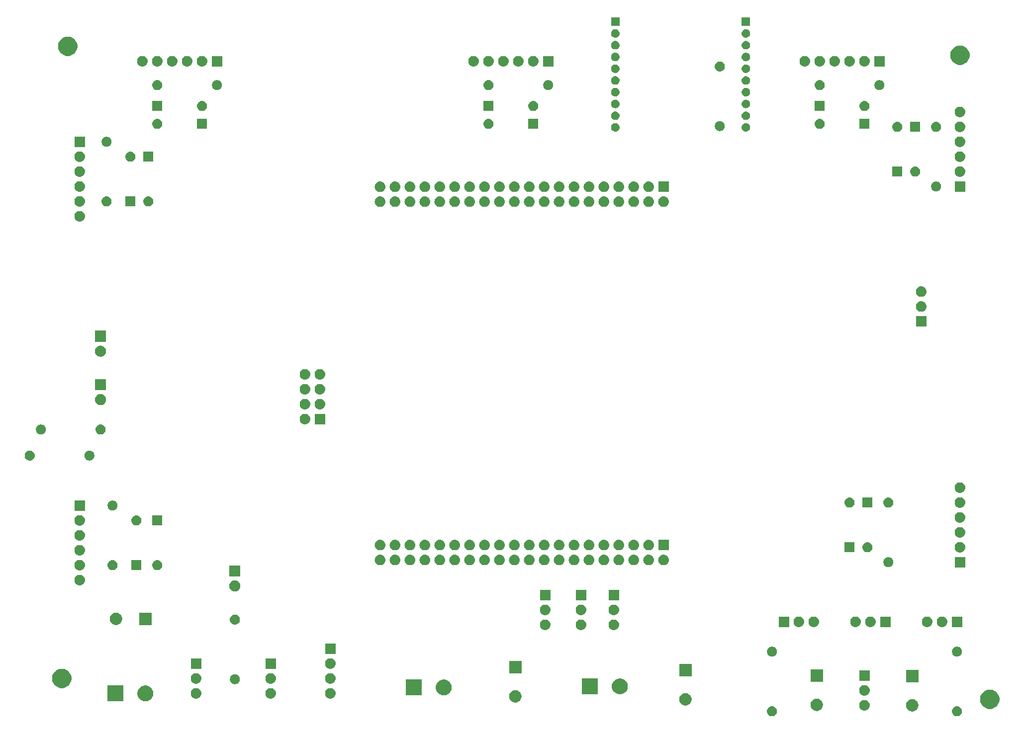
<source format=gbr>
%TF.GenerationSoftware,KiCad,Pcbnew,(5.0.1)-4*%
%TF.CreationDate,2024-02-15T09:49:58+01:00*%
%TF.ProjectId,AS_Spectrum_main,41535F537065637472756D5F6D61696E,rev?*%
%TF.SameCoordinates,Original*%
%TF.FileFunction,Soldermask,Bot*%
%TF.FilePolarity,Negative*%
%FSLAX46Y46*%
G04 Gerber Fmt 4.6, Leading zero omitted, Abs format (unit mm)*
G04 Created by KiCad (PCBNEW (5.0.1)-4) date 15/02/2024 09:49:58*
%MOMM*%
%LPD*%
G01*
G04 APERTURE LIST*
%ADD10C,0.100000*%
G04 APERTURE END LIST*
D10*
G36*
X222162630Y-172898299D02*
X222322855Y-172946903D01*
X222470520Y-173025831D01*
X222599949Y-173132051D01*
X222706169Y-173261480D01*
X222785097Y-173409145D01*
X222833701Y-173569370D01*
X222850112Y-173736000D01*
X222833701Y-173902630D01*
X222785097Y-174062855D01*
X222706169Y-174210520D01*
X222599949Y-174339949D01*
X222470520Y-174446169D01*
X222322855Y-174525097D01*
X222162630Y-174573701D01*
X222037752Y-174586000D01*
X221954248Y-174586000D01*
X221829370Y-174573701D01*
X221669145Y-174525097D01*
X221521480Y-174446169D01*
X221392051Y-174339949D01*
X221285831Y-174210520D01*
X221206903Y-174062855D01*
X221158299Y-173902630D01*
X221141888Y-173736000D01*
X221158299Y-173569370D01*
X221206903Y-173409145D01*
X221285831Y-173261480D01*
X221392051Y-173132051D01*
X221521480Y-173025831D01*
X221669145Y-172946903D01*
X221829370Y-172898299D01*
X221954248Y-172886000D01*
X222037752Y-172886000D01*
X222162630Y-172898299D01*
X222162630Y-172898299D01*
G37*
G36*
X190666630Y-172898299D02*
X190826855Y-172946903D01*
X190974520Y-173025831D01*
X191103949Y-173132051D01*
X191210169Y-173261480D01*
X191289097Y-173409145D01*
X191337701Y-173569370D01*
X191354112Y-173736000D01*
X191337701Y-173902630D01*
X191289097Y-174062855D01*
X191210169Y-174210520D01*
X191103949Y-174339949D01*
X190974520Y-174446169D01*
X190826855Y-174525097D01*
X190666630Y-174573701D01*
X190541752Y-174586000D01*
X190458248Y-174586000D01*
X190333370Y-174573701D01*
X190173145Y-174525097D01*
X190025480Y-174446169D01*
X189896051Y-174339949D01*
X189789831Y-174210520D01*
X189710903Y-174062855D01*
X189662299Y-173902630D01*
X189645888Y-173736000D01*
X189662299Y-173569370D01*
X189710903Y-173409145D01*
X189789831Y-173261480D01*
X189896051Y-173132051D01*
X190025480Y-173025831D01*
X190173145Y-172946903D01*
X190333370Y-172898299D01*
X190458248Y-172886000D01*
X190541752Y-172886000D01*
X190666630Y-172898299D01*
X190666630Y-172898299D01*
G37*
G36*
X214501888Y-171674470D02*
X214682274Y-171710350D01*
X214873362Y-171789502D01*
X215045336Y-171904411D01*
X215191589Y-172050664D01*
X215306498Y-172222638D01*
X215385650Y-172413726D01*
X215426000Y-172616584D01*
X215426000Y-172823416D01*
X215385650Y-173026274D01*
X215306498Y-173217362D01*
X215191589Y-173389336D01*
X215045336Y-173535589D01*
X214873362Y-173650498D01*
X214682274Y-173729650D01*
X214501888Y-173765530D01*
X214479417Y-173770000D01*
X214272583Y-173770000D01*
X214250112Y-173765530D01*
X214069726Y-173729650D01*
X213878638Y-173650498D01*
X213706664Y-173535589D01*
X213560411Y-173389336D01*
X213445502Y-173217362D01*
X213366350Y-173026274D01*
X213326000Y-172823416D01*
X213326000Y-172616584D01*
X213366350Y-172413726D01*
X213445502Y-172222638D01*
X213560411Y-172050664D01*
X213706664Y-171904411D01*
X213878638Y-171789502D01*
X214069726Y-171710350D01*
X214250112Y-171674470D01*
X214272583Y-171670000D01*
X214479417Y-171670000D01*
X214501888Y-171674470D01*
X214501888Y-171674470D01*
G37*
G36*
X198245888Y-171594470D02*
X198426274Y-171630350D01*
X198617362Y-171709502D01*
X198789336Y-171824411D01*
X198935589Y-171970664D01*
X199050498Y-172142638D01*
X199129650Y-172333726D01*
X199170000Y-172536584D01*
X199170000Y-172743416D01*
X199129650Y-172946274D01*
X199050498Y-173137362D01*
X198935589Y-173309336D01*
X198789336Y-173455589D01*
X198617362Y-173570498D01*
X198426274Y-173649650D01*
X198245888Y-173685530D01*
X198223417Y-173690000D01*
X198016583Y-173690000D01*
X197994112Y-173685530D01*
X197813726Y-173649650D01*
X197622638Y-173570498D01*
X197450664Y-173455589D01*
X197304411Y-173309336D01*
X197189502Y-173137362D01*
X197110350Y-172946274D01*
X197070000Y-172743416D01*
X197070000Y-172536584D01*
X197110350Y-172333726D01*
X197189502Y-172142638D01*
X197304411Y-171970664D01*
X197450664Y-171824411D01*
X197622638Y-171709502D01*
X197813726Y-171630350D01*
X197994112Y-171594470D01*
X198016583Y-171590000D01*
X198223417Y-171590000D01*
X198245888Y-171594470D01*
X198245888Y-171594470D01*
G37*
G36*
X206424432Y-171833022D02*
X206594081Y-171884485D01*
X206750433Y-171968056D01*
X206887475Y-172080525D01*
X206999944Y-172217567D01*
X207083515Y-172373919D01*
X207134978Y-172543568D01*
X207152354Y-172720000D01*
X207134978Y-172896432D01*
X207083515Y-173066081D01*
X206999944Y-173222433D01*
X206887475Y-173359475D01*
X206750433Y-173471944D01*
X206594081Y-173555515D01*
X206424432Y-173606978D01*
X206292211Y-173620000D01*
X206203789Y-173620000D01*
X206071568Y-173606978D01*
X205901919Y-173555515D01*
X205745567Y-173471944D01*
X205608525Y-173359475D01*
X205496056Y-173222433D01*
X205412485Y-173066081D01*
X205361022Y-172896432D01*
X205343646Y-172720000D01*
X205361022Y-172543568D01*
X205412485Y-172373919D01*
X205496056Y-172217567D01*
X205608525Y-172080525D01*
X205745567Y-171968056D01*
X205901919Y-171884485D01*
X206071568Y-171833022D01*
X206203789Y-171820000D01*
X206292211Y-171820000D01*
X206424432Y-171833022D01*
X206424432Y-171833022D01*
G37*
G36*
X228065287Y-170117408D02*
X228365568Y-170241789D01*
X228635814Y-170422361D01*
X228865639Y-170652186D01*
X229046211Y-170922432D01*
X229170592Y-171222713D01*
X229234000Y-171541489D01*
X229234000Y-171866511D01*
X229170592Y-172185287D01*
X229046211Y-172485568D01*
X228865639Y-172755814D01*
X228635814Y-172985639D01*
X228365568Y-173166211D01*
X228065287Y-173290592D01*
X227746511Y-173354000D01*
X227421489Y-173354000D01*
X227102713Y-173290592D01*
X226802432Y-173166211D01*
X226532186Y-172985639D01*
X226302361Y-172755814D01*
X226121789Y-172485568D01*
X225997408Y-172185287D01*
X225934000Y-171866511D01*
X225934000Y-171541489D01*
X225997408Y-171222713D01*
X226121789Y-170922432D01*
X226302361Y-170652186D01*
X226532186Y-170422361D01*
X226802432Y-170241789D01*
X227102713Y-170117408D01*
X227421489Y-170054000D01*
X227746511Y-170054000D01*
X228065287Y-170117408D01*
X228065287Y-170117408D01*
G37*
G36*
X175893888Y-170658470D02*
X176074274Y-170694350D01*
X176265362Y-170773502D01*
X176437336Y-170888411D01*
X176583589Y-171034664D01*
X176698498Y-171206638D01*
X176777650Y-171397726D01*
X176818000Y-171600584D01*
X176818000Y-171807416D01*
X176777650Y-172010274D01*
X176698498Y-172201362D01*
X176583589Y-172373336D01*
X176437336Y-172519589D01*
X176265362Y-172634498D01*
X176074274Y-172713650D01*
X175893888Y-172749530D01*
X175871417Y-172754000D01*
X175664583Y-172754000D01*
X175642112Y-172749530D01*
X175461726Y-172713650D01*
X175270638Y-172634498D01*
X175098664Y-172519589D01*
X174952411Y-172373336D01*
X174837502Y-172201362D01*
X174758350Y-172010274D01*
X174718000Y-171807416D01*
X174718000Y-171600584D01*
X174758350Y-171397726D01*
X174837502Y-171206638D01*
X174952411Y-171034664D01*
X175098664Y-170888411D01*
X175270638Y-170773502D01*
X175461726Y-170694350D01*
X175642112Y-170658470D01*
X175664583Y-170654000D01*
X175871417Y-170654000D01*
X175893888Y-170658470D01*
X175893888Y-170658470D01*
G37*
G36*
X146937888Y-170150470D02*
X147118274Y-170186350D01*
X147309362Y-170265502D01*
X147481336Y-170380411D01*
X147627589Y-170526664D01*
X147742498Y-170698638D01*
X147821650Y-170889726D01*
X147862000Y-171092584D01*
X147862000Y-171299416D01*
X147821650Y-171502274D01*
X147742498Y-171693362D01*
X147627589Y-171865336D01*
X147481336Y-172011589D01*
X147309362Y-172126498D01*
X147118274Y-172205650D01*
X146937888Y-172241530D01*
X146915417Y-172246000D01*
X146708583Y-172246000D01*
X146686112Y-172241530D01*
X146505726Y-172205650D01*
X146314638Y-172126498D01*
X146142664Y-172011589D01*
X145996411Y-171865336D01*
X145881502Y-171693362D01*
X145802350Y-171502274D01*
X145762000Y-171299416D01*
X145762000Y-171092584D01*
X145802350Y-170889726D01*
X145881502Y-170698638D01*
X145996411Y-170526664D01*
X146142664Y-170380411D01*
X146314638Y-170265502D01*
X146505726Y-170186350D01*
X146686112Y-170150470D01*
X146708583Y-170146000D01*
X146915417Y-170146000D01*
X146937888Y-170150470D01*
X146937888Y-170150470D01*
G37*
G36*
X80090000Y-172038000D02*
X77390000Y-172038000D01*
X77390000Y-169338000D01*
X80090000Y-169338000D01*
X80090000Y-172038000D01*
X80090000Y-172038000D01*
G37*
G36*
X84213778Y-169389879D02*
X84459466Y-169491646D01*
X84680578Y-169639389D01*
X84868611Y-169827422D01*
X85016354Y-170048534D01*
X85118121Y-170294222D01*
X85170000Y-170555035D01*
X85170000Y-170820965D01*
X85118121Y-171081778D01*
X85016354Y-171327466D01*
X84868611Y-171548578D01*
X84680578Y-171736611D01*
X84459466Y-171884354D01*
X84213778Y-171986121D01*
X83952965Y-172038000D01*
X83687035Y-172038000D01*
X83426222Y-171986121D01*
X83180534Y-171884354D01*
X82959422Y-171736611D01*
X82771389Y-171548578D01*
X82623646Y-171327466D01*
X82521879Y-171081778D01*
X82470000Y-170820965D01*
X82470000Y-170555035D01*
X82521879Y-170294222D01*
X82623646Y-170048534D01*
X82771389Y-169827422D01*
X82959422Y-169639389D01*
X83180534Y-169491646D01*
X83426222Y-169389879D01*
X83687035Y-169338000D01*
X83952965Y-169338000D01*
X84213778Y-169389879D01*
X84213778Y-169389879D01*
G37*
G36*
X105332432Y-169801022D02*
X105502081Y-169852485D01*
X105658433Y-169936056D01*
X105795475Y-170048525D01*
X105907944Y-170185567D01*
X105991515Y-170341919D01*
X106042978Y-170511568D01*
X106060354Y-170688000D01*
X106042978Y-170864432D01*
X105991515Y-171034081D01*
X105907944Y-171190433D01*
X105795475Y-171327475D01*
X105658433Y-171439944D01*
X105502081Y-171523515D01*
X105332432Y-171574978D01*
X105200211Y-171588000D01*
X105111789Y-171588000D01*
X104979568Y-171574978D01*
X104809919Y-171523515D01*
X104653567Y-171439944D01*
X104516525Y-171327475D01*
X104404056Y-171190433D01*
X104320485Y-171034081D01*
X104269022Y-170864432D01*
X104251646Y-170688000D01*
X104269022Y-170511568D01*
X104320485Y-170341919D01*
X104404056Y-170185567D01*
X104516525Y-170048525D01*
X104653567Y-169936056D01*
X104809919Y-169852485D01*
X104979568Y-169801022D01*
X105111789Y-169788000D01*
X105200211Y-169788000D01*
X105332432Y-169801022D01*
X105332432Y-169801022D01*
G37*
G36*
X115492432Y-169801022D02*
X115662081Y-169852485D01*
X115818433Y-169936056D01*
X115955475Y-170048525D01*
X116067944Y-170185567D01*
X116151515Y-170341919D01*
X116202978Y-170511568D01*
X116220354Y-170688000D01*
X116202978Y-170864432D01*
X116151515Y-171034081D01*
X116067944Y-171190433D01*
X115955475Y-171327475D01*
X115818433Y-171439944D01*
X115662081Y-171523515D01*
X115492432Y-171574978D01*
X115360211Y-171588000D01*
X115271789Y-171588000D01*
X115139568Y-171574978D01*
X114969919Y-171523515D01*
X114813567Y-171439944D01*
X114676525Y-171327475D01*
X114564056Y-171190433D01*
X114480485Y-171034081D01*
X114429022Y-170864432D01*
X114411646Y-170688000D01*
X114429022Y-170511568D01*
X114480485Y-170341919D01*
X114564056Y-170185567D01*
X114676525Y-170048525D01*
X114813567Y-169936056D01*
X114969919Y-169852485D01*
X115139568Y-169801022D01*
X115271789Y-169788000D01*
X115360211Y-169788000D01*
X115492432Y-169801022D01*
X115492432Y-169801022D01*
G37*
G36*
X92632432Y-169801022D02*
X92802081Y-169852485D01*
X92958433Y-169936056D01*
X93095475Y-170048525D01*
X93207944Y-170185567D01*
X93291515Y-170341919D01*
X93342978Y-170511568D01*
X93360354Y-170688000D01*
X93342978Y-170864432D01*
X93291515Y-171034081D01*
X93207944Y-171190433D01*
X93095475Y-171327475D01*
X92958433Y-171439944D01*
X92802081Y-171523515D01*
X92632432Y-171574978D01*
X92500211Y-171588000D01*
X92411789Y-171588000D01*
X92279568Y-171574978D01*
X92109919Y-171523515D01*
X91953567Y-171439944D01*
X91816525Y-171327475D01*
X91704056Y-171190433D01*
X91620485Y-171034081D01*
X91569022Y-170864432D01*
X91551646Y-170688000D01*
X91569022Y-170511568D01*
X91620485Y-170341919D01*
X91704056Y-170185567D01*
X91816525Y-170048525D01*
X91953567Y-169936056D01*
X92109919Y-169852485D01*
X92279568Y-169801022D01*
X92411789Y-169788000D01*
X92500211Y-169788000D01*
X92632432Y-169801022D01*
X92632432Y-169801022D01*
G37*
G36*
X206424432Y-169293022D02*
X206594081Y-169344485D01*
X206750433Y-169428056D01*
X206887475Y-169540525D01*
X206999944Y-169677567D01*
X207083515Y-169833919D01*
X207134978Y-170003568D01*
X207152354Y-170180000D01*
X207134978Y-170356432D01*
X207083515Y-170526081D01*
X206999944Y-170682433D01*
X206887475Y-170819475D01*
X206750433Y-170931944D01*
X206594081Y-171015515D01*
X206424432Y-171066978D01*
X206292211Y-171080000D01*
X206203789Y-171080000D01*
X206071568Y-171066978D01*
X205901919Y-171015515D01*
X205745567Y-170931944D01*
X205608525Y-170819475D01*
X205496056Y-170682433D01*
X205412485Y-170526081D01*
X205361022Y-170356432D01*
X205343646Y-170180000D01*
X205361022Y-170003568D01*
X205412485Y-169833919D01*
X205496056Y-169677567D01*
X205608525Y-169540525D01*
X205745567Y-169428056D01*
X205901919Y-169344485D01*
X206071568Y-169293022D01*
X206203789Y-169280000D01*
X206292211Y-169280000D01*
X206424432Y-169293022D01*
X206424432Y-169293022D01*
G37*
G36*
X135013778Y-168373879D02*
X135259466Y-168475646D01*
X135480578Y-168623389D01*
X135668611Y-168811422D01*
X135816354Y-169032534D01*
X135918121Y-169278222D01*
X135970000Y-169539035D01*
X135970000Y-169804965D01*
X135918121Y-170065778D01*
X135816354Y-170311466D01*
X135668611Y-170532578D01*
X135480578Y-170720611D01*
X135259466Y-170868354D01*
X135013778Y-170970121D01*
X134752965Y-171022000D01*
X134487035Y-171022000D01*
X134226222Y-170970121D01*
X133980534Y-170868354D01*
X133759422Y-170720611D01*
X133571389Y-170532578D01*
X133423646Y-170311466D01*
X133321879Y-170065778D01*
X133270000Y-169804965D01*
X133270000Y-169539035D01*
X133321879Y-169278222D01*
X133423646Y-169032534D01*
X133571389Y-168811422D01*
X133759422Y-168623389D01*
X133980534Y-168475646D01*
X134226222Y-168373879D01*
X134487035Y-168322000D01*
X134752965Y-168322000D01*
X135013778Y-168373879D01*
X135013778Y-168373879D01*
G37*
G36*
X130890000Y-171022000D02*
X128190000Y-171022000D01*
X128190000Y-168322000D01*
X130890000Y-168322000D01*
X130890000Y-171022000D01*
X130890000Y-171022000D01*
G37*
G36*
X160879001Y-170843001D02*
X158179001Y-170843001D01*
X158179001Y-168143001D01*
X160879001Y-168143001D01*
X160879001Y-170843001D01*
X160879001Y-170843001D01*
G37*
G36*
X165002779Y-168194880D02*
X165248467Y-168296647D01*
X165469579Y-168444390D01*
X165657612Y-168632423D01*
X165805355Y-168853535D01*
X165907122Y-169099223D01*
X165959001Y-169360036D01*
X165959001Y-169625966D01*
X165907122Y-169886779D01*
X165805355Y-170132467D01*
X165657612Y-170353579D01*
X165469579Y-170541612D01*
X165248467Y-170689355D01*
X165002779Y-170791122D01*
X164741966Y-170843001D01*
X164476036Y-170843001D01*
X164215223Y-170791122D01*
X163969535Y-170689355D01*
X163748423Y-170541612D01*
X163560390Y-170353579D01*
X163412647Y-170132467D01*
X163310880Y-169886779D01*
X163259001Y-169625966D01*
X163259001Y-169360036D01*
X163310880Y-169099223D01*
X163412647Y-168853535D01*
X163560390Y-168632423D01*
X163748423Y-168444390D01*
X163969535Y-168296647D01*
X164215223Y-168194880D01*
X164476036Y-168143001D01*
X164741966Y-168143001D01*
X165002779Y-168194880D01*
X165002779Y-168194880D01*
G37*
G36*
X70077287Y-166561408D02*
X70377568Y-166685789D01*
X70647814Y-166866361D01*
X70877639Y-167096186D01*
X71058211Y-167366432D01*
X71182592Y-167666713D01*
X71246000Y-167985489D01*
X71246000Y-168310511D01*
X71182592Y-168629287D01*
X71058211Y-168929568D01*
X70877639Y-169199814D01*
X70647814Y-169429639D01*
X70377568Y-169610211D01*
X70077287Y-169734592D01*
X69758511Y-169798000D01*
X69433489Y-169798000D01*
X69114713Y-169734592D01*
X68814432Y-169610211D01*
X68544186Y-169429639D01*
X68314361Y-169199814D01*
X68133789Y-168929568D01*
X68009408Y-168629287D01*
X67946000Y-168310511D01*
X67946000Y-167985489D01*
X68009408Y-167666713D01*
X68133789Y-167366432D01*
X68314361Y-167096186D01*
X68544186Y-166866361D01*
X68814432Y-166685789D01*
X69114713Y-166561408D01*
X69433489Y-166498000D01*
X69758511Y-166498000D01*
X70077287Y-166561408D01*
X70077287Y-166561408D01*
G37*
G36*
X99307934Y-167457664D02*
X99462627Y-167521740D01*
X99601847Y-167614764D01*
X99720236Y-167733153D01*
X99813260Y-167872373D01*
X99877336Y-168027066D01*
X99910000Y-168191281D01*
X99910000Y-168358719D01*
X99877336Y-168522934D01*
X99813260Y-168677627D01*
X99720236Y-168816847D01*
X99601847Y-168935236D01*
X99462627Y-169028260D01*
X99307934Y-169092336D01*
X99143719Y-169125000D01*
X98976281Y-169125000D01*
X98812066Y-169092336D01*
X98657373Y-169028260D01*
X98518153Y-168935236D01*
X98399764Y-168816847D01*
X98306740Y-168677627D01*
X98242664Y-168522934D01*
X98210000Y-168358719D01*
X98210000Y-168191281D01*
X98242664Y-168027066D01*
X98306740Y-167872373D01*
X98399764Y-167733153D01*
X98518153Y-167614764D01*
X98657373Y-167521740D01*
X98812066Y-167457664D01*
X98976281Y-167425000D01*
X99143719Y-167425000D01*
X99307934Y-167457664D01*
X99307934Y-167457664D01*
G37*
G36*
X105332432Y-167261022D02*
X105502081Y-167312485D01*
X105658433Y-167396056D01*
X105795475Y-167508525D01*
X105907944Y-167645567D01*
X105991515Y-167801919D01*
X106042978Y-167971568D01*
X106060354Y-168148000D01*
X106042978Y-168324432D01*
X105991515Y-168494081D01*
X105907944Y-168650433D01*
X105795475Y-168787475D01*
X105658433Y-168899944D01*
X105502081Y-168983515D01*
X105332432Y-169034978D01*
X105200211Y-169048000D01*
X105111789Y-169048000D01*
X104979568Y-169034978D01*
X104809919Y-168983515D01*
X104653567Y-168899944D01*
X104516525Y-168787475D01*
X104404056Y-168650433D01*
X104320485Y-168494081D01*
X104269022Y-168324432D01*
X104251646Y-168148000D01*
X104269022Y-167971568D01*
X104320485Y-167801919D01*
X104404056Y-167645567D01*
X104516525Y-167508525D01*
X104653567Y-167396056D01*
X104809919Y-167312485D01*
X104979568Y-167261022D01*
X105111789Y-167248000D01*
X105200211Y-167248000D01*
X105332432Y-167261022D01*
X105332432Y-167261022D01*
G37*
G36*
X115492432Y-167261022D02*
X115662081Y-167312485D01*
X115818433Y-167396056D01*
X115955475Y-167508525D01*
X116067944Y-167645567D01*
X116151515Y-167801919D01*
X116202978Y-167971568D01*
X116220354Y-168148000D01*
X116202978Y-168324432D01*
X116151515Y-168494081D01*
X116067944Y-168650433D01*
X115955475Y-168787475D01*
X115818433Y-168899944D01*
X115662081Y-168983515D01*
X115492432Y-169034978D01*
X115360211Y-169048000D01*
X115271789Y-169048000D01*
X115139568Y-169034978D01*
X114969919Y-168983515D01*
X114813567Y-168899944D01*
X114676525Y-168787475D01*
X114564056Y-168650433D01*
X114480485Y-168494081D01*
X114429022Y-168324432D01*
X114411646Y-168148000D01*
X114429022Y-167971568D01*
X114480485Y-167801919D01*
X114564056Y-167645567D01*
X114676525Y-167508525D01*
X114813567Y-167396056D01*
X114969919Y-167312485D01*
X115139568Y-167261022D01*
X115271789Y-167248000D01*
X115360211Y-167248000D01*
X115492432Y-167261022D01*
X115492432Y-167261022D01*
G37*
G36*
X92632432Y-167261022D02*
X92802081Y-167312485D01*
X92958433Y-167396056D01*
X93095475Y-167508525D01*
X93207944Y-167645567D01*
X93291515Y-167801919D01*
X93342978Y-167971568D01*
X93360354Y-168148000D01*
X93342978Y-168324432D01*
X93291515Y-168494081D01*
X93207944Y-168650433D01*
X93095475Y-168787475D01*
X92958433Y-168899944D01*
X92802081Y-168983515D01*
X92632432Y-169034978D01*
X92500211Y-169048000D01*
X92411789Y-169048000D01*
X92279568Y-169034978D01*
X92109919Y-168983515D01*
X91953567Y-168899944D01*
X91816525Y-168787475D01*
X91704056Y-168650433D01*
X91620485Y-168494081D01*
X91569022Y-168324432D01*
X91551646Y-168148000D01*
X91569022Y-167971568D01*
X91620485Y-167801919D01*
X91704056Y-167645567D01*
X91816525Y-167508525D01*
X91953567Y-167396056D01*
X92109919Y-167312485D01*
X92279568Y-167261022D01*
X92411789Y-167248000D01*
X92500211Y-167248000D01*
X92632432Y-167261022D01*
X92632432Y-167261022D01*
G37*
G36*
X215426000Y-168770000D02*
X213326000Y-168770000D01*
X213326000Y-166670000D01*
X215426000Y-166670000D01*
X215426000Y-168770000D01*
X215426000Y-168770000D01*
G37*
G36*
X199170000Y-168690000D02*
X197070000Y-168690000D01*
X197070000Y-166590000D01*
X199170000Y-166590000D01*
X199170000Y-168690000D01*
X199170000Y-168690000D01*
G37*
G36*
X207148000Y-168540000D02*
X205348000Y-168540000D01*
X205348000Y-166740000D01*
X207148000Y-166740000D01*
X207148000Y-168540000D01*
X207148000Y-168540000D01*
G37*
G36*
X176818000Y-167754000D02*
X174718000Y-167754000D01*
X174718000Y-165654000D01*
X176818000Y-165654000D01*
X176818000Y-167754000D01*
X176818000Y-167754000D01*
G37*
G36*
X147862000Y-167246000D02*
X145762000Y-167246000D01*
X145762000Y-165146000D01*
X147862000Y-165146000D01*
X147862000Y-167246000D01*
X147862000Y-167246000D01*
G37*
G36*
X106056000Y-166508000D02*
X104256000Y-166508000D01*
X104256000Y-164708000D01*
X106056000Y-164708000D01*
X106056000Y-166508000D01*
X106056000Y-166508000D01*
G37*
G36*
X115492432Y-164721022D02*
X115662081Y-164772485D01*
X115818433Y-164856056D01*
X115955475Y-164968525D01*
X116067944Y-165105567D01*
X116151515Y-165261919D01*
X116202978Y-165431568D01*
X116220354Y-165608000D01*
X116202978Y-165784432D01*
X116151515Y-165954081D01*
X116067944Y-166110433D01*
X115955475Y-166247475D01*
X115818433Y-166359944D01*
X115662081Y-166443515D01*
X115492432Y-166494978D01*
X115360211Y-166508000D01*
X115271789Y-166508000D01*
X115139568Y-166494978D01*
X114969919Y-166443515D01*
X114813567Y-166359944D01*
X114676525Y-166247475D01*
X114564056Y-166110433D01*
X114480485Y-165954081D01*
X114429022Y-165784432D01*
X114411646Y-165608000D01*
X114429022Y-165431568D01*
X114480485Y-165261919D01*
X114564056Y-165105567D01*
X114676525Y-164968525D01*
X114813567Y-164856056D01*
X114969919Y-164772485D01*
X115139568Y-164721022D01*
X115271789Y-164708000D01*
X115360211Y-164708000D01*
X115492432Y-164721022D01*
X115492432Y-164721022D01*
G37*
G36*
X93356000Y-166508000D02*
X91556000Y-166508000D01*
X91556000Y-164708000D01*
X93356000Y-164708000D01*
X93356000Y-166508000D01*
X93356000Y-166508000D01*
G37*
G36*
X190747934Y-162758664D02*
X190902627Y-162822740D01*
X191041847Y-162915764D01*
X191160236Y-163034153D01*
X191253260Y-163173373D01*
X191317336Y-163328066D01*
X191350000Y-163492281D01*
X191350000Y-163659719D01*
X191317336Y-163823934D01*
X191253260Y-163978627D01*
X191160236Y-164117847D01*
X191041847Y-164236236D01*
X190902627Y-164329260D01*
X190747934Y-164393336D01*
X190583719Y-164426000D01*
X190416281Y-164426000D01*
X190252066Y-164393336D01*
X190097373Y-164329260D01*
X189958153Y-164236236D01*
X189839764Y-164117847D01*
X189746740Y-163978627D01*
X189682664Y-163823934D01*
X189650000Y-163659719D01*
X189650000Y-163492281D01*
X189682664Y-163328066D01*
X189746740Y-163173373D01*
X189839764Y-163034153D01*
X189958153Y-162915764D01*
X190097373Y-162822740D01*
X190252066Y-162758664D01*
X190416281Y-162726000D01*
X190583719Y-162726000D01*
X190747934Y-162758664D01*
X190747934Y-162758664D01*
G37*
G36*
X222243934Y-162758664D02*
X222398627Y-162822740D01*
X222537847Y-162915764D01*
X222656236Y-163034153D01*
X222749260Y-163173373D01*
X222813336Y-163328066D01*
X222846000Y-163492281D01*
X222846000Y-163659719D01*
X222813336Y-163823934D01*
X222749260Y-163978627D01*
X222656236Y-164117847D01*
X222537847Y-164236236D01*
X222398627Y-164329260D01*
X222243934Y-164393336D01*
X222079719Y-164426000D01*
X221912281Y-164426000D01*
X221748066Y-164393336D01*
X221593373Y-164329260D01*
X221454153Y-164236236D01*
X221335764Y-164117847D01*
X221242740Y-163978627D01*
X221178664Y-163823934D01*
X221146000Y-163659719D01*
X221146000Y-163492281D01*
X221178664Y-163328066D01*
X221242740Y-163173373D01*
X221335764Y-163034153D01*
X221454153Y-162915764D01*
X221593373Y-162822740D01*
X221748066Y-162758664D01*
X221912281Y-162726000D01*
X222079719Y-162726000D01*
X222243934Y-162758664D01*
X222243934Y-162758664D01*
G37*
G36*
X116216000Y-163968000D02*
X114416000Y-163968000D01*
X114416000Y-162168000D01*
X116216000Y-162168000D01*
X116216000Y-163968000D01*
X116216000Y-163968000D01*
G37*
G36*
X152068432Y-158117022D02*
X152238081Y-158168485D01*
X152394433Y-158252056D01*
X152531475Y-158364525D01*
X152643944Y-158501567D01*
X152727515Y-158657919D01*
X152778978Y-158827568D01*
X152796354Y-159004000D01*
X152778978Y-159180432D01*
X152727515Y-159350081D01*
X152643944Y-159506433D01*
X152531475Y-159643475D01*
X152394433Y-159755944D01*
X152238081Y-159839515D01*
X152068432Y-159890978D01*
X151936211Y-159904000D01*
X151847789Y-159904000D01*
X151715568Y-159890978D01*
X151545919Y-159839515D01*
X151389567Y-159755944D01*
X151252525Y-159643475D01*
X151140056Y-159506433D01*
X151056485Y-159350081D01*
X151005022Y-159180432D01*
X150987646Y-159004000D01*
X151005022Y-158827568D01*
X151056485Y-158657919D01*
X151140056Y-158501567D01*
X151252525Y-158364525D01*
X151389567Y-158252056D01*
X151545919Y-158168485D01*
X151715568Y-158117022D01*
X151847789Y-158104000D01*
X151936211Y-158104000D01*
X152068432Y-158117022D01*
X152068432Y-158117022D01*
G37*
G36*
X158164432Y-158117022D02*
X158334081Y-158168485D01*
X158490433Y-158252056D01*
X158627475Y-158364525D01*
X158739944Y-158501567D01*
X158823515Y-158657919D01*
X158874978Y-158827568D01*
X158892354Y-159004000D01*
X158874978Y-159180432D01*
X158823515Y-159350081D01*
X158739944Y-159506433D01*
X158627475Y-159643475D01*
X158490433Y-159755944D01*
X158334081Y-159839515D01*
X158164432Y-159890978D01*
X158032211Y-159904000D01*
X157943789Y-159904000D01*
X157811568Y-159890978D01*
X157641919Y-159839515D01*
X157485567Y-159755944D01*
X157348525Y-159643475D01*
X157236056Y-159506433D01*
X157152485Y-159350081D01*
X157101022Y-159180432D01*
X157083646Y-159004000D01*
X157101022Y-158827568D01*
X157152485Y-158657919D01*
X157236056Y-158501567D01*
X157348525Y-158364525D01*
X157485567Y-158252056D01*
X157641919Y-158168485D01*
X157811568Y-158117022D01*
X157943789Y-158104000D01*
X158032211Y-158104000D01*
X158164432Y-158117022D01*
X158164432Y-158117022D01*
G37*
G36*
X163752432Y-158117022D02*
X163922081Y-158168485D01*
X164078433Y-158252056D01*
X164215475Y-158364525D01*
X164327944Y-158501567D01*
X164411515Y-158657919D01*
X164462978Y-158827568D01*
X164480354Y-159004000D01*
X164462978Y-159180432D01*
X164411515Y-159350081D01*
X164327944Y-159506433D01*
X164215475Y-159643475D01*
X164078433Y-159755944D01*
X163922081Y-159839515D01*
X163752432Y-159890978D01*
X163620211Y-159904000D01*
X163531789Y-159904000D01*
X163399568Y-159890978D01*
X163229919Y-159839515D01*
X163073567Y-159755944D01*
X162936525Y-159643475D01*
X162824056Y-159506433D01*
X162740485Y-159350081D01*
X162689022Y-159180432D01*
X162671646Y-159004000D01*
X162689022Y-158827568D01*
X162740485Y-158657919D01*
X162824056Y-158501567D01*
X162936525Y-158364525D01*
X163073567Y-158252056D01*
X163229919Y-158168485D01*
X163399568Y-158117022D01*
X163531789Y-158104000D01*
X163620211Y-158104000D01*
X163752432Y-158117022D01*
X163752432Y-158117022D01*
G37*
G36*
X217092432Y-157609022D02*
X217262081Y-157660485D01*
X217418433Y-157744056D01*
X217555475Y-157856525D01*
X217667944Y-157993567D01*
X217751515Y-158149919D01*
X217802978Y-158319568D01*
X217820354Y-158496000D01*
X217802978Y-158672432D01*
X217751515Y-158842081D01*
X217667944Y-158998433D01*
X217555475Y-159135475D01*
X217418433Y-159247944D01*
X217262081Y-159331515D01*
X217092432Y-159382978D01*
X216960211Y-159396000D01*
X216871789Y-159396000D01*
X216739568Y-159382978D01*
X216569919Y-159331515D01*
X216413567Y-159247944D01*
X216276525Y-159135475D01*
X216164056Y-158998433D01*
X216080485Y-158842081D01*
X216029022Y-158672432D01*
X216011646Y-158496000D01*
X216029022Y-158319568D01*
X216080485Y-158149919D01*
X216164056Y-157993567D01*
X216276525Y-157856525D01*
X216413567Y-157744056D01*
X216569919Y-157660485D01*
X216739568Y-157609022D01*
X216871789Y-157596000D01*
X216960211Y-157596000D01*
X217092432Y-157609022D01*
X217092432Y-157609022D01*
G37*
G36*
X210704000Y-159396000D02*
X208904000Y-159396000D01*
X208904000Y-157596000D01*
X210704000Y-157596000D01*
X210704000Y-159396000D01*
X210704000Y-159396000D01*
G37*
G36*
X204900432Y-157609022D02*
X205070081Y-157660485D01*
X205226433Y-157744056D01*
X205363475Y-157856525D01*
X205475944Y-157993567D01*
X205559515Y-158149919D01*
X205610978Y-158319568D01*
X205628354Y-158496000D01*
X205610978Y-158672432D01*
X205559515Y-158842081D01*
X205475944Y-158998433D01*
X205363475Y-159135475D01*
X205226433Y-159247944D01*
X205070081Y-159331515D01*
X204900432Y-159382978D01*
X204768211Y-159396000D01*
X204679789Y-159396000D01*
X204547568Y-159382978D01*
X204377919Y-159331515D01*
X204221567Y-159247944D01*
X204084525Y-159135475D01*
X203972056Y-158998433D01*
X203888485Y-158842081D01*
X203837022Y-158672432D01*
X203819646Y-158496000D01*
X203837022Y-158319568D01*
X203888485Y-158149919D01*
X203972056Y-157993567D01*
X204084525Y-157856525D01*
X204221567Y-157744056D01*
X204377919Y-157660485D01*
X204547568Y-157609022D01*
X204679789Y-157596000D01*
X204768211Y-157596000D01*
X204900432Y-157609022D01*
X204900432Y-157609022D01*
G37*
G36*
X222896000Y-159396000D02*
X221096000Y-159396000D01*
X221096000Y-157596000D01*
X222896000Y-157596000D01*
X222896000Y-159396000D01*
X222896000Y-159396000D01*
G37*
G36*
X195248432Y-157609022D02*
X195418081Y-157660485D01*
X195574433Y-157744056D01*
X195711475Y-157856525D01*
X195823944Y-157993567D01*
X195907515Y-158149919D01*
X195958978Y-158319568D01*
X195976354Y-158496000D01*
X195958978Y-158672432D01*
X195907515Y-158842081D01*
X195823944Y-158998433D01*
X195711475Y-159135475D01*
X195574433Y-159247944D01*
X195418081Y-159331515D01*
X195248432Y-159382978D01*
X195116211Y-159396000D01*
X195027789Y-159396000D01*
X194895568Y-159382978D01*
X194725919Y-159331515D01*
X194569567Y-159247944D01*
X194432525Y-159135475D01*
X194320056Y-158998433D01*
X194236485Y-158842081D01*
X194185022Y-158672432D01*
X194167646Y-158496000D01*
X194185022Y-158319568D01*
X194236485Y-158149919D01*
X194320056Y-157993567D01*
X194432525Y-157856525D01*
X194569567Y-157744056D01*
X194725919Y-157660485D01*
X194895568Y-157609022D01*
X195027789Y-157596000D01*
X195116211Y-157596000D01*
X195248432Y-157609022D01*
X195248432Y-157609022D01*
G37*
G36*
X219632432Y-157609022D02*
X219802081Y-157660485D01*
X219958433Y-157744056D01*
X220095475Y-157856525D01*
X220207944Y-157993567D01*
X220291515Y-158149919D01*
X220342978Y-158319568D01*
X220360354Y-158496000D01*
X220342978Y-158672432D01*
X220291515Y-158842081D01*
X220207944Y-158998433D01*
X220095475Y-159135475D01*
X219958433Y-159247944D01*
X219802081Y-159331515D01*
X219632432Y-159382978D01*
X219500211Y-159396000D01*
X219411789Y-159396000D01*
X219279568Y-159382978D01*
X219109919Y-159331515D01*
X218953567Y-159247944D01*
X218816525Y-159135475D01*
X218704056Y-158998433D01*
X218620485Y-158842081D01*
X218569022Y-158672432D01*
X218551646Y-158496000D01*
X218569022Y-158319568D01*
X218620485Y-158149919D01*
X218704056Y-157993567D01*
X218816525Y-157856525D01*
X218953567Y-157744056D01*
X219109919Y-157660485D01*
X219279568Y-157609022D01*
X219411789Y-157596000D01*
X219500211Y-157596000D01*
X219632432Y-157609022D01*
X219632432Y-157609022D01*
G37*
G36*
X207440432Y-157609022D02*
X207610081Y-157660485D01*
X207766433Y-157744056D01*
X207903475Y-157856525D01*
X208015944Y-157993567D01*
X208099515Y-158149919D01*
X208150978Y-158319568D01*
X208168354Y-158496000D01*
X208150978Y-158672432D01*
X208099515Y-158842081D01*
X208015944Y-158998433D01*
X207903475Y-159135475D01*
X207766433Y-159247944D01*
X207610081Y-159331515D01*
X207440432Y-159382978D01*
X207308211Y-159396000D01*
X207219789Y-159396000D01*
X207087568Y-159382978D01*
X206917919Y-159331515D01*
X206761567Y-159247944D01*
X206624525Y-159135475D01*
X206512056Y-158998433D01*
X206428485Y-158842081D01*
X206377022Y-158672432D01*
X206359646Y-158496000D01*
X206377022Y-158319568D01*
X206428485Y-158149919D01*
X206512056Y-157993567D01*
X206624525Y-157856525D01*
X206761567Y-157744056D01*
X206917919Y-157660485D01*
X207087568Y-157609022D01*
X207219789Y-157596000D01*
X207308211Y-157596000D01*
X207440432Y-157609022D01*
X207440432Y-157609022D01*
G37*
G36*
X197788432Y-157609022D02*
X197958081Y-157660485D01*
X198114433Y-157744056D01*
X198251475Y-157856525D01*
X198363944Y-157993567D01*
X198447515Y-158149919D01*
X198498978Y-158319568D01*
X198516354Y-158496000D01*
X198498978Y-158672432D01*
X198447515Y-158842081D01*
X198363944Y-158998433D01*
X198251475Y-159135475D01*
X198114433Y-159247944D01*
X197958081Y-159331515D01*
X197788432Y-159382978D01*
X197656211Y-159396000D01*
X197567789Y-159396000D01*
X197435568Y-159382978D01*
X197265919Y-159331515D01*
X197109567Y-159247944D01*
X196972525Y-159135475D01*
X196860056Y-158998433D01*
X196776485Y-158842081D01*
X196725022Y-158672432D01*
X196707646Y-158496000D01*
X196725022Y-158319568D01*
X196776485Y-158149919D01*
X196860056Y-157993567D01*
X196972525Y-157856525D01*
X197109567Y-157744056D01*
X197265919Y-157660485D01*
X197435568Y-157609022D01*
X197567789Y-157596000D01*
X197656211Y-157596000D01*
X197788432Y-157609022D01*
X197788432Y-157609022D01*
G37*
G36*
X193432000Y-159396000D02*
X191632000Y-159396000D01*
X191632000Y-157596000D01*
X193432000Y-157596000D01*
X193432000Y-159396000D01*
X193432000Y-159396000D01*
G37*
G36*
X78945888Y-156942470D02*
X79126274Y-156978350D01*
X79317362Y-157057502D01*
X79489336Y-157172411D01*
X79635589Y-157318664D01*
X79750498Y-157490638D01*
X79829650Y-157681726D01*
X79870000Y-157884584D01*
X79870000Y-158091416D01*
X79829650Y-158294274D01*
X79750498Y-158485362D01*
X79635589Y-158657336D01*
X79489336Y-158803589D01*
X79317362Y-158918498D01*
X79126274Y-158997650D01*
X78945888Y-159033530D01*
X78923417Y-159038000D01*
X78716583Y-159038000D01*
X78694112Y-159033530D01*
X78513726Y-158997650D01*
X78322638Y-158918498D01*
X78150664Y-158803589D01*
X78004411Y-158657336D01*
X77889502Y-158485362D01*
X77810350Y-158294274D01*
X77770000Y-158091416D01*
X77770000Y-157884584D01*
X77810350Y-157681726D01*
X77889502Y-157490638D01*
X78004411Y-157318664D01*
X78150664Y-157172411D01*
X78322638Y-157057502D01*
X78513726Y-156978350D01*
X78694112Y-156942470D01*
X78716583Y-156938000D01*
X78923417Y-156938000D01*
X78945888Y-156942470D01*
X78945888Y-156942470D01*
G37*
G36*
X84870000Y-159038000D02*
X82770000Y-159038000D01*
X82770000Y-156938000D01*
X84870000Y-156938000D01*
X84870000Y-159038000D01*
X84870000Y-159038000D01*
G37*
G36*
X99226630Y-157277299D02*
X99386855Y-157325903D01*
X99534520Y-157404831D01*
X99663949Y-157511051D01*
X99770169Y-157640480D01*
X99849097Y-157788145D01*
X99897701Y-157948370D01*
X99914112Y-158115000D01*
X99897701Y-158281630D01*
X99849097Y-158441855D01*
X99770169Y-158589520D01*
X99663949Y-158718949D01*
X99534520Y-158825169D01*
X99386855Y-158904097D01*
X99226630Y-158952701D01*
X99101752Y-158965000D01*
X99018248Y-158965000D01*
X98893370Y-158952701D01*
X98733145Y-158904097D01*
X98585480Y-158825169D01*
X98456051Y-158718949D01*
X98349831Y-158589520D01*
X98270903Y-158441855D01*
X98222299Y-158281630D01*
X98205888Y-158115000D01*
X98222299Y-157948370D01*
X98270903Y-157788145D01*
X98349831Y-157640480D01*
X98456051Y-157511051D01*
X98585480Y-157404831D01*
X98733145Y-157325903D01*
X98893370Y-157277299D01*
X99018248Y-157265000D01*
X99101752Y-157265000D01*
X99226630Y-157277299D01*
X99226630Y-157277299D01*
G37*
G36*
X163752432Y-155577022D02*
X163922081Y-155628485D01*
X164078433Y-155712056D01*
X164215475Y-155824525D01*
X164327944Y-155961567D01*
X164411515Y-156117919D01*
X164462978Y-156287568D01*
X164480354Y-156464000D01*
X164462978Y-156640432D01*
X164411515Y-156810081D01*
X164327944Y-156966433D01*
X164215475Y-157103475D01*
X164078433Y-157215944D01*
X163922081Y-157299515D01*
X163752432Y-157350978D01*
X163620211Y-157364000D01*
X163531789Y-157364000D01*
X163399568Y-157350978D01*
X163229919Y-157299515D01*
X163073567Y-157215944D01*
X162936525Y-157103475D01*
X162824056Y-156966433D01*
X162740485Y-156810081D01*
X162689022Y-156640432D01*
X162671646Y-156464000D01*
X162689022Y-156287568D01*
X162740485Y-156117919D01*
X162824056Y-155961567D01*
X162936525Y-155824525D01*
X163073567Y-155712056D01*
X163229919Y-155628485D01*
X163399568Y-155577022D01*
X163531789Y-155564000D01*
X163620211Y-155564000D01*
X163752432Y-155577022D01*
X163752432Y-155577022D01*
G37*
G36*
X152068432Y-155577022D02*
X152238081Y-155628485D01*
X152394433Y-155712056D01*
X152531475Y-155824525D01*
X152643944Y-155961567D01*
X152727515Y-156117919D01*
X152778978Y-156287568D01*
X152796354Y-156464000D01*
X152778978Y-156640432D01*
X152727515Y-156810081D01*
X152643944Y-156966433D01*
X152531475Y-157103475D01*
X152394433Y-157215944D01*
X152238081Y-157299515D01*
X152068432Y-157350978D01*
X151936211Y-157364000D01*
X151847789Y-157364000D01*
X151715568Y-157350978D01*
X151545919Y-157299515D01*
X151389567Y-157215944D01*
X151252525Y-157103475D01*
X151140056Y-156966433D01*
X151056485Y-156810081D01*
X151005022Y-156640432D01*
X150987646Y-156464000D01*
X151005022Y-156287568D01*
X151056485Y-156117919D01*
X151140056Y-155961567D01*
X151252525Y-155824525D01*
X151389567Y-155712056D01*
X151545919Y-155628485D01*
X151715568Y-155577022D01*
X151847789Y-155564000D01*
X151936211Y-155564000D01*
X152068432Y-155577022D01*
X152068432Y-155577022D01*
G37*
G36*
X158164432Y-155577022D02*
X158334081Y-155628485D01*
X158490433Y-155712056D01*
X158627475Y-155824525D01*
X158739944Y-155961567D01*
X158823515Y-156117919D01*
X158874978Y-156287568D01*
X158892354Y-156464000D01*
X158874978Y-156640432D01*
X158823515Y-156810081D01*
X158739944Y-156966433D01*
X158627475Y-157103475D01*
X158490433Y-157215944D01*
X158334081Y-157299515D01*
X158164432Y-157350978D01*
X158032211Y-157364000D01*
X157943789Y-157364000D01*
X157811568Y-157350978D01*
X157641919Y-157299515D01*
X157485567Y-157215944D01*
X157348525Y-157103475D01*
X157236056Y-156966433D01*
X157152485Y-156810081D01*
X157101022Y-156640432D01*
X157083646Y-156464000D01*
X157101022Y-156287568D01*
X157152485Y-156117919D01*
X157236056Y-155961567D01*
X157348525Y-155824525D01*
X157485567Y-155712056D01*
X157641919Y-155628485D01*
X157811568Y-155577022D01*
X157943789Y-155564000D01*
X158032211Y-155564000D01*
X158164432Y-155577022D01*
X158164432Y-155577022D01*
G37*
G36*
X164476000Y-154824000D02*
X162676000Y-154824000D01*
X162676000Y-153024000D01*
X164476000Y-153024000D01*
X164476000Y-154824000D01*
X164476000Y-154824000D01*
G37*
G36*
X152792000Y-154824000D02*
X150992000Y-154824000D01*
X150992000Y-153024000D01*
X152792000Y-153024000D01*
X152792000Y-154824000D01*
X152792000Y-154824000D01*
G37*
G36*
X158888000Y-154824000D02*
X157088000Y-154824000D01*
X157088000Y-153024000D01*
X158888000Y-153024000D01*
X158888000Y-154824000D01*
X158888000Y-154824000D01*
G37*
G36*
X99199451Y-151459127D02*
X99337105Y-151486508D01*
X99509994Y-151558121D01*
X99665590Y-151662087D01*
X99797913Y-151794410D01*
X99901879Y-151950006D01*
X99973492Y-152122895D01*
X100010000Y-152306433D01*
X100010000Y-152493567D01*
X99973492Y-152677105D01*
X99901879Y-152849994D01*
X99797913Y-153005590D01*
X99665590Y-153137913D01*
X99509994Y-153241879D01*
X99337105Y-153313492D01*
X99199451Y-153340873D01*
X99153568Y-153350000D01*
X98966432Y-153350000D01*
X98920549Y-153340873D01*
X98782895Y-153313492D01*
X98610006Y-153241879D01*
X98454410Y-153137913D01*
X98322087Y-153005590D01*
X98218121Y-152849994D01*
X98146508Y-152677105D01*
X98110000Y-152493567D01*
X98110000Y-152306433D01*
X98146508Y-152122895D01*
X98218121Y-151950006D01*
X98322087Y-151794410D01*
X98454410Y-151662087D01*
X98610006Y-151558121D01*
X98782895Y-151486508D01*
X98920549Y-151459127D01*
X98966432Y-151450000D01*
X99153568Y-151450000D01*
X99199451Y-151459127D01*
X99199451Y-151459127D01*
G37*
G36*
X72820432Y-150497022D02*
X72990081Y-150548485D01*
X73146433Y-150632056D01*
X73283475Y-150744525D01*
X73395944Y-150881567D01*
X73479515Y-151037919D01*
X73530978Y-151207568D01*
X73548354Y-151384000D01*
X73530978Y-151560432D01*
X73479515Y-151730081D01*
X73395944Y-151886433D01*
X73283475Y-152023475D01*
X73146433Y-152135944D01*
X72990081Y-152219515D01*
X72820432Y-152270978D01*
X72688211Y-152284000D01*
X72599789Y-152284000D01*
X72467568Y-152270978D01*
X72297919Y-152219515D01*
X72141567Y-152135944D01*
X72004525Y-152023475D01*
X71892056Y-151886433D01*
X71808485Y-151730081D01*
X71757022Y-151560432D01*
X71739646Y-151384000D01*
X71757022Y-151207568D01*
X71808485Y-151037919D01*
X71892056Y-150881567D01*
X72004525Y-150744525D01*
X72141567Y-150632056D01*
X72297919Y-150548485D01*
X72467568Y-150497022D01*
X72599789Y-150484000D01*
X72688211Y-150484000D01*
X72820432Y-150497022D01*
X72820432Y-150497022D01*
G37*
G36*
X100010000Y-150810000D02*
X98110000Y-150810000D01*
X98110000Y-148910000D01*
X100010000Y-148910000D01*
X100010000Y-150810000D01*
X100010000Y-150810000D01*
G37*
G36*
X72820432Y-147957022D02*
X72990081Y-148008485D01*
X73146433Y-148092056D01*
X73283475Y-148204525D01*
X73395944Y-148341567D01*
X73479515Y-148497919D01*
X73530978Y-148667568D01*
X73548354Y-148844000D01*
X73530978Y-149020432D01*
X73479515Y-149190081D01*
X73395944Y-149346433D01*
X73283475Y-149483475D01*
X73146433Y-149595944D01*
X72990081Y-149679515D01*
X72820432Y-149730978D01*
X72688211Y-149744000D01*
X72599789Y-149744000D01*
X72467568Y-149730978D01*
X72297919Y-149679515D01*
X72141567Y-149595944D01*
X72004525Y-149483475D01*
X71892056Y-149346433D01*
X71808485Y-149190081D01*
X71757022Y-149020432D01*
X71739646Y-148844000D01*
X71757022Y-148667568D01*
X71808485Y-148497919D01*
X71892056Y-148341567D01*
X72004525Y-148204525D01*
X72141567Y-148092056D01*
X72297919Y-148008485D01*
X72467568Y-147957022D01*
X72599789Y-147944000D01*
X72688211Y-147944000D01*
X72820432Y-147957022D01*
X72820432Y-147957022D01*
G37*
G36*
X86018630Y-148006299D02*
X86178855Y-148054903D01*
X86326520Y-148133831D01*
X86455949Y-148240051D01*
X86562169Y-148369480D01*
X86641097Y-148517145D01*
X86689701Y-148677370D01*
X86706112Y-148844000D01*
X86689701Y-149010630D01*
X86641097Y-149170855D01*
X86562169Y-149318520D01*
X86455949Y-149447949D01*
X86326520Y-149554169D01*
X86178855Y-149633097D01*
X86018630Y-149681701D01*
X85893752Y-149694000D01*
X85810248Y-149694000D01*
X85685370Y-149681701D01*
X85525145Y-149633097D01*
X85377480Y-149554169D01*
X85248051Y-149447949D01*
X85141831Y-149318520D01*
X85062903Y-149170855D01*
X85014299Y-149010630D01*
X84997888Y-148844000D01*
X85014299Y-148677370D01*
X85062903Y-148517145D01*
X85141831Y-148369480D01*
X85248051Y-148240051D01*
X85377480Y-148133831D01*
X85525145Y-148054903D01*
X85685370Y-148006299D01*
X85810248Y-147994000D01*
X85893752Y-147994000D01*
X86018630Y-148006299D01*
X86018630Y-148006299D01*
G37*
G36*
X83146000Y-149694000D02*
X81446000Y-149694000D01*
X81446000Y-147994000D01*
X83146000Y-147994000D01*
X83146000Y-149694000D01*
X83146000Y-149694000D01*
G37*
G36*
X78398630Y-148006299D02*
X78558855Y-148054903D01*
X78706520Y-148133831D01*
X78835949Y-148240051D01*
X78942169Y-148369480D01*
X79021097Y-148517145D01*
X79069701Y-148677370D01*
X79086112Y-148844000D01*
X79069701Y-149010630D01*
X79021097Y-149170855D01*
X78942169Y-149318520D01*
X78835949Y-149447949D01*
X78706520Y-149554169D01*
X78558855Y-149633097D01*
X78398630Y-149681701D01*
X78273752Y-149694000D01*
X78190248Y-149694000D01*
X78065370Y-149681701D01*
X77905145Y-149633097D01*
X77757480Y-149554169D01*
X77628051Y-149447949D01*
X77521831Y-149318520D01*
X77442903Y-149170855D01*
X77394299Y-149010630D01*
X77377888Y-148844000D01*
X77394299Y-148677370D01*
X77442903Y-148517145D01*
X77521831Y-148369480D01*
X77628051Y-148240051D01*
X77757480Y-148133831D01*
X77905145Y-148054903D01*
X78065370Y-148006299D01*
X78190248Y-147994000D01*
X78273752Y-147994000D01*
X78398630Y-148006299D01*
X78398630Y-148006299D01*
G37*
G36*
X223404000Y-149236000D02*
X221604000Y-149236000D01*
X221604000Y-147436000D01*
X223404000Y-147436000D01*
X223404000Y-149236000D01*
X223404000Y-149236000D01*
G37*
G36*
X210559934Y-147518664D02*
X210714627Y-147582740D01*
X210853847Y-147675764D01*
X210972236Y-147794153D01*
X211065260Y-147933373D01*
X211129336Y-148088066D01*
X211162000Y-148252281D01*
X211162000Y-148419719D01*
X211129336Y-148583934D01*
X211065260Y-148738627D01*
X210972236Y-148877847D01*
X210853847Y-148996236D01*
X210714627Y-149089260D01*
X210559934Y-149153336D01*
X210395719Y-149186000D01*
X210228281Y-149186000D01*
X210064066Y-149153336D01*
X209909373Y-149089260D01*
X209770153Y-148996236D01*
X209651764Y-148877847D01*
X209558740Y-148738627D01*
X209494664Y-148583934D01*
X209462000Y-148419719D01*
X209462000Y-148252281D01*
X209494664Y-148088066D01*
X209558740Y-147933373D01*
X209651764Y-147794153D01*
X209770153Y-147675764D01*
X209909373Y-147582740D01*
X210064066Y-147518664D01*
X210228281Y-147486000D01*
X210395719Y-147486000D01*
X210559934Y-147518664D01*
X210559934Y-147518664D01*
G37*
G36*
X169674431Y-147068022D02*
X169844080Y-147119485D01*
X170000432Y-147203056D01*
X170137474Y-147315525D01*
X170249943Y-147452567D01*
X170333514Y-147608919D01*
X170384977Y-147778568D01*
X170402353Y-147955000D01*
X170384977Y-148131432D01*
X170333514Y-148301081D01*
X170249943Y-148457433D01*
X170137474Y-148594475D01*
X170000432Y-148706944D01*
X169844080Y-148790515D01*
X169674431Y-148841978D01*
X169542210Y-148855000D01*
X169453788Y-148855000D01*
X169321567Y-148841978D01*
X169151918Y-148790515D01*
X168995566Y-148706944D01*
X168858524Y-148594475D01*
X168746055Y-148457433D01*
X168662484Y-148301081D01*
X168611021Y-148131432D01*
X168593645Y-147955000D01*
X168611021Y-147778568D01*
X168662484Y-147608919D01*
X168746055Y-147452567D01*
X168858524Y-147315525D01*
X168995566Y-147203056D01*
X169151918Y-147119485D01*
X169321567Y-147068022D01*
X169453788Y-147055000D01*
X169542210Y-147055000D01*
X169674431Y-147068022D01*
X169674431Y-147068022D01*
G37*
G36*
X172214431Y-147068022D02*
X172384080Y-147119485D01*
X172540432Y-147203056D01*
X172677474Y-147315525D01*
X172789943Y-147452567D01*
X172873514Y-147608919D01*
X172924977Y-147778568D01*
X172942353Y-147955000D01*
X172924977Y-148131432D01*
X172873514Y-148301081D01*
X172789943Y-148457433D01*
X172677474Y-148594475D01*
X172540432Y-148706944D01*
X172384080Y-148790515D01*
X172214431Y-148841978D01*
X172082210Y-148855000D01*
X171993788Y-148855000D01*
X171861567Y-148841978D01*
X171691918Y-148790515D01*
X171535566Y-148706944D01*
X171398524Y-148594475D01*
X171286055Y-148457433D01*
X171202484Y-148301081D01*
X171151021Y-148131432D01*
X171133645Y-147955000D01*
X171151021Y-147778568D01*
X171202484Y-147608919D01*
X171286055Y-147452567D01*
X171398524Y-147315525D01*
X171535566Y-147203056D01*
X171691918Y-147119485D01*
X171861567Y-147068022D01*
X171993788Y-147055000D01*
X172082210Y-147055000D01*
X172214431Y-147068022D01*
X172214431Y-147068022D01*
G37*
G36*
X167134431Y-147068022D02*
X167304080Y-147119485D01*
X167460432Y-147203056D01*
X167597474Y-147315525D01*
X167709943Y-147452567D01*
X167793514Y-147608919D01*
X167844977Y-147778568D01*
X167862353Y-147955000D01*
X167844977Y-148131432D01*
X167793514Y-148301081D01*
X167709943Y-148457433D01*
X167597474Y-148594475D01*
X167460432Y-148706944D01*
X167304080Y-148790515D01*
X167134431Y-148841978D01*
X167002210Y-148855000D01*
X166913788Y-148855000D01*
X166781567Y-148841978D01*
X166611918Y-148790515D01*
X166455566Y-148706944D01*
X166318524Y-148594475D01*
X166206055Y-148457433D01*
X166122484Y-148301081D01*
X166071021Y-148131432D01*
X166053645Y-147955000D01*
X166071021Y-147778568D01*
X166122484Y-147608919D01*
X166206055Y-147452567D01*
X166318524Y-147315525D01*
X166455566Y-147203056D01*
X166611918Y-147119485D01*
X166781567Y-147068022D01*
X166913788Y-147055000D01*
X167002210Y-147055000D01*
X167134431Y-147068022D01*
X167134431Y-147068022D01*
G37*
G36*
X129034431Y-147068022D02*
X129204080Y-147119485D01*
X129360432Y-147203056D01*
X129497474Y-147315525D01*
X129609943Y-147452567D01*
X129693514Y-147608919D01*
X129744977Y-147778568D01*
X129762353Y-147955000D01*
X129744977Y-148131432D01*
X129693514Y-148301081D01*
X129609943Y-148457433D01*
X129497474Y-148594475D01*
X129360432Y-148706944D01*
X129204080Y-148790515D01*
X129034431Y-148841978D01*
X128902210Y-148855000D01*
X128813788Y-148855000D01*
X128681567Y-148841978D01*
X128511918Y-148790515D01*
X128355566Y-148706944D01*
X128218524Y-148594475D01*
X128106055Y-148457433D01*
X128022484Y-148301081D01*
X127971021Y-148131432D01*
X127953645Y-147955000D01*
X127971021Y-147778568D01*
X128022484Y-147608919D01*
X128106055Y-147452567D01*
X128218524Y-147315525D01*
X128355566Y-147203056D01*
X128511918Y-147119485D01*
X128681567Y-147068022D01*
X128813788Y-147055000D01*
X128902210Y-147055000D01*
X129034431Y-147068022D01*
X129034431Y-147068022D01*
G37*
G36*
X164594431Y-147068022D02*
X164764080Y-147119485D01*
X164920432Y-147203056D01*
X165057474Y-147315525D01*
X165169943Y-147452567D01*
X165253514Y-147608919D01*
X165304977Y-147778568D01*
X165322353Y-147955000D01*
X165304977Y-148131432D01*
X165253514Y-148301081D01*
X165169943Y-148457433D01*
X165057474Y-148594475D01*
X164920432Y-148706944D01*
X164764080Y-148790515D01*
X164594431Y-148841978D01*
X164462210Y-148855000D01*
X164373788Y-148855000D01*
X164241567Y-148841978D01*
X164071918Y-148790515D01*
X163915566Y-148706944D01*
X163778524Y-148594475D01*
X163666055Y-148457433D01*
X163582484Y-148301081D01*
X163531021Y-148131432D01*
X163513645Y-147955000D01*
X163531021Y-147778568D01*
X163582484Y-147608919D01*
X163666055Y-147452567D01*
X163778524Y-147315525D01*
X163915566Y-147203056D01*
X164071918Y-147119485D01*
X164241567Y-147068022D01*
X164373788Y-147055000D01*
X164462210Y-147055000D01*
X164594431Y-147068022D01*
X164594431Y-147068022D01*
G37*
G36*
X162054431Y-147068022D02*
X162224080Y-147119485D01*
X162380432Y-147203056D01*
X162517474Y-147315525D01*
X162629943Y-147452567D01*
X162713514Y-147608919D01*
X162764977Y-147778568D01*
X162782353Y-147955000D01*
X162764977Y-148131432D01*
X162713514Y-148301081D01*
X162629943Y-148457433D01*
X162517474Y-148594475D01*
X162380432Y-148706944D01*
X162224080Y-148790515D01*
X162054431Y-148841978D01*
X161922210Y-148855000D01*
X161833788Y-148855000D01*
X161701567Y-148841978D01*
X161531918Y-148790515D01*
X161375566Y-148706944D01*
X161238524Y-148594475D01*
X161126055Y-148457433D01*
X161042484Y-148301081D01*
X160991021Y-148131432D01*
X160973645Y-147955000D01*
X160991021Y-147778568D01*
X161042484Y-147608919D01*
X161126055Y-147452567D01*
X161238524Y-147315525D01*
X161375566Y-147203056D01*
X161531918Y-147119485D01*
X161701567Y-147068022D01*
X161833788Y-147055000D01*
X161922210Y-147055000D01*
X162054431Y-147068022D01*
X162054431Y-147068022D01*
G37*
G36*
X159514431Y-147068022D02*
X159684080Y-147119485D01*
X159840432Y-147203056D01*
X159977474Y-147315525D01*
X160089943Y-147452567D01*
X160173514Y-147608919D01*
X160224977Y-147778568D01*
X160242353Y-147955000D01*
X160224977Y-148131432D01*
X160173514Y-148301081D01*
X160089943Y-148457433D01*
X159977474Y-148594475D01*
X159840432Y-148706944D01*
X159684080Y-148790515D01*
X159514431Y-148841978D01*
X159382210Y-148855000D01*
X159293788Y-148855000D01*
X159161567Y-148841978D01*
X158991918Y-148790515D01*
X158835566Y-148706944D01*
X158698524Y-148594475D01*
X158586055Y-148457433D01*
X158502484Y-148301081D01*
X158451021Y-148131432D01*
X158433645Y-147955000D01*
X158451021Y-147778568D01*
X158502484Y-147608919D01*
X158586055Y-147452567D01*
X158698524Y-147315525D01*
X158835566Y-147203056D01*
X158991918Y-147119485D01*
X159161567Y-147068022D01*
X159293788Y-147055000D01*
X159382210Y-147055000D01*
X159514431Y-147068022D01*
X159514431Y-147068022D01*
G37*
G36*
X156974431Y-147068022D02*
X157144080Y-147119485D01*
X157300432Y-147203056D01*
X157437474Y-147315525D01*
X157549943Y-147452567D01*
X157633514Y-147608919D01*
X157684977Y-147778568D01*
X157702353Y-147955000D01*
X157684977Y-148131432D01*
X157633514Y-148301081D01*
X157549943Y-148457433D01*
X157437474Y-148594475D01*
X157300432Y-148706944D01*
X157144080Y-148790515D01*
X156974431Y-148841978D01*
X156842210Y-148855000D01*
X156753788Y-148855000D01*
X156621567Y-148841978D01*
X156451918Y-148790515D01*
X156295566Y-148706944D01*
X156158524Y-148594475D01*
X156046055Y-148457433D01*
X155962484Y-148301081D01*
X155911021Y-148131432D01*
X155893645Y-147955000D01*
X155911021Y-147778568D01*
X155962484Y-147608919D01*
X156046055Y-147452567D01*
X156158524Y-147315525D01*
X156295566Y-147203056D01*
X156451918Y-147119485D01*
X156621567Y-147068022D01*
X156753788Y-147055000D01*
X156842210Y-147055000D01*
X156974431Y-147068022D01*
X156974431Y-147068022D01*
G37*
G36*
X154434431Y-147068022D02*
X154604080Y-147119485D01*
X154760432Y-147203056D01*
X154897474Y-147315525D01*
X155009943Y-147452567D01*
X155093514Y-147608919D01*
X155144977Y-147778568D01*
X155162353Y-147955000D01*
X155144977Y-148131432D01*
X155093514Y-148301081D01*
X155009943Y-148457433D01*
X154897474Y-148594475D01*
X154760432Y-148706944D01*
X154604080Y-148790515D01*
X154434431Y-148841978D01*
X154302210Y-148855000D01*
X154213788Y-148855000D01*
X154081567Y-148841978D01*
X153911918Y-148790515D01*
X153755566Y-148706944D01*
X153618524Y-148594475D01*
X153506055Y-148457433D01*
X153422484Y-148301081D01*
X153371021Y-148131432D01*
X153353645Y-147955000D01*
X153371021Y-147778568D01*
X153422484Y-147608919D01*
X153506055Y-147452567D01*
X153618524Y-147315525D01*
X153755566Y-147203056D01*
X153911918Y-147119485D01*
X154081567Y-147068022D01*
X154213788Y-147055000D01*
X154302210Y-147055000D01*
X154434431Y-147068022D01*
X154434431Y-147068022D01*
G37*
G36*
X151894431Y-147068022D02*
X152064080Y-147119485D01*
X152220432Y-147203056D01*
X152357474Y-147315525D01*
X152469943Y-147452567D01*
X152553514Y-147608919D01*
X152604977Y-147778568D01*
X152622353Y-147955000D01*
X152604977Y-148131432D01*
X152553514Y-148301081D01*
X152469943Y-148457433D01*
X152357474Y-148594475D01*
X152220432Y-148706944D01*
X152064080Y-148790515D01*
X151894431Y-148841978D01*
X151762210Y-148855000D01*
X151673788Y-148855000D01*
X151541567Y-148841978D01*
X151371918Y-148790515D01*
X151215566Y-148706944D01*
X151078524Y-148594475D01*
X150966055Y-148457433D01*
X150882484Y-148301081D01*
X150831021Y-148131432D01*
X150813645Y-147955000D01*
X150831021Y-147778568D01*
X150882484Y-147608919D01*
X150966055Y-147452567D01*
X151078524Y-147315525D01*
X151215566Y-147203056D01*
X151371918Y-147119485D01*
X151541567Y-147068022D01*
X151673788Y-147055000D01*
X151762210Y-147055000D01*
X151894431Y-147068022D01*
X151894431Y-147068022D01*
G37*
G36*
X146814431Y-147068022D02*
X146984080Y-147119485D01*
X147140432Y-147203056D01*
X147277474Y-147315525D01*
X147389943Y-147452567D01*
X147473514Y-147608919D01*
X147524977Y-147778568D01*
X147542353Y-147955000D01*
X147524977Y-148131432D01*
X147473514Y-148301081D01*
X147389943Y-148457433D01*
X147277474Y-148594475D01*
X147140432Y-148706944D01*
X146984080Y-148790515D01*
X146814431Y-148841978D01*
X146682210Y-148855000D01*
X146593788Y-148855000D01*
X146461567Y-148841978D01*
X146291918Y-148790515D01*
X146135566Y-148706944D01*
X145998524Y-148594475D01*
X145886055Y-148457433D01*
X145802484Y-148301081D01*
X145751021Y-148131432D01*
X145733645Y-147955000D01*
X145751021Y-147778568D01*
X145802484Y-147608919D01*
X145886055Y-147452567D01*
X145998524Y-147315525D01*
X146135566Y-147203056D01*
X146291918Y-147119485D01*
X146461567Y-147068022D01*
X146593788Y-147055000D01*
X146682210Y-147055000D01*
X146814431Y-147068022D01*
X146814431Y-147068022D01*
G37*
G36*
X141734431Y-147068022D02*
X141904080Y-147119485D01*
X142060432Y-147203056D01*
X142197474Y-147315525D01*
X142309943Y-147452567D01*
X142393514Y-147608919D01*
X142444977Y-147778568D01*
X142462353Y-147955000D01*
X142444977Y-148131432D01*
X142393514Y-148301081D01*
X142309943Y-148457433D01*
X142197474Y-148594475D01*
X142060432Y-148706944D01*
X141904080Y-148790515D01*
X141734431Y-148841978D01*
X141602210Y-148855000D01*
X141513788Y-148855000D01*
X141381567Y-148841978D01*
X141211918Y-148790515D01*
X141055566Y-148706944D01*
X140918524Y-148594475D01*
X140806055Y-148457433D01*
X140722484Y-148301081D01*
X140671021Y-148131432D01*
X140653645Y-147955000D01*
X140671021Y-147778568D01*
X140722484Y-147608919D01*
X140806055Y-147452567D01*
X140918524Y-147315525D01*
X141055566Y-147203056D01*
X141211918Y-147119485D01*
X141381567Y-147068022D01*
X141513788Y-147055000D01*
X141602210Y-147055000D01*
X141734431Y-147068022D01*
X141734431Y-147068022D01*
G37*
G36*
X139194431Y-147068022D02*
X139364080Y-147119485D01*
X139520432Y-147203056D01*
X139657474Y-147315525D01*
X139769943Y-147452567D01*
X139853514Y-147608919D01*
X139904977Y-147778568D01*
X139922353Y-147955000D01*
X139904977Y-148131432D01*
X139853514Y-148301081D01*
X139769943Y-148457433D01*
X139657474Y-148594475D01*
X139520432Y-148706944D01*
X139364080Y-148790515D01*
X139194431Y-148841978D01*
X139062210Y-148855000D01*
X138973788Y-148855000D01*
X138841567Y-148841978D01*
X138671918Y-148790515D01*
X138515566Y-148706944D01*
X138378524Y-148594475D01*
X138266055Y-148457433D01*
X138182484Y-148301081D01*
X138131021Y-148131432D01*
X138113645Y-147955000D01*
X138131021Y-147778568D01*
X138182484Y-147608919D01*
X138266055Y-147452567D01*
X138378524Y-147315525D01*
X138515566Y-147203056D01*
X138671918Y-147119485D01*
X138841567Y-147068022D01*
X138973788Y-147055000D01*
X139062210Y-147055000D01*
X139194431Y-147068022D01*
X139194431Y-147068022D01*
G37*
G36*
X136654431Y-147068022D02*
X136824080Y-147119485D01*
X136980432Y-147203056D01*
X137117474Y-147315525D01*
X137229943Y-147452567D01*
X137313514Y-147608919D01*
X137364977Y-147778568D01*
X137382353Y-147955000D01*
X137364977Y-148131432D01*
X137313514Y-148301081D01*
X137229943Y-148457433D01*
X137117474Y-148594475D01*
X136980432Y-148706944D01*
X136824080Y-148790515D01*
X136654431Y-148841978D01*
X136522210Y-148855000D01*
X136433788Y-148855000D01*
X136301567Y-148841978D01*
X136131918Y-148790515D01*
X135975566Y-148706944D01*
X135838524Y-148594475D01*
X135726055Y-148457433D01*
X135642484Y-148301081D01*
X135591021Y-148131432D01*
X135573645Y-147955000D01*
X135591021Y-147778568D01*
X135642484Y-147608919D01*
X135726055Y-147452567D01*
X135838524Y-147315525D01*
X135975566Y-147203056D01*
X136131918Y-147119485D01*
X136301567Y-147068022D01*
X136433788Y-147055000D01*
X136522210Y-147055000D01*
X136654431Y-147068022D01*
X136654431Y-147068022D01*
G37*
G36*
X134114431Y-147068022D02*
X134284080Y-147119485D01*
X134440432Y-147203056D01*
X134577474Y-147315525D01*
X134689943Y-147452567D01*
X134773514Y-147608919D01*
X134824977Y-147778568D01*
X134842353Y-147955000D01*
X134824977Y-148131432D01*
X134773514Y-148301081D01*
X134689943Y-148457433D01*
X134577474Y-148594475D01*
X134440432Y-148706944D01*
X134284080Y-148790515D01*
X134114431Y-148841978D01*
X133982210Y-148855000D01*
X133893788Y-148855000D01*
X133761567Y-148841978D01*
X133591918Y-148790515D01*
X133435566Y-148706944D01*
X133298524Y-148594475D01*
X133186055Y-148457433D01*
X133102484Y-148301081D01*
X133051021Y-148131432D01*
X133033645Y-147955000D01*
X133051021Y-147778568D01*
X133102484Y-147608919D01*
X133186055Y-147452567D01*
X133298524Y-147315525D01*
X133435566Y-147203056D01*
X133591918Y-147119485D01*
X133761567Y-147068022D01*
X133893788Y-147055000D01*
X133982210Y-147055000D01*
X134114431Y-147068022D01*
X134114431Y-147068022D01*
G37*
G36*
X131574431Y-147068022D02*
X131744080Y-147119485D01*
X131900432Y-147203056D01*
X132037474Y-147315525D01*
X132149943Y-147452567D01*
X132233514Y-147608919D01*
X132284977Y-147778568D01*
X132302353Y-147955000D01*
X132284977Y-148131432D01*
X132233514Y-148301081D01*
X132149943Y-148457433D01*
X132037474Y-148594475D01*
X131900432Y-148706944D01*
X131744080Y-148790515D01*
X131574431Y-148841978D01*
X131442210Y-148855000D01*
X131353788Y-148855000D01*
X131221567Y-148841978D01*
X131051918Y-148790515D01*
X130895566Y-148706944D01*
X130758524Y-148594475D01*
X130646055Y-148457433D01*
X130562484Y-148301081D01*
X130511021Y-148131432D01*
X130493645Y-147955000D01*
X130511021Y-147778568D01*
X130562484Y-147608919D01*
X130646055Y-147452567D01*
X130758524Y-147315525D01*
X130895566Y-147203056D01*
X131051918Y-147119485D01*
X131221567Y-147068022D01*
X131353788Y-147055000D01*
X131442210Y-147055000D01*
X131574431Y-147068022D01*
X131574431Y-147068022D01*
G37*
G36*
X126494431Y-147068022D02*
X126664080Y-147119485D01*
X126820432Y-147203056D01*
X126957474Y-147315525D01*
X127069943Y-147452567D01*
X127153514Y-147608919D01*
X127204977Y-147778568D01*
X127222353Y-147955000D01*
X127204977Y-148131432D01*
X127153514Y-148301081D01*
X127069943Y-148457433D01*
X126957474Y-148594475D01*
X126820432Y-148706944D01*
X126664080Y-148790515D01*
X126494431Y-148841978D01*
X126362210Y-148855000D01*
X126273788Y-148855000D01*
X126141567Y-148841978D01*
X125971918Y-148790515D01*
X125815566Y-148706944D01*
X125678524Y-148594475D01*
X125566055Y-148457433D01*
X125482484Y-148301081D01*
X125431021Y-148131432D01*
X125413645Y-147955000D01*
X125431021Y-147778568D01*
X125482484Y-147608919D01*
X125566055Y-147452567D01*
X125678524Y-147315525D01*
X125815566Y-147203056D01*
X125971918Y-147119485D01*
X126141567Y-147068022D01*
X126273788Y-147055000D01*
X126362210Y-147055000D01*
X126494431Y-147068022D01*
X126494431Y-147068022D01*
G37*
G36*
X123954431Y-147068022D02*
X124124080Y-147119485D01*
X124280432Y-147203056D01*
X124417474Y-147315525D01*
X124529943Y-147452567D01*
X124613514Y-147608919D01*
X124664977Y-147778568D01*
X124682353Y-147955000D01*
X124664977Y-148131432D01*
X124613514Y-148301081D01*
X124529943Y-148457433D01*
X124417474Y-148594475D01*
X124280432Y-148706944D01*
X124124080Y-148790515D01*
X123954431Y-148841978D01*
X123822210Y-148855000D01*
X123733788Y-148855000D01*
X123601567Y-148841978D01*
X123431918Y-148790515D01*
X123275566Y-148706944D01*
X123138524Y-148594475D01*
X123026055Y-148457433D01*
X122942484Y-148301081D01*
X122891021Y-148131432D01*
X122873645Y-147955000D01*
X122891021Y-147778568D01*
X122942484Y-147608919D01*
X123026055Y-147452567D01*
X123138524Y-147315525D01*
X123275566Y-147203056D01*
X123431918Y-147119485D01*
X123601567Y-147068022D01*
X123733788Y-147055000D01*
X123822210Y-147055000D01*
X123954431Y-147068022D01*
X123954431Y-147068022D01*
G37*
G36*
X144274431Y-147068022D02*
X144444080Y-147119485D01*
X144600432Y-147203056D01*
X144737474Y-147315525D01*
X144849943Y-147452567D01*
X144933514Y-147608919D01*
X144984977Y-147778568D01*
X145002353Y-147955000D01*
X144984977Y-148131432D01*
X144933514Y-148301081D01*
X144849943Y-148457433D01*
X144737474Y-148594475D01*
X144600432Y-148706944D01*
X144444080Y-148790515D01*
X144274431Y-148841978D01*
X144142210Y-148855000D01*
X144053788Y-148855000D01*
X143921567Y-148841978D01*
X143751918Y-148790515D01*
X143595566Y-148706944D01*
X143458524Y-148594475D01*
X143346055Y-148457433D01*
X143262484Y-148301081D01*
X143211021Y-148131432D01*
X143193645Y-147955000D01*
X143211021Y-147778568D01*
X143262484Y-147608919D01*
X143346055Y-147452567D01*
X143458524Y-147315525D01*
X143595566Y-147203056D01*
X143751918Y-147119485D01*
X143921567Y-147068022D01*
X144053788Y-147055000D01*
X144142210Y-147055000D01*
X144274431Y-147068022D01*
X144274431Y-147068022D01*
G37*
G36*
X149354431Y-147068022D02*
X149524080Y-147119485D01*
X149680432Y-147203056D01*
X149817474Y-147315525D01*
X149929943Y-147452567D01*
X150013514Y-147608919D01*
X150064977Y-147778568D01*
X150082353Y-147955000D01*
X150064977Y-148131432D01*
X150013514Y-148301081D01*
X149929943Y-148457433D01*
X149817474Y-148594475D01*
X149680432Y-148706944D01*
X149524080Y-148790515D01*
X149354431Y-148841978D01*
X149222210Y-148855000D01*
X149133788Y-148855000D01*
X149001567Y-148841978D01*
X148831918Y-148790515D01*
X148675566Y-148706944D01*
X148538524Y-148594475D01*
X148426055Y-148457433D01*
X148342484Y-148301081D01*
X148291021Y-148131432D01*
X148273645Y-147955000D01*
X148291021Y-147778568D01*
X148342484Y-147608919D01*
X148426055Y-147452567D01*
X148538524Y-147315525D01*
X148675566Y-147203056D01*
X148831918Y-147119485D01*
X149001567Y-147068022D01*
X149133788Y-147055000D01*
X149222210Y-147055000D01*
X149354431Y-147068022D01*
X149354431Y-147068022D01*
G37*
G36*
X72820432Y-145417022D02*
X72990081Y-145468485D01*
X73146433Y-145552056D01*
X73283475Y-145664525D01*
X73395944Y-145801567D01*
X73479515Y-145957919D01*
X73530978Y-146127568D01*
X73548354Y-146304000D01*
X73530978Y-146480432D01*
X73479515Y-146650081D01*
X73395944Y-146806433D01*
X73283475Y-146943475D01*
X73146433Y-147055944D01*
X72990081Y-147139515D01*
X72820432Y-147190978D01*
X72688211Y-147204000D01*
X72599789Y-147204000D01*
X72467568Y-147190978D01*
X72297919Y-147139515D01*
X72141567Y-147055944D01*
X72004525Y-146943475D01*
X71892056Y-146806433D01*
X71808485Y-146650081D01*
X71757022Y-146480432D01*
X71739646Y-146304000D01*
X71757022Y-146127568D01*
X71808485Y-145957919D01*
X71892056Y-145801567D01*
X72004525Y-145664525D01*
X72141567Y-145552056D01*
X72297919Y-145468485D01*
X72467568Y-145417022D01*
X72599789Y-145404000D01*
X72688211Y-145404000D01*
X72820432Y-145417022D01*
X72820432Y-145417022D01*
G37*
G36*
X222680432Y-144909022D02*
X222850081Y-144960485D01*
X223006433Y-145044056D01*
X223143475Y-145156525D01*
X223255944Y-145293567D01*
X223339515Y-145449919D01*
X223390978Y-145619568D01*
X223408354Y-145796000D01*
X223390978Y-145972432D01*
X223339515Y-146142081D01*
X223255944Y-146298433D01*
X223143475Y-146435475D01*
X223006433Y-146547944D01*
X222850081Y-146631515D01*
X222680432Y-146682978D01*
X222548211Y-146696000D01*
X222459789Y-146696000D01*
X222327568Y-146682978D01*
X222157919Y-146631515D01*
X222001567Y-146547944D01*
X221864525Y-146435475D01*
X221752056Y-146298433D01*
X221668485Y-146142081D01*
X221617022Y-145972432D01*
X221599646Y-145796000D01*
X221617022Y-145619568D01*
X221668485Y-145449919D01*
X221752056Y-145293567D01*
X221864525Y-145156525D01*
X222001567Y-145044056D01*
X222157919Y-144960485D01*
X222327568Y-144909022D01*
X222459789Y-144896000D01*
X222548211Y-144896000D01*
X222680432Y-144909022D01*
X222680432Y-144909022D01*
G37*
G36*
X206922630Y-144958299D02*
X207082855Y-145006903D01*
X207230520Y-145085831D01*
X207359949Y-145192051D01*
X207466169Y-145321480D01*
X207545097Y-145469145D01*
X207593701Y-145629370D01*
X207610112Y-145796000D01*
X207593701Y-145962630D01*
X207545097Y-146122855D01*
X207466169Y-146270520D01*
X207359949Y-146399949D01*
X207230520Y-146506169D01*
X207082855Y-146585097D01*
X206922630Y-146633701D01*
X206797752Y-146646000D01*
X206714248Y-146646000D01*
X206589370Y-146633701D01*
X206429145Y-146585097D01*
X206281480Y-146506169D01*
X206152051Y-146399949D01*
X206045831Y-146270520D01*
X205966903Y-146122855D01*
X205918299Y-145962630D01*
X205901888Y-145796000D01*
X205918299Y-145629370D01*
X205966903Y-145469145D01*
X206045831Y-145321480D01*
X206152051Y-145192051D01*
X206281480Y-145085831D01*
X206429145Y-145006903D01*
X206589370Y-144958299D01*
X206714248Y-144946000D01*
X206797752Y-144946000D01*
X206922630Y-144958299D01*
X206922630Y-144958299D01*
G37*
G36*
X204558000Y-146646000D02*
X202858000Y-146646000D01*
X202858000Y-144946000D01*
X204558000Y-144946000D01*
X204558000Y-146646000D01*
X204558000Y-146646000D01*
G37*
G36*
X123954431Y-144528022D02*
X124124080Y-144579485D01*
X124280432Y-144663056D01*
X124417474Y-144775525D01*
X124529943Y-144912567D01*
X124613514Y-145068919D01*
X124664977Y-145238568D01*
X124682353Y-145415000D01*
X124664977Y-145591432D01*
X124613514Y-145761081D01*
X124529943Y-145917433D01*
X124417474Y-146054475D01*
X124280432Y-146166944D01*
X124124080Y-146250515D01*
X123954431Y-146301978D01*
X123822210Y-146315000D01*
X123733788Y-146315000D01*
X123601567Y-146301978D01*
X123431918Y-146250515D01*
X123275566Y-146166944D01*
X123138524Y-146054475D01*
X123026055Y-145917433D01*
X122942484Y-145761081D01*
X122891021Y-145591432D01*
X122873645Y-145415000D01*
X122891021Y-145238568D01*
X122942484Y-145068919D01*
X123026055Y-144912567D01*
X123138524Y-144775525D01*
X123275566Y-144663056D01*
X123431918Y-144579485D01*
X123601567Y-144528022D01*
X123733788Y-144515000D01*
X123822210Y-144515000D01*
X123954431Y-144528022D01*
X123954431Y-144528022D01*
G37*
G36*
X126494431Y-144528022D02*
X126664080Y-144579485D01*
X126820432Y-144663056D01*
X126957474Y-144775525D01*
X127069943Y-144912567D01*
X127153514Y-145068919D01*
X127204977Y-145238568D01*
X127222353Y-145415000D01*
X127204977Y-145591432D01*
X127153514Y-145761081D01*
X127069943Y-145917433D01*
X126957474Y-146054475D01*
X126820432Y-146166944D01*
X126664080Y-146250515D01*
X126494431Y-146301978D01*
X126362210Y-146315000D01*
X126273788Y-146315000D01*
X126141567Y-146301978D01*
X125971918Y-146250515D01*
X125815566Y-146166944D01*
X125678524Y-146054475D01*
X125566055Y-145917433D01*
X125482484Y-145761081D01*
X125431021Y-145591432D01*
X125413645Y-145415000D01*
X125431021Y-145238568D01*
X125482484Y-145068919D01*
X125566055Y-144912567D01*
X125678524Y-144775525D01*
X125815566Y-144663056D01*
X125971918Y-144579485D01*
X126141567Y-144528022D01*
X126273788Y-144515000D01*
X126362210Y-144515000D01*
X126494431Y-144528022D01*
X126494431Y-144528022D01*
G37*
G36*
X129034431Y-144528022D02*
X129204080Y-144579485D01*
X129360432Y-144663056D01*
X129497474Y-144775525D01*
X129609943Y-144912567D01*
X129693514Y-145068919D01*
X129744977Y-145238568D01*
X129762353Y-145415000D01*
X129744977Y-145591432D01*
X129693514Y-145761081D01*
X129609943Y-145917433D01*
X129497474Y-146054475D01*
X129360432Y-146166944D01*
X129204080Y-146250515D01*
X129034431Y-146301978D01*
X128902210Y-146315000D01*
X128813788Y-146315000D01*
X128681567Y-146301978D01*
X128511918Y-146250515D01*
X128355566Y-146166944D01*
X128218524Y-146054475D01*
X128106055Y-145917433D01*
X128022484Y-145761081D01*
X127971021Y-145591432D01*
X127953645Y-145415000D01*
X127971021Y-145238568D01*
X128022484Y-145068919D01*
X128106055Y-144912567D01*
X128218524Y-144775525D01*
X128355566Y-144663056D01*
X128511918Y-144579485D01*
X128681567Y-144528022D01*
X128813788Y-144515000D01*
X128902210Y-144515000D01*
X129034431Y-144528022D01*
X129034431Y-144528022D01*
G37*
G36*
X159514431Y-144528022D02*
X159684080Y-144579485D01*
X159840432Y-144663056D01*
X159977474Y-144775525D01*
X160089943Y-144912567D01*
X160173514Y-145068919D01*
X160224977Y-145238568D01*
X160242353Y-145415000D01*
X160224977Y-145591432D01*
X160173514Y-145761081D01*
X160089943Y-145917433D01*
X159977474Y-146054475D01*
X159840432Y-146166944D01*
X159684080Y-146250515D01*
X159514431Y-146301978D01*
X159382210Y-146315000D01*
X159293788Y-146315000D01*
X159161567Y-146301978D01*
X158991918Y-146250515D01*
X158835566Y-146166944D01*
X158698524Y-146054475D01*
X158586055Y-145917433D01*
X158502484Y-145761081D01*
X158451021Y-145591432D01*
X158433645Y-145415000D01*
X158451021Y-145238568D01*
X158502484Y-145068919D01*
X158586055Y-144912567D01*
X158698524Y-144775525D01*
X158835566Y-144663056D01*
X158991918Y-144579485D01*
X159161567Y-144528022D01*
X159293788Y-144515000D01*
X159382210Y-144515000D01*
X159514431Y-144528022D01*
X159514431Y-144528022D01*
G37*
G36*
X131574431Y-144528022D02*
X131744080Y-144579485D01*
X131900432Y-144663056D01*
X132037474Y-144775525D01*
X132149943Y-144912567D01*
X132233514Y-145068919D01*
X132284977Y-145238568D01*
X132302353Y-145415000D01*
X132284977Y-145591432D01*
X132233514Y-145761081D01*
X132149943Y-145917433D01*
X132037474Y-146054475D01*
X131900432Y-146166944D01*
X131744080Y-146250515D01*
X131574431Y-146301978D01*
X131442210Y-146315000D01*
X131353788Y-146315000D01*
X131221567Y-146301978D01*
X131051918Y-146250515D01*
X130895566Y-146166944D01*
X130758524Y-146054475D01*
X130646055Y-145917433D01*
X130562484Y-145761081D01*
X130511021Y-145591432D01*
X130493645Y-145415000D01*
X130511021Y-145238568D01*
X130562484Y-145068919D01*
X130646055Y-144912567D01*
X130758524Y-144775525D01*
X130895566Y-144663056D01*
X131051918Y-144579485D01*
X131221567Y-144528022D01*
X131353788Y-144515000D01*
X131442210Y-144515000D01*
X131574431Y-144528022D01*
X131574431Y-144528022D01*
G37*
G36*
X134114431Y-144528022D02*
X134284080Y-144579485D01*
X134440432Y-144663056D01*
X134577474Y-144775525D01*
X134689943Y-144912567D01*
X134773514Y-145068919D01*
X134824977Y-145238568D01*
X134842353Y-145415000D01*
X134824977Y-145591432D01*
X134773514Y-145761081D01*
X134689943Y-145917433D01*
X134577474Y-146054475D01*
X134440432Y-146166944D01*
X134284080Y-146250515D01*
X134114431Y-146301978D01*
X133982210Y-146315000D01*
X133893788Y-146315000D01*
X133761567Y-146301978D01*
X133591918Y-146250515D01*
X133435566Y-146166944D01*
X133298524Y-146054475D01*
X133186055Y-145917433D01*
X133102484Y-145761081D01*
X133051021Y-145591432D01*
X133033645Y-145415000D01*
X133051021Y-145238568D01*
X133102484Y-145068919D01*
X133186055Y-144912567D01*
X133298524Y-144775525D01*
X133435566Y-144663056D01*
X133591918Y-144579485D01*
X133761567Y-144528022D01*
X133893788Y-144515000D01*
X133982210Y-144515000D01*
X134114431Y-144528022D01*
X134114431Y-144528022D01*
G37*
G36*
X136654431Y-144528022D02*
X136824080Y-144579485D01*
X136980432Y-144663056D01*
X137117474Y-144775525D01*
X137229943Y-144912567D01*
X137313514Y-145068919D01*
X137364977Y-145238568D01*
X137382353Y-145415000D01*
X137364977Y-145591432D01*
X137313514Y-145761081D01*
X137229943Y-145917433D01*
X137117474Y-146054475D01*
X136980432Y-146166944D01*
X136824080Y-146250515D01*
X136654431Y-146301978D01*
X136522210Y-146315000D01*
X136433788Y-146315000D01*
X136301567Y-146301978D01*
X136131918Y-146250515D01*
X135975566Y-146166944D01*
X135838524Y-146054475D01*
X135726055Y-145917433D01*
X135642484Y-145761081D01*
X135591021Y-145591432D01*
X135573645Y-145415000D01*
X135591021Y-145238568D01*
X135642484Y-145068919D01*
X135726055Y-144912567D01*
X135838524Y-144775525D01*
X135975566Y-144663056D01*
X136131918Y-144579485D01*
X136301567Y-144528022D01*
X136433788Y-144515000D01*
X136522210Y-144515000D01*
X136654431Y-144528022D01*
X136654431Y-144528022D01*
G37*
G36*
X139194431Y-144528022D02*
X139364080Y-144579485D01*
X139520432Y-144663056D01*
X139657474Y-144775525D01*
X139769943Y-144912567D01*
X139853514Y-145068919D01*
X139904977Y-145238568D01*
X139922353Y-145415000D01*
X139904977Y-145591432D01*
X139853514Y-145761081D01*
X139769943Y-145917433D01*
X139657474Y-146054475D01*
X139520432Y-146166944D01*
X139364080Y-146250515D01*
X139194431Y-146301978D01*
X139062210Y-146315000D01*
X138973788Y-146315000D01*
X138841567Y-146301978D01*
X138671918Y-146250515D01*
X138515566Y-146166944D01*
X138378524Y-146054475D01*
X138266055Y-145917433D01*
X138182484Y-145761081D01*
X138131021Y-145591432D01*
X138113645Y-145415000D01*
X138131021Y-145238568D01*
X138182484Y-145068919D01*
X138266055Y-144912567D01*
X138378524Y-144775525D01*
X138515566Y-144663056D01*
X138671918Y-144579485D01*
X138841567Y-144528022D01*
X138973788Y-144515000D01*
X139062210Y-144515000D01*
X139194431Y-144528022D01*
X139194431Y-144528022D01*
G37*
G36*
X141734431Y-144528022D02*
X141904080Y-144579485D01*
X142060432Y-144663056D01*
X142197474Y-144775525D01*
X142309943Y-144912567D01*
X142393514Y-145068919D01*
X142444977Y-145238568D01*
X142462353Y-145415000D01*
X142444977Y-145591432D01*
X142393514Y-145761081D01*
X142309943Y-145917433D01*
X142197474Y-146054475D01*
X142060432Y-146166944D01*
X141904080Y-146250515D01*
X141734431Y-146301978D01*
X141602210Y-146315000D01*
X141513788Y-146315000D01*
X141381567Y-146301978D01*
X141211918Y-146250515D01*
X141055566Y-146166944D01*
X140918524Y-146054475D01*
X140806055Y-145917433D01*
X140722484Y-145761081D01*
X140671021Y-145591432D01*
X140653645Y-145415000D01*
X140671021Y-145238568D01*
X140722484Y-145068919D01*
X140806055Y-144912567D01*
X140918524Y-144775525D01*
X141055566Y-144663056D01*
X141211918Y-144579485D01*
X141381567Y-144528022D01*
X141513788Y-144515000D01*
X141602210Y-144515000D01*
X141734431Y-144528022D01*
X141734431Y-144528022D01*
G37*
G36*
X144274431Y-144528022D02*
X144444080Y-144579485D01*
X144600432Y-144663056D01*
X144737474Y-144775525D01*
X144849943Y-144912567D01*
X144933514Y-145068919D01*
X144984977Y-145238568D01*
X145002353Y-145415000D01*
X144984977Y-145591432D01*
X144933514Y-145761081D01*
X144849943Y-145917433D01*
X144737474Y-146054475D01*
X144600432Y-146166944D01*
X144444080Y-146250515D01*
X144274431Y-146301978D01*
X144142210Y-146315000D01*
X144053788Y-146315000D01*
X143921567Y-146301978D01*
X143751918Y-146250515D01*
X143595566Y-146166944D01*
X143458524Y-146054475D01*
X143346055Y-145917433D01*
X143262484Y-145761081D01*
X143211021Y-145591432D01*
X143193645Y-145415000D01*
X143211021Y-145238568D01*
X143262484Y-145068919D01*
X143346055Y-144912567D01*
X143458524Y-144775525D01*
X143595566Y-144663056D01*
X143751918Y-144579485D01*
X143921567Y-144528022D01*
X144053788Y-144515000D01*
X144142210Y-144515000D01*
X144274431Y-144528022D01*
X144274431Y-144528022D01*
G37*
G36*
X169674431Y-144528022D02*
X169844080Y-144579485D01*
X170000432Y-144663056D01*
X170137474Y-144775525D01*
X170249943Y-144912567D01*
X170333514Y-145068919D01*
X170384977Y-145238568D01*
X170402353Y-145415000D01*
X170384977Y-145591432D01*
X170333514Y-145761081D01*
X170249943Y-145917433D01*
X170137474Y-146054475D01*
X170000432Y-146166944D01*
X169844080Y-146250515D01*
X169674431Y-146301978D01*
X169542210Y-146315000D01*
X169453788Y-146315000D01*
X169321567Y-146301978D01*
X169151918Y-146250515D01*
X168995566Y-146166944D01*
X168858524Y-146054475D01*
X168746055Y-145917433D01*
X168662484Y-145761081D01*
X168611021Y-145591432D01*
X168593645Y-145415000D01*
X168611021Y-145238568D01*
X168662484Y-145068919D01*
X168746055Y-144912567D01*
X168858524Y-144775525D01*
X168995566Y-144663056D01*
X169151918Y-144579485D01*
X169321567Y-144528022D01*
X169453788Y-144515000D01*
X169542210Y-144515000D01*
X169674431Y-144528022D01*
X169674431Y-144528022D01*
G37*
G36*
X146814431Y-144528022D02*
X146984080Y-144579485D01*
X147140432Y-144663056D01*
X147277474Y-144775525D01*
X147389943Y-144912567D01*
X147473514Y-145068919D01*
X147524977Y-145238568D01*
X147542353Y-145415000D01*
X147524977Y-145591432D01*
X147473514Y-145761081D01*
X147389943Y-145917433D01*
X147277474Y-146054475D01*
X147140432Y-146166944D01*
X146984080Y-146250515D01*
X146814431Y-146301978D01*
X146682210Y-146315000D01*
X146593788Y-146315000D01*
X146461567Y-146301978D01*
X146291918Y-146250515D01*
X146135566Y-146166944D01*
X145998524Y-146054475D01*
X145886055Y-145917433D01*
X145802484Y-145761081D01*
X145751021Y-145591432D01*
X145733645Y-145415000D01*
X145751021Y-145238568D01*
X145802484Y-145068919D01*
X145886055Y-144912567D01*
X145998524Y-144775525D01*
X146135566Y-144663056D01*
X146291918Y-144579485D01*
X146461567Y-144528022D01*
X146593788Y-144515000D01*
X146682210Y-144515000D01*
X146814431Y-144528022D01*
X146814431Y-144528022D01*
G37*
G36*
X172937999Y-146315000D02*
X171137999Y-146315000D01*
X171137999Y-144515000D01*
X172937999Y-144515000D01*
X172937999Y-146315000D01*
X172937999Y-146315000D01*
G37*
G36*
X162054431Y-144528022D02*
X162224080Y-144579485D01*
X162380432Y-144663056D01*
X162517474Y-144775525D01*
X162629943Y-144912567D01*
X162713514Y-145068919D01*
X162764977Y-145238568D01*
X162782353Y-145415000D01*
X162764977Y-145591432D01*
X162713514Y-145761081D01*
X162629943Y-145917433D01*
X162517474Y-146054475D01*
X162380432Y-146166944D01*
X162224080Y-146250515D01*
X162054431Y-146301978D01*
X161922210Y-146315000D01*
X161833788Y-146315000D01*
X161701567Y-146301978D01*
X161531918Y-146250515D01*
X161375566Y-146166944D01*
X161238524Y-146054475D01*
X161126055Y-145917433D01*
X161042484Y-145761081D01*
X160991021Y-145591432D01*
X160973645Y-145415000D01*
X160991021Y-145238568D01*
X161042484Y-145068919D01*
X161126055Y-144912567D01*
X161238524Y-144775525D01*
X161375566Y-144663056D01*
X161531918Y-144579485D01*
X161701567Y-144528022D01*
X161833788Y-144515000D01*
X161922210Y-144515000D01*
X162054431Y-144528022D01*
X162054431Y-144528022D01*
G37*
G36*
X156974431Y-144528022D02*
X157144080Y-144579485D01*
X157300432Y-144663056D01*
X157437474Y-144775525D01*
X157549943Y-144912567D01*
X157633514Y-145068919D01*
X157684977Y-145238568D01*
X157702353Y-145415000D01*
X157684977Y-145591432D01*
X157633514Y-145761081D01*
X157549943Y-145917433D01*
X157437474Y-146054475D01*
X157300432Y-146166944D01*
X157144080Y-146250515D01*
X156974431Y-146301978D01*
X156842210Y-146315000D01*
X156753788Y-146315000D01*
X156621567Y-146301978D01*
X156451918Y-146250515D01*
X156295566Y-146166944D01*
X156158524Y-146054475D01*
X156046055Y-145917433D01*
X155962484Y-145761081D01*
X155911021Y-145591432D01*
X155893645Y-145415000D01*
X155911021Y-145238568D01*
X155962484Y-145068919D01*
X156046055Y-144912567D01*
X156158524Y-144775525D01*
X156295566Y-144663056D01*
X156451918Y-144579485D01*
X156621567Y-144528022D01*
X156753788Y-144515000D01*
X156842210Y-144515000D01*
X156974431Y-144528022D01*
X156974431Y-144528022D01*
G37*
G36*
X154434431Y-144528022D02*
X154604080Y-144579485D01*
X154760432Y-144663056D01*
X154897474Y-144775525D01*
X155009943Y-144912567D01*
X155093514Y-145068919D01*
X155144977Y-145238568D01*
X155162353Y-145415000D01*
X155144977Y-145591432D01*
X155093514Y-145761081D01*
X155009943Y-145917433D01*
X154897474Y-146054475D01*
X154760432Y-146166944D01*
X154604080Y-146250515D01*
X154434431Y-146301978D01*
X154302210Y-146315000D01*
X154213788Y-146315000D01*
X154081567Y-146301978D01*
X153911918Y-146250515D01*
X153755566Y-146166944D01*
X153618524Y-146054475D01*
X153506055Y-145917433D01*
X153422484Y-145761081D01*
X153371021Y-145591432D01*
X153353645Y-145415000D01*
X153371021Y-145238568D01*
X153422484Y-145068919D01*
X153506055Y-144912567D01*
X153618524Y-144775525D01*
X153755566Y-144663056D01*
X153911918Y-144579485D01*
X154081567Y-144528022D01*
X154213788Y-144515000D01*
X154302210Y-144515000D01*
X154434431Y-144528022D01*
X154434431Y-144528022D01*
G37*
G36*
X149354431Y-144528022D02*
X149524080Y-144579485D01*
X149680432Y-144663056D01*
X149817474Y-144775525D01*
X149929943Y-144912567D01*
X150013514Y-145068919D01*
X150064977Y-145238568D01*
X150082353Y-145415000D01*
X150064977Y-145591432D01*
X150013514Y-145761081D01*
X149929943Y-145917433D01*
X149817474Y-146054475D01*
X149680432Y-146166944D01*
X149524080Y-146250515D01*
X149354431Y-146301978D01*
X149222210Y-146315000D01*
X149133788Y-146315000D01*
X149001567Y-146301978D01*
X148831918Y-146250515D01*
X148675566Y-146166944D01*
X148538524Y-146054475D01*
X148426055Y-145917433D01*
X148342484Y-145761081D01*
X148291021Y-145591432D01*
X148273645Y-145415000D01*
X148291021Y-145238568D01*
X148342484Y-145068919D01*
X148426055Y-144912567D01*
X148538524Y-144775525D01*
X148675566Y-144663056D01*
X148831918Y-144579485D01*
X149001567Y-144528022D01*
X149133788Y-144515000D01*
X149222210Y-144515000D01*
X149354431Y-144528022D01*
X149354431Y-144528022D01*
G37*
G36*
X167134431Y-144528022D02*
X167304080Y-144579485D01*
X167460432Y-144663056D01*
X167597474Y-144775525D01*
X167709943Y-144912567D01*
X167793514Y-145068919D01*
X167844977Y-145238568D01*
X167862353Y-145415000D01*
X167844977Y-145591432D01*
X167793514Y-145761081D01*
X167709943Y-145917433D01*
X167597474Y-146054475D01*
X167460432Y-146166944D01*
X167304080Y-146250515D01*
X167134431Y-146301978D01*
X167002210Y-146315000D01*
X166913788Y-146315000D01*
X166781567Y-146301978D01*
X166611918Y-146250515D01*
X166455566Y-146166944D01*
X166318524Y-146054475D01*
X166206055Y-145917433D01*
X166122484Y-145761081D01*
X166071021Y-145591432D01*
X166053645Y-145415000D01*
X166071021Y-145238568D01*
X166122484Y-145068919D01*
X166206055Y-144912567D01*
X166318524Y-144775525D01*
X166455566Y-144663056D01*
X166611918Y-144579485D01*
X166781567Y-144528022D01*
X166913788Y-144515000D01*
X167002210Y-144515000D01*
X167134431Y-144528022D01*
X167134431Y-144528022D01*
G37*
G36*
X151894431Y-144528022D02*
X152064080Y-144579485D01*
X152220432Y-144663056D01*
X152357474Y-144775525D01*
X152469943Y-144912567D01*
X152553514Y-145068919D01*
X152604977Y-145238568D01*
X152622353Y-145415000D01*
X152604977Y-145591432D01*
X152553514Y-145761081D01*
X152469943Y-145917433D01*
X152357474Y-146054475D01*
X152220432Y-146166944D01*
X152064080Y-146250515D01*
X151894431Y-146301978D01*
X151762210Y-146315000D01*
X151673788Y-146315000D01*
X151541567Y-146301978D01*
X151371918Y-146250515D01*
X151215566Y-146166944D01*
X151078524Y-146054475D01*
X150966055Y-145917433D01*
X150882484Y-145761081D01*
X150831021Y-145591432D01*
X150813645Y-145415000D01*
X150831021Y-145238568D01*
X150882484Y-145068919D01*
X150966055Y-144912567D01*
X151078524Y-144775525D01*
X151215566Y-144663056D01*
X151371918Y-144579485D01*
X151541567Y-144528022D01*
X151673788Y-144515000D01*
X151762210Y-144515000D01*
X151894431Y-144528022D01*
X151894431Y-144528022D01*
G37*
G36*
X164594431Y-144528022D02*
X164764080Y-144579485D01*
X164920432Y-144663056D01*
X165057474Y-144775525D01*
X165169943Y-144912567D01*
X165253514Y-145068919D01*
X165304977Y-145238568D01*
X165322353Y-145415000D01*
X165304977Y-145591432D01*
X165253514Y-145761081D01*
X165169943Y-145917433D01*
X165057474Y-146054475D01*
X164920432Y-146166944D01*
X164764080Y-146250515D01*
X164594431Y-146301978D01*
X164462210Y-146315000D01*
X164373788Y-146315000D01*
X164241567Y-146301978D01*
X164071918Y-146250515D01*
X163915566Y-146166944D01*
X163778524Y-146054475D01*
X163666055Y-145917433D01*
X163582484Y-145761081D01*
X163531021Y-145591432D01*
X163513645Y-145415000D01*
X163531021Y-145238568D01*
X163582484Y-145068919D01*
X163666055Y-144912567D01*
X163778524Y-144775525D01*
X163915566Y-144663056D01*
X164071918Y-144579485D01*
X164241567Y-144528022D01*
X164373788Y-144515000D01*
X164462210Y-144515000D01*
X164594431Y-144528022D01*
X164594431Y-144528022D01*
G37*
G36*
X72820432Y-142877022D02*
X72990081Y-142928485D01*
X73146433Y-143012056D01*
X73283475Y-143124525D01*
X73395944Y-143261567D01*
X73479515Y-143417919D01*
X73530978Y-143587568D01*
X73548354Y-143764000D01*
X73530978Y-143940432D01*
X73479515Y-144110081D01*
X73395944Y-144266433D01*
X73283475Y-144403475D01*
X73146433Y-144515944D01*
X72990081Y-144599515D01*
X72820432Y-144650978D01*
X72688211Y-144664000D01*
X72599789Y-144664000D01*
X72467568Y-144650978D01*
X72297919Y-144599515D01*
X72141567Y-144515944D01*
X72004525Y-144403475D01*
X71892056Y-144266433D01*
X71808485Y-144110081D01*
X71757022Y-143940432D01*
X71739646Y-143764000D01*
X71757022Y-143587568D01*
X71808485Y-143417919D01*
X71892056Y-143261567D01*
X72004525Y-143124525D01*
X72141567Y-143012056D01*
X72297919Y-142928485D01*
X72467568Y-142877022D01*
X72599789Y-142864000D01*
X72688211Y-142864000D01*
X72820432Y-142877022D01*
X72820432Y-142877022D01*
G37*
G36*
X222680432Y-142369022D02*
X222850081Y-142420485D01*
X223006433Y-142504056D01*
X223143475Y-142616525D01*
X223255944Y-142753567D01*
X223339515Y-142909919D01*
X223390978Y-143079568D01*
X223408354Y-143256000D01*
X223390978Y-143432432D01*
X223339515Y-143602081D01*
X223255944Y-143758433D01*
X223143475Y-143895475D01*
X223006433Y-144007944D01*
X222850081Y-144091515D01*
X222680432Y-144142978D01*
X222548211Y-144156000D01*
X222459789Y-144156000D01*
X222327568Y-144142978D01*
X222157919Y-144091515D01*
X222001567Y-144007944D01*
X221864525Y-143895475D01*
X221752056Y-143758433D01*
X221668485Y-143602081D01*
X221617022Y-143432432D01*
X221599646Y-143256000D01*
X221617022Y-143079568D01*
X221668485Y-142909919D01*
X221752056Y-142753567D01*
X221864525Y-142616525D01*
X222001567Y-142504056D01*
X222157919Y-142420485D01*
X222327568Y-142369022D01*
X222459789Y-142356000D01*
X222548211Y-142356000D01*
X222680432Y-142369022D01*
X222680432Y-142369022D01*
G37*
G36*
X72820432Y-140337022D02*
X72990081Y-140388485D01*
X73146433Y-140472056D01*
X73283475Y-140584525D01*
X73395944Y-140721567D01*
X73479515Y-140877919D01*
X73530978Y-141047568D01*
X73548354Y-141224000D01*
X73530978Y-141400432D01*
X73479515Y-141570081D01*
X73395944Y-141726433D01*
X73283475Y-141863475D01*
X73146433Y-141975944D01*
X72990081Y-142059515D01*
X72820432Y-142110978D01*
X72688211Y-142124000D01*
X72599789Y-142124000D01*
X72467568Y-142110978D01*
X72297919Y-142059515D01*
X72141567Y-141975944D01*
X72004525Y-141863475D01*
X71892056Y-141726433D01*
X71808485Y-141570081D01*
X71757022Y-141400432D01*
X71739646Y-141224000D01*
X71757022Y-141047568D01*
X71808485Y-140877919D01*
X71892056Y-140721567D01*
X72004525Y-140584525D01*
X72141567Y-140472056D01*
X72297919Y-140388485D01*
X72467568Y-140337022D01*
X72599789Y-140324000D01*
X72688211Y-140324000D01*
X72820432Y-140337022D01*
X72820432Y-140337022D01*
G37*
G36*
X86702000Y-142074000D02*
X85002000Y-142074000D01*
X85002000Y-140374000D01*
X86702000Y-140374000D01*
X86702000Y-142074000D01*
X86702000Y-142074000D01*
G37*
G36*
X82462630Y-140386299D02*
X82622855Y-140434903D01*
X82770520Y-140513831D01*
X82899949Y-140620051D01*
X83006169Y-140749480D01*
X83085097Y-140897145D01*
X83133701Y-141057370D01*
X83150112Y-141224000D01*
X83133701Y-141390630D01*
X83085097Y-141550855D01*
X83006169Y-141698520D01*
X82899949Y-141827949D01*
X82770520Y-141934169D01*
X82622855Y-142013097D01*
X82462630Y-142061701D01*
X82337752Y-142074000D01*
X82254248Y-142074000D01*
X82129370Y-142061701D01*
X81969145Y-142013097D01*
X81821480Y-141934169D01*
X81692051Y-141827949D01*
X81585831Y-141698520D01*
X81506903Y-141550855D01*
X81458299Y-141390630D01*
X81441888Y-141224000D01*
X81458299Y-141057370D01*
X81506903Y-140897145D01*
X81585831Y-140749480D01*
X81692051Y-140620051D01*
X81821480Y-140513831D01*
X81969145Y-140434903D01*
X82129370Y-140386299D01*
X82254248Y-140374000D01*
X82337752Y-140374000D01*
X82462630Y-140386299D01*
X82462630Y-140386299D01*
G37*
G36*
X222680432Y-139829022D02*
X222850081Y-139880485D01*
X223006433Y-139964056D01*
X223143475Y-140076525D01*
X223255944Y-140213567D01*
X223339515Y-140369919D01*
X223390978Y-140539568D01*
X223408354Y-140716000D01*
X223390978Y-140892432D01*
X223339515Y-141062081D01*
X223255944Y-141218433D01*
X223143475Y-141355475D01*
X223006433Y-141467944D01*
X222850081Y-141551515D01*
X222680432Y-141602978D01*
X222548211Y-141616000D01*
X222459789Y-141616000D01*
X222327568Y-141602978D01*
X222157919Y-141551515D01*
X222001567Y-141467944D01*
X221864525Y-141355475D01*
X221752056Y-141218433D01*
X221668485Y-141062081D01*
X221617022Y-140892432D01*
X221599646Y-140716000D01*
X221617022Y-140539568D01*
X221668485Y-140369919D01*
X221752056Y-140213567D01*
X221864525Y-140076525D01*
X222001567Y-139964056D01*
X222157919Y-139880485D01*
X222327568Y-139829022D01*
X222459789Y-139816000D01*
X222548211Y-139816000D01*
X222680432Y-139829022D01*
X222680432Y-139829022D01*
G37*
G36*
X73544000Y-139584000D02*
X71744000Y-139584000D01*
X71744000Y-137784000D01*
X73544000Y-137784000D01*
X73544000Y-139584000D01*
X73544000Y-139584000D01*
G37*
G36*
X78479934Y-137866664D02*
X78634627Y-137930740D01*
X78773847Y-138023764D01*
X78892236Y-138142153D01*
X78985260Y-138281373D01*
X79049336Y-138436066D01*
X79082000Y-138600281D01*
X79082000Y-138767719D01*
X79049336Y-138931934D01*
X78985260Y-139086627D01*
X78892236Y-139225847D01*
X78773847Y-139344236D01*
X78634627Y-139437260D01*
X78479934Y-139501336D01*
X78315719Y-139534000D01*
X78148281Y-139534000D01*
X77984066Y-139501336D01*
X77829373Y-139437260D01*
X77690153Y-139344236D01*
X77571764Y-139225847D01*
X77478740Y-139086627D01*
X77414664Y-138931934D01*
X77382000Y-138767719D01*
X77382000Y-138600281D01*
X77414664Y-138436066D01*
X77478740Y-138281373D01*
X77571764Y-138142153D01*
X77690153Y-138023764D01*
X77829373Y-137930740D01*
X77984066Y-137866664D01*
X78148281Y-137834000D01*
X78315719Y-137834000D01*
X78479934Y-137866664D01*
X78479934Y-137866664D01*
G37*
G36*
X222680432Y-137289022D02*
X222850081Y-137340485D01*
X223006433Y-137424056D01*
X223143475Y-137536525D01*
X223255944Y-137673567D01*
X223339515Y-137829919D01*
X223390978Y-137999568D01*
X223408354Y-138176000D01*
X223390978Y-138352432D01*
X223339515Y-138522081D01*
X223255944Y-138678433D01*
X223143475Y-138815475D01*
X223006433Y-138927944D01*
X222850081Y-139011515D01*
X222680432Y-139062978D01*
X222548211Y-139076000D01*
X222459789Y-139076000D01*
X222327568Y-139062978D01*
X222157919Y-139011515D01*
X222001567Y-138927944D01*
X221864525Y-138815475D01*
X221752056Y-138678433D01*
X221668485Y-138522081D01*
X221617022Y-138352432D01*
X221599646Y-138176000D01*
X221617022Y-137999568D01*
X221668485Y-137829919D01*
X221752056Y-137673567D01*
X221864525Y-137536525D01*
X222001567Y-137424056D01*
X222157919Y-137340485D01*
X222327568Y-137289022D01*
X222459789Y-137276000D01*
X222548211Y-137276000D01*
X222680432Y-137289022D01*
X222680432Y-137289022D01*
G37*
G36*
X210478630Y-137338299D02*
X210638855Y-137386903D01*
X210786520Y-137465831D01*
X210915949Y-137572051D01*
X211022169Y-137701480D01*
X211101097Y-137849145D01*
X211149701Y-138009370D01*
X211166112Y-138176000D01*
X211149701Y-138342630D01*
X211101097Y-138502855D01*
X211022169Y-138650520D01*
X210915949Y-138779949D01*
X210786520Y-138886169D01*
X210638855Y-138965097D01*
X210478630Y-139013701D01*
X210353752Y-139026000D01*
X210270248Y-139026000D01*
X210145370Y-139013701D01*
X209985145Y-138965097D01*
X209837480Y-138886169D01*
X209708051Y-138779949D01*
X209601831Y-138650520D01*
X209522903Y-138502855D01*
X209474299Y-138342630D01*
X209457888Y-138176000D01*
X209474299Y-138009370D01*
X209522903Y-137849145D01*
X209601831Y-137701480D01*
X209708051Y-137572051D01*
X209837480Y-137465831D01*
X209985145Y-137386903D01*
X210145370Y-137338299D01*
X210270248Y-137326000D01*
X210353752Y-137326000D01*
X210478630Y-137338299D01*
X210478630Y-137338299D01*
G37*
G36*
X207606000Y-139026000D02*
X205906000Y-139026000D01*
X205906000Y-137326000D01*
X207606000Y-137326000D01*
X207606000Y-139026000D01*
X207606000Y-139026000D01*
G37*
G36*
X203874630Y-137338299D02*
X204034855Y-137386903D01*
X204182520Y-137465831D01*
X204311949Y-137572051D01*
X204418169Y-137701480D01*
X204497097Y-137849145D01*
X204545701Y-138009370D01*
X204562112Y-138176000D01*
X204545701Y-138342630D01*
X204497097Y-138502855D01*
X204418169Y-138650520D01*
X204311949Y-138779949D01*
X204182520Y-138886169D01*
X204034855Y-138965097D01*
X203874630Y-139013701D01*
X203749752Y-139026000D01*
X203666248Y-139026000D01*
X203541370Y-139013701D01*
X203381145Y-138965097D01*
X203233480Y-138886169D01*
X203104051Y-138779949D01*
X202997831Y-138650520D01*
X202918903Y-138502855D01*
X202870299Y-138342630D01*
X202853888Y-138176000D01*
X202870299Y-138009370D01*
X202918903Y-137849145D01*
X202997831Y-137701480D01*
X203104051Y-137572051D01*
X203233480Y-137465831D01*
X203381145Y-137386903D01*
X203541370Y-137338299D01*
X203666248Y-137326000D01*
X203749752Y-137326000D01*
X203874630Y-137338299D01*
X203874630Y-137338299D01*
G37*
G36*
X222680432Y-134749022D02*
X222850081Y-134800485D01*
X223006433Y-134884056D01*
X223143475Y-134996525D01*
X223255944Y-135133567D01*
X223339515Y-135289919D01*
X223390978Y-135459568D01*
X223408354Y-135636000D01*
X223390978Y-135812432D01*
X223339515Y-135982081D01*
X223255944Y-136138433D01*
X223143475Y-136275475D01*
X223006433Y-136387944D01*
X222850081Y-136471515D01*
X222680432Y-136522978D01*
X222548211Y-136536000D01*
X222459789Y-136536000D01*
X222327568Y-136522978D01*
X222157919Y-136471515D01*
X222001567Y-136387944D01*
X221864525Y-136275475D01*
X221752056Y-136138433D01*
X221668485Y-135982081D01*
X221617022Y-135812432D01*
X221599646Y-135636000D01*
X221617022Y-135459568D01*
X221668485Y-135289919D01*
X221752056Y-135133567D01*
X221864525Y-134996525D01*
X222001567Y-134884056D01*
X222157919Y-134800485D01*
X222327568Y-134749022D01*
X222459789Y-134736000D01*
X222548211Y-134736000D01*
X222680432Y-134749022D01*
X222680432Y-134749022D01*
G37*
G36*
X64301630Y-129337299D02*
X64461855Y-129385903D01*
X64609520Y-129464831D01*
X64738949Y-129571051D01*
X64845169Y-129700480D01*
X64924097Y-129848145D01*
X64972701Y-130008370D01*
X64989112Y-130175000D01*
X64972701Y-130341630D01*
X64924097Y-130501855D01*
X64845169Y-130649520D01*
X64738949Y-130778949D01*
X64609520Y-130885169D01*
X64461855Y-130964097D01*
X64301630Y-131012701D01*
X64176752Y-131025000D01*
X64093248Y-131025000D01*
X63968370Y-131012701D01*
X63808145Y-130964097D01*
X63660480Y-130885169D01*
X63531051Y-130778949D01*
X63424831Y-130649520D01*
X63345903Y-130501855D01*
X63297299Y-130341630D01*
X63280888Y-130175000D01*
X63297299Y-130008370D01*
X63345903Y-129848145D01*
X63424831Y-129700480D01*
X63531051Y-129571051D01*
X63660480Y-129464831D01*
X63808145Y-129385903D01*
X63968370Y-129337299D01*
X64093248Y-129325000D01*
X64176752Y-129325000D01*
X64301630Y-129337299D01*
X64301630Y-129337299D01*
G37*
G36*
X74542934Y-129357664D02*
X74697627Y-129421740D01*
X74836847Y-129514764D01*
X74955236Y-129633153D01*
X75048260Y-129772373D01*
X75112336Y-129927066D01*
X75145000Y-130091281D01*
X75145000Y-130258719D01*
X75112336Y-130422934D01*
X75048260Y-130577627D01*
X74955236Y-130716847D01*
X74836847Y-130835236D01*
X74697627Y-130928260D01*
X74542934Y-130992336D01*
X74378719Y-131025000D01*
X74211281Y-131025000D01*
X74047066Y-130992336D01*
X73892373Y-130928260D01*
X73753153Y-130835236D01*
X73634764Y-130716847D01*
X73541740Y-130577627D01*
X73477664Y-130422934D01*
X73445000Y-130258719D01*
X73445000Y-130091281D01*
X73477664Y-129927066D01*
X73541740Y-129772373D01*
X73634764Y-129633153D01*
X73753153Y-129514764D01*
X73892373Y-129421740D01*
X74047066Y-129357664D01*
X74211281Y-129325000D01*
X74378719Y-129325000D01*
X74542934Y-129357664D01*
X74542934Y-129357664D01*
G37*
G36*
X76366630Y-124892299D02*
X76526855Y-124940903D01*
X76674520Y-125019831D01*
X76803949Y-125126051D01*
X76910169Y-125255480D01*
X76989097Y-125403145D01*
X77037701Y-125563370D01*
X77054112Y-125730000D01*
X77037701Y-125896630D01*
X76989097Y-126056855D01*
X76910169Y-126204520D01*
X76803949Y-126333949D01*
X76674520Y-126440169D01*
X76526855Y-126519097D01*
X76366630Y-126567701D01*
X76241752Y-126580000D01*
X76158248Y-126580000D01*
X76033370Y-126567701D01*
X75873145Y-126519097D01*
X75725480Y-126440169D01*
X75596051Y-126333949D01*
X75489831Y-126204520D01*
X75410903Y-126056855D01*
X75362299Y-125896630D01*
X75345888Y-125730000D01*
X75362299Y-125563370D01*
X75410903Y-125403145D01*
X75489831Y-125255480D01*
X75596051Y-125126051D01*
X75725480Y-125019831D01*
X75873145Y-124940903D01*
X76033370Y-124892299D01*
X76158248Y-124880000D01*
X76241752Y-124880000D01*
X76366630Y-124892299D01*
X76366630Y-124892299D01*
G37*
G36*
X66287934Y-124912664D02*
X66442627Y-124976740D01*
X66581847Y-125069764D01*
X66700236Y-125188153D01*
X66793260Y-125327373D01*
X66857336Y-125482066D01*
X66890000Y-125646281D01*
X66890000Y-125813719D01*
X66857336Y-125977934D01*
X66793260Y-126132627D01*
X66700236Y-126271847D01*
X66581847Y-126390236D01*
X66442627Y-126483260D01*
X66287934Y-126547336D01*
X66123719Y-126580000D01*
X65956281Y-126580000D01*
X65792066Y-126547336D01*
X65637373Y-126483260D01*
X65498153Y-126390236D01*
X65379764Y-126271847D01*
X65286740Y-126132627D01*
X65222664Y-125977934D01*
X65190000Y-125813719D01*
X65190000Y-125646281D01*
X65222664Y-125482066D01*
X65286740Y-125327373D01*
X65379764Y-125188153D01*
X65498153Y-125069764D01*
X65637373Y-124976740D01*
X65792066Y-124912664D01*
X65956281Y-124880000D01*
X66123719Y-124880000D01*
X66287934Y-124912664D01*
X66287934Y-124912664D01*
G37*
G36*
X111174432Y-123065022D02*
X111344081Y-123116485D01*
X111500433Y-123200056D01*
X111637475Y-123312525D01*
X111749944Y-123449567D01*
X111833515Y-123605919D01*
X111884978Y-123775568D01*
X111902354Y-123952000D01*
X111884978Y-124128432D01*
X111833515Y-124298081D01*
X111749944Y-124454433D01*
X111637475Y-124591475D01*
X111500433Y-124703944D01*
X111344081Y-124787515D01*
X111174432Y-124838978D01*
X111042211Y-124852000D01*
X110953789Y-124852000D01*
X110821568Y-124838978D01*
X110651919Y-124787515D01*
X110495567Y-124703944D01*
X110358525Y-124591475D01*
X110246056Y-124454433D01*
X110162485Y-124298081D01*
X110111022Y-124128432D01*
X110093646Y-123952000D01*
X110111022Y-123775568D01*
X110162485Y-123605919D01*
X110246056Y-123449567D01*
X110358525Y-123312525D01*
X110495567Y-123200056D01*
X110651919Y-123116485D01*
X110821568Y-123065022D01*
X110953789Y-123052000D01*
X111042211Y-123052000D01*
X111174432Y-123065022D01*
X111174432Y-123065022D01*
G37*
G36*
X114438000Y-124852000D02*
X112638000Y-124852000D01*
X112638000Y-123052000D01*
X114438000Y-123052000D01*
X114438000Y-124852000D01*
X114438000Y-124852000D01*
G37*
G36*
X113714432Y-120525022D02*
X113884081Y-120576485D01*
X114040433Y-120660056D01*
X114177475Y-120772525D01*
X114289944Y-120909567D01*
X114373515Y-121065919D01*
X114424978Y-121235568D01*
X114442354Y-121412000D01*
X114424978Y-121588432D01*
X114373515Y-121758081D01*
X114289944Y-121914433D01*
X114177475Y-122051475D01*
X114040433Y-122163944D01*
X113884081Y-122247515D01*
X113714432Y-122298978D01*
X113582211Y-122312000D01*
X113493789Y-122312000D01*
X113361568Y-122298978D01*
X113191919Y-122247515D01*
X113035567Y-122163944D01*
X112898525Y-122051475D01*
X112786056Y-121914433D01*
X112702485Y-121758081D01*
X112651022Y-121588432D01*
X112633646Y-121412000D01*
X112651022Y-121235568D01*
X112702485Y-121065919D01*
X112786056Y-120909567D01*
X112898525Y-120772525D01*
X113035567Y-120660056D01*
X113191919Y-120576485D01*
X113361568Y-120525022D01*
X113493789Y-120512000D01*
X113582211Y-120512000D01*
X113714432Y-120525022D01*
X113714432Y-120525022D01*
G37*
G36*
X111174432Y-120525022D02*
X111344081Y-120576485D01*
X111500433Y-120660056D01*
X111637475Y-120772525D01*
X111749944Y-120909567D01*
X111833515Y-121065919D01*
X111884978Y-121235568D01*
X111902354Y-121412000D01*
X111884978Y-121588432D01*
X111833515Y-121758081D01*
X111749944Y-121914433D01*
X111637475Y-122051475D01*
X111500433Y-122163944D01*
X111344081Y-122247515D01*
X111174432Y-122298978D01*
X111042211Y-122312000D01*
X110953789Y-122312000D01*
X110821568Y-122298978D01*
X110651919Y-122247515D01*
X110495567Y-122163944D01*
X110358525Y-122051475D01*
X110246056Y-121914433D01*
X110162485Y-121758081D01*
X110111022Y-121588432D01*
X110093646Y-121412000D01*
X110111022Y-121235568D01*
X110162485Y-121065919D01*
X110246056Y-120909567D01*
X110358525Y-120772525D01*
X110495567Y-120660056D01*
X110651919Y-120576485D01*
X110821568Y-120525022D01*
X110953789Y-120512000D01*
X111042211Y-120512000D01*
X111174432Y-120525022D01*
X111174432Y-120525022D01*
G37*
G36*
X76339451Y-119709127D02*
X76477105Y-119736508D01*
X76649994Y-119808121D01*
X76805590Y-119912087D01*
X76937913Y-120044410D01*
X77041879Y-120200006D01*
X77113492Y-120372895D01*
X77150000Y-120556433D01*
X77150000Y-120743567D01*
X77113492Y-120927105D01*
X77041879Y-121099994D01*
X76937913Y-121255590D01*
X76805590Y-121387913D01*
X76649994Y-121491879D01*
X76477105Y-121563492D01*
X76351728Y-121588431D01*
X76293568Y-121600000D01*
X76106432Y-121600000D01*
X76048272Y-121588431D01*
X75922895Y-121563492D01*
X75750006Y-121491879D01*
X75594410Y-121387913D01*
X75462087Y-121255590D01*
X75358121Y-121099994D01*
X75286508Y-120927105D01*
X75250000Y-120743567D01*
X75250000Y-120556433D01*
X75286508Y-120372895D01*
X75358121Y-120200006D01*
X75462087Y-120044410D01*
X75594410Y-119912087D01*
X75750006Y-119808121D01*
X75922895Y-119736508D01*
X76060549Y-119709127D01*
X76106432Y-119700000D01*
X76293568Y-119700000D01*
X76339451Y-119709127D01*
X76339451Y-119709127D01*
G37*
G36*
X111174432Y-117985022D02*
X111344081Y-118036485D01*
X111500433Y-118120056D01*
X111637475Y-118232525D01*
X111749944Y-118369567D01*
X111833515Y-118525919D01*
X111884978Y-118695568D01*
X111902354Y-118872000D01*
X111884978Y-119048432D01*
X111833515Y-119218081D01*
X111749944Y-119374433D01*
X111637475Y-119511475D01*
X111500433Y-119623944D01*
X111344081Y-119707515D01*
X111174432Y-119758978D01*
X111042211Y-119772000D01*
X110953789Y-119772000D01*
X110821568Y-119758978D01*
X110651919Y-119707515D01*
X110495567Y-119623944D01*
X110358525Y-119511475D01*
X110246056Y-119374433D01*
X110162485Y-119218081D01*
X110111022Y-119048432D01*
X110093646Y-118872000D01*
X110111022Y-118695568D01*
X110162485Y-118525919D01*
X110246056Y-118369567D01*
X110358525Y-118232525D01*
X110495567Y-118120056D01*
X110651919Y-118036485D01*
X110821568Y-117985022D01*
X110953789Y-117972000D01*
X111042211Y-117972000D01*
X111174432Y-117985022D01*
X111174432Y-117985022D01*
G37*
G36*
X113714432Y-117985022D02*
X113884081Y-118036485D01*
X114040433Y-118120056D01*
X114177475Y-118232525D01*
X114289944Y-118369567D01*
X114373515Y-118525919D01*
X114424978Y-118695568D01*
X114442354Y-118872000D01*
X114424978Y-119048432D01*
X114373515Y-119218081D01*
X114289944Y-119374433D01*
X114177475Y-119511475D01*
X114040433Y-119623944D01*
X113884081Y-119707515D01*
X113714432Y-119758978D01*
X113582211Y-119772000D01*
X113493789Y-119772000D01*
X113361568Y-119758978D01*
X113191919Y-119707515D01*
X113035567Y-119623944D01*
X112898525Y-119511475D01*
X112786056Y-119374433D01*
X112702485Y-119218081D01*
X112651022Y-119048432D01*
X112633646Y-118872000D01*
X112651022Y-118695568D01*
X112702485Y-118525919D01*
X112786056Y-118369567D01*
X112898525Y-118232525D01*
X113035567Y-118120056D01*
X113191919Y-118036485D01*
X113361568Y-117985022D01*
X113493789Y-117972000D01*
X113582211Y-117972000D01*
X113714432Y-117985022D01*
X113714432Y-117985022D01*
G37*
G36*
X77150000Y-119060000D02*
X75250000Y-119060000D01*
X75250000Y-117160000D01*
X77150000Y-117160000D01*
X77150000Y-119060000D01*
X77150000Y-119060000D01*
G37*
G36*
X113714432Y-115445022D02*
X113884081Y-115496485D01*
X114040433Y-115580056D01*
X114177475Y-115692525D01*
X114289944Y-115829567D01*
X114373515Y-115985919D01*
X114424978Y-116155568D01*
X114442354Y-116332000D01*
X114424978Y-116508432D01*
X114373515Y-116678081D01*
X114289944Y-116834433D01*
X114177475Y-116971475D01*
X114040433Y-117083944D01*
X113884081Y-117167515D01*
X113714432Y-117218978D01*
X113582211Y-117232000D01*
X113493789Y-117232000D01*
X113361568Y-117218978D01*
X113191919Y-117167515D01*
X113035567Y-117083944D01*
X112898525Y-116971475D01*
X112786056Y-116834433D01*
X112702485Y-116678081D01*
X112651022Y-116508432D01*
X112633646Y-116332000D01*
X112651022Y-116155568D01*
X112702485Y-115985919D01*
X112786056Y-115829567D01*
X112898525Y-115692525D01*
X113035567Y-115580056D01*
X113191919Y-115496485D01*
X113361568Y-115445022D01*
X113493789Y-115432000D01*
X113582211Y-115432000D01*
X113714432Y-115445022D01*
X113714432Y-115445022D01*
G37*
G36*
X111174432Y-115445022D02*
X111344081Y-115496485D01*
X111500433Y-115580056D01*
X111637475Y-115692525D01*
X111749944Y-115829567D01*
X111833515Y-115985919D01*
X111884978Y-116155568D01*
X111902354Y-116332000D01*
X111884978Y-116508432D01*
X111833515Y-116678081D01*
X111749944Y-116834433D01*
X111637475Y-116971475D01*
X111500433Y-117083944D01*
X111344081Y-117167515D01*
X111174432Y-117218978D01*
X111042211Y-117232000D01*
X110953789Y-117232000D01*
X110821568Y-117218978D01*
X110651919Y-117167515D01*
X110495567Y-117083944D01*
X110358525Y-116971475D01*
X110246056Y-116834433D01*
X110162485Y-116678081D01*
X110111022Y-116508432D01*
X110093646Y-116332000D01*
X110111022Y-116155568D01*
X110162485Y-115985919D01*
X110246056Y-115829567D01*
X110358525Y-115692525D01*
X110495567Y-115580056D01*
X110651919Y-115496485D01*
X110821568Y-115445022D01*
X110953789Y-115432000D01*
X111042211Y-115432000D01*
X111174432Y-115445022D01*
X111174432Y-115445022D01*
G37*
G36*
X76339451Y-111454127D02*
X76477105Y-111481508D01*
X76649994Y-111553121D01*
X76805590Y-111657087D01*
X76937913Y-111789410D01*
X77041879Y-111945006D01*
X77113492Y-112117895D01*
X77150000Y-112301433D01*
X77150000Y-112488567D01*
X77113492Y-112672105D01*
X77041879Y-112844994D01*
X76937913Y-113000590D01*
X76805590Y-113132913D01*
X76649994Y-113236879D01*
X76477105Y-113308492D01*
X76339451Y-113335873D01*
X76293568Y-113345000D01*
X76106432Y-113345000D01*
X76060549Y-113335873D01*
X75922895Y-113308492D01*
X75750006Y-113236879D01*
X75594410Y-113132913D01*
X75462087Y-113000590D01*
X75358121Y-112844994D01*
X75286508Y-112672105D01*
X75250000Y-112488567D01*
X75250000Y-112301433D01*
X75286508Y-112117895D01*
X75358121Y-111945006D01*
X75462087Y-111789410D01*
X75594410Y-111657087D01*
X75750006Y-111553121D01*
X75922895Y-111481508D01*
X76060549Y-111454127D01*
X76106432Y-111445000D01*
X76293568Y-111445000D01*
X76339451Y-111454127D01*
X76339451Y-111454127D01*
G37*
G36*
X77150000Y-110805000D02*
X75250000Y-110805000D01*
X75250000Y-108905000D01*
X77150000Y-108905000D01*
X77150000Y-110805000D01*
X77150000Y-110805000D01*
G37*
G36*
X216800000Y-108215000D02*
X215000000Y-108215000D01*
X215000000Y-106415000D01*
X216800000Y-106415000D01*
X216800000Y-108215000D01*
X216800000Y-108215000D01*
G37*
G36*
X216076432Y-103888022D02*
X216246081Y-103939485D01*
X216402433Y-104023056D01*
X216539475Y-104135525D01*
X216651944Y-104272567D01*
X216735515Y-104428919D01*
X216786978Y-104598568D01*
X216804354Y-104775000D01*
X216786978Y-104951432D01*
X216735515Y-105121081D01*
X216651944Y-105277433D01*
X216539475Y-105414475D01*
X216402433Y-105526944D01*
X216246081Y-105610515D01*
X216076432Y-105661978D01*
X215944211Y-105675000D01*
X215855789Y-105675000D01*
X215723568Y-105661978D01*
X215553919Y-105610515D01*
X215397567Y-105526944D01*
X215260525Y-105414475D01*
X215148056Y-105277433D01*
X215064485Y-105121081D01*
X215013022Y-104951432D01*
X214995646Y-104775000D01*
X215013022Y-104598568D01*
X215064485Y-104428919D01*
X215148056Y-104272567D01*
X215260525Y-104135525D01*
X215397567Y-104023056D01*
X215553919Y-103939485D01*
X215723568Y-103888022D01*
X215855789Y-103875000D01*
X215944211Y-103875000D01*
X216076432Y-103888022D01*
X216076432Y-103888022D01*
G37*
G36*
X216076432Y-101348022D02*
X216246081Y-101399485D01*
X216402433Y-101483056D01*
X216539475Y-101595525D01*
X216651944Y-101732567D01*
X216735515Y-101888919D01*
X216786978Y-102058568D01*
X216804354Y-102235000D01*
X216786978Y-102411432D01*
X216735515Y-102581081D01*
X216651944Y-102737433D01*
X216539475Y-102874475D01*
X216402433Y-102986944D01*
X216246081Y-103070515D01*
X216076432Y-103121978D01*
X215944211Y-103135000D01*
X215855789Y-103135000D01*
X215723568Y-103121978D01*
X215553919Y-103070515D01*
X215397567Y-102986944D01*
X215260525Y-102874475D01*
X215148056Y-102737433D01*
X215064485Y-102581081D01*
X215013022Y-102411432D01*
X214995646Y-102235000D01*
X215013022Y-102058568D01*
X215064485Y-101888919D01*
X215148056Y-101732567D01*
X215260525Y-101595525D01*
X215397567Y-101483056D01*
X215553919Y-101399485D01*
X215723568Y-101348022D01*
X215855789Y-101335000D01*
X215944211Y-101335000D01*
X216076432Y-101348022D01*
X216076432Y-101348022D01*
G37*
G36*
X72820432Y-88521022D02*
X72990081Y-88572485D01*
X73146433Y-88656056D01*
X73283475Y-88768525D01*
X73395944Y-88905567D01*
X73479515Y-89061919D01*
X73530978Y-89231568D01*
X73548354Y-89408000D01*
X73530978Y-89584432D01*
X73479515Y-89754081D01*
X73395944Y-89910433D01*
X73283475Y-90047475D01*
X73146433Y-90159944D01*
X72990081Y-90243515D01*
X72820432Y-90294978D01*
X72688211Y-90308000D01*
X72599789Y-90308000D01*
X72467568Y-90294978D01*
X72297919Y-90243515D01*
X72141567Y-90159944D01*
X72004525Y-90047475D01*
X71892056Y-89910433D01*
X71808485Y-89754081D01*
X71757022Y-89584432D01*
X71739646Y-89408000D01*
X71757022Y-89231568D01*
X71808485Y-89061919D01*
X71892056Y-88905567D01*
X72004525Y-88768525D01*
X72141567Y-88656056D01*
X72297919Y-88572485D01*
X72467568Y-88521022D01*
X72599789Y-88508000D01*
X72688211Y-88508000D01*
X72820432Y-88521022D01*
X72820432Y-88521022D01*
G37*
G36*
X144274431Y-86028023D02*
X144444080Y-86079486D01*
X144600432Y-86163057D01*
X144737474Y-86275526D01*
X144849943Y-86412568D01*
X144933514Y-86568920D01*
X144984977Y-86738569D01*
X145002353Y-86915001D01*
X144984977Y-87091433D01*
X144933514Y-87261082D01*
X144849943Y-87417434D01*
X144737474Y-87554476D01*
X144600432Y-87666945D01*
X144444080Y-87750516D01*
X144274431Y-87801979D01*
X144142210Y-87815001D01*
X144053788Y-87815001D01*
X143921567Y-87801979D01*
X143751918Y-87750516D01*
X143595566Y-87666945D01*
X143458524Y-87554476D01*
X143346055Y-87417434D01*
X143262484Y-87261082D01*
X143211021Y-87091433D01*
X143193645Y-86915001D01*
X143211021Y-86738569D01*
X143262484Y-86568920D01*
X143346055Y-86412568D01*
X143458524Y-86275526D01*
X143595566Y-86163057D01*
X143751918Y-86079486D01*
X143921567Y-86028023D01*
X144053788Y-86015001D01*
X144142210Y-86015001D01*
X144274431Y-86028023D01*
X144274431Y-86028023D01*
G37*
G36*
X131574431Y-86028023D02*
X131744080Y-86079486D01*
X131900432Y-86163057D01*
X132037474Y-86275526D01*
X132149943Y-86412568D01*
X132233514Y-86568920D01*
X132284977Y-86738569D01*
X132302353Y-86915001D01*
X132284977Y-87091433D01*
X132233514Y-87261082D01*
X132149943Y-87417434D01*
X132037474Y-87554476D01*
X131900432Y-87666945D01*
X131744080Y-87750516D01*
X131574431Y-87801979D01*
X131442210Y-87815001D01*
X131353788Y-87815001D01*
X131221567Y-87801979D01*
X131051918Y-87750516D01*
X130895566Y-87666945D01*
X130758524Y-87554476D01*
X130646055Y-87417434D01*
X130562484Y-87261082D01*
X130511021Y-87091433D01*
X130493645Y-86915001D01*
X130511021Y-86738569D01*
X130562484Y-86568920D01*
X130646055Y-86412568D01*
X130758524Y-86275526D01*
X130895566Y-86163057D01*
X131051918Y-86079486D01*
X131221567Y-86028023D01*
X131353788Y-86015001D01*
X131442210Y-86015001D01*
X131574431Y-86028023D01*
X131574431Y-86028023D01*
G37*
G36*
X134114431Y-86028023D02*
X134284080Y-86079486D01*
X134440432Y-86163057D01*
X134577474Y-86275526D01*
X134689943Y-86412568D01*
X134773514Y-86568920D01*
X134824977Y-86738569D01*
X134842353Y-86915001D01*
X134824977Y-87091433D01*
X134773514Y-87261082D01*
X134689943Y-87417434D01*
X134577474Y-87554476D01*
X134440432Y-87666945D01*
X134284080Y-87750516D01*
X134114431Y-87801979D01*
X133982210Y-87815001D01*
X133893788Y-87815001D01*
X133761567Y-87801979D01*
X133591918Y-87750516D01*
X133435566Y-87666945D01*
X133298524Y-87554476D01*
X133186055Y-87417434D01*
X133102484Y-87261082D01*
X133051021Y-87091433D01*
X133033645Y-86915001D01*
X133051021Y-86738569D01*
X133102484Y-86568920D01*
X133186055Y-86412568D01*
X133298524Y-86275526D01*
X133435566Y-86163057D01*
X133591918Y-86079486D01*
X133761567Y-86028023D01*
X133893788Y-86015001D01*
X133982210Y-86015001D01*
X134114431Y-86028023D01*
X134114431Y-86028023D01*
G37*
G36*
X136654431Y-86028023D02*
X136824080Y-86079486D01*
X136980432Y-86163057D01*
X137117474Y-86275526D01*
X137229943Y-86412568D01*
X137313514Y-86568920D01*
X137364977Y-86738569D01*
X137382353Y-86915001D01*
X137364977Y-87091433D01*
X137313514Y-87261082D01*
X137229943Y-87417434D01*
X137117474Y-87554476D01*
X136980432Y-87666945D01*
X136824080Y-87750516D01*
X136654431Y-87801979D01*
X136522210Y-87815001D01*
X136433788Y-87815001D01*
X136301567Y-87801979D01*
X136131918Y-87750516D01*
X135975566Y-87666945D01*
X135838524Y-87554476D01*
X135726055Y-87417434D01*
X135642484Y-87261082D01*
X135591021Y-87091433D01*
X135573645Y-86915001D01*
X135591021Y-86738569D01*
X135642484Y-86568920D01*
X135726055Y-86412568D01*
X135838524Y-86275526D01*
X135975566Y-86163057D01*
X136131918Y-86079486D01*
X136301567Y-86028023D01*
X136433788Y-86015001D01*
X136522210Y-86015001D01*
X136654431Y-86028023D01*
X136654431Y-86028023D01*
G37*
G36*
X139194431Y-86028023D02*
X139364080Y-86079486D01*
X139520432Y-86163057D01*
X139657474Y-86275526D01*
X139769943Y-86412568D01*
X139853514Y-86568920D01*
X139904977Y-86738569D01*
X139922353Y-86915001D01*
X139904977Y-87091433D01*
X139853514Y-87261082D01*
X139769943Y-87417434D01*
X139657474Y-87554476D01*
X139520432Y-87666945D01*
X139364080Y-87750516D01*
X139194431Y-87801979D01*
X139062210Y-87815001D01*
X138973788Y-87815001D01*
X138841567Y-87801979D01*
X138671918Y-87750516D01*
X138515566Y-87666945D01*
X138378524Y-87554476D01*
X138266055Y-87417434D01*
X138182484Y-87261082D01*
X138131021Y-87091433D01*
X138113645Y-86915001D01*
X138131021Y-86738569D01*
X138182484Y-86568920D01*
X138266055Y-86412568D01*
X138378524Y-86275526D01*
X138515566Y-86163057D01*
X138671918Y-86079486D01*
X138841567Y-86028023D01*
X138973788Y-86015001D01*
X139062210Y-86015001D01*
X139194431Y-86028023D01*
X139194431Y-86028023D01*
G37*
G36*
X141734431Y-86028023D02*
X141904080Y-86079486D01*
X142060432Y-86163057D01*
X142197474Y-86275526D01*
X142309943Y-86412568D01*
X142393514Y-86568920D01*
X142444977Y-86738569D01*
X142462353Y-86915001D01*
X142444977Y-87091433D01*
X142393514Y-87261082D01*
X142309943Y-87417434D01*
X142197474Y-87554476D01*
X142060432Y-87666945D01*
X141904080Y-87750516D01*
X141734431Y-87801979D01*
X141602210Y-87815001D01*
X141513788Y-87815001D01*
X141381567Y-87801979D01*
X141211918Y-87750516D01*
X141055566Y-87666945D01*
X140918524Y-87554476D01*
X140806055Y-87417434D01*
X140722484Y-87261082D01*
X140671021Y-87091433D01*
X140653645Y-86915001D01*
X140671021Y-86738569D01*
X140722484Y-86568920D01*
X140806055Y-86412568D01*
X140918524Y-86275526D01*
X141055566Y-86163057D01*
X141211918Y-86079486D01*
X141381567Y-86028023D01*
X141513788Y-86015001D01*
X141602210Y-86015001D01*
X141734431Y-86028023D01*
X141734431Y-86028023D01*
G37*
G36*
X146814431Y-86028023D02*
X146984080Y-86079486D01*
X147140432Y-86163057D01*
X147277474Y-86275526D01*
X147389943Y-86412568D01*
X147473514Y-86568920D01*
X147524977Y-86738569D01*
X147542353Y-86915001D01*
X147524977Y-87091433D01*
X147473514Y-87261082D01*
X147389943Y-87417434D01*
X147277474Y-87554476D01*
X147140432Y-87666945D01*
X146984080Y-87750516D01*
X146814431Y-87801979D01*
X146682210Y-87815001D01*
X146593788Y-87815001D01*
X146461567Y-87801979D01*
X146291918Y-87750516D01*
X146135566Y-87666945D01*
X145998524Y-87554476D01*
X145886055Y-87417434D01*
X145802484Y-87261082D01*
X145751021Y-87091433D01*
X145733645Y-86915001D01*
X145751021Y-86738569D01*
X145802484Y-86568920D01*
X145886055Y-86412568D01*
X145998524Y-86275526D01*
X146135566Y-86163057D01*
X146291918Y-86079486D01*
X146461567Y-86028023D01*
X146593788Y-86015001D01*
X146682210Y-86015001D01*
X146814431Y-86028023D01*
X146814431Y-86028023D01*
G37*
G36*
X129034431Y-86028023D02*
X129204080Y-86079486D01*
X129360432Y-86163057D01*
X129497474Y-86275526D01*
X129609943Y-86412568D01*
X129693514Y-86568920D01*
X129744977Y-86738569D01*
X129762353Y-86915001D01*
X129744977Y-87091433D01*
X129693514Y-87261082D01*
X129609943Y-87417434D01*
X129497474Y-87554476D01*
X129360432Y-87666945D01*
X129204080Y-87750516D01*
X129034431Y-87801979D01*
X128902210Y-87815001D01*
X128813788Y-87815001D01*
X128681567Y-87801979D01*
X128511918Y-87750516D01*
X128355566Y-87666945D01*
X128218524Y-87554476D01*
X128106055Y-87417434D01*
X128022484Y-87261082D01*
X127971021Y-87091433D01*
X127953645Y-86915001D01*
X127971021Y-86738569D01*
X128022484Y-86568920D01*
X128106055Y-86412568D01*
X128218524Y-86275526D01*
X128355566Y-86163057D01*
X128511918Y-86079486D01*
X128681567Y-86028023D01*
X128813788Y-86015001D01*
X128902210Y-86015001D01*
X129034431Y-86028023D01*
X129034431Y-86028023D01*
G37*
G36*
X154434431Y-86028023D02*
X154604080Y-86079486D01*
X154760432Y-86163057D01*
X154897474Y-86275526D01*
X155009943Y-86412568D01*
X155093514Y-86568920D01*
X155144977Y-86738569D01*
X155162353Y-86915001D01*
X155144977Y-87091433D01*
X155093514Y-87261082D01*
X155009943Y-87417434D01*
X154897474Y-87554476D01*
X154760432Y-87666945D01*
X154604080Y-87750516D01*
X154434431Y-87801979D01*
X154302210Y-87815001D01*
X154213788Y-87815001D01*
X154081567Y-87801979D01*
X153911918Y-87750516D01*
X153755566Y-87666945D01*
X153618524Y-87554476D01*
X153506055Y-87417434D01*
X153422484Y-87261082D01*
X153371021Y-87091433D01*
X153353645Y-86915001D01*
X153371021Y-86738569D01*
X153422484Y-86568920D01*
X153506055Y-86412568D01*
X153618524Y-86275526D01*
X153755566Y-86163057D01*
X153911918Y-86079486D01*
X154081567Y-86028023D01*
X154213788Y-86015001D01*
X154302210Y-86015001D01*
X154434431Y-86028023D01*
X154434431Y-86028023D01*
G37*
G36*
X156974431Y-86028023D02*
X157144080Y-86079486D01*
X157300432Y-86163057D01*
X157437474Y-86275526D01*
X157549943Y-86412568D01*
X157633514Y-86568920D01*
X157684977Y-86738569D01*
X157702353Y-86915001D01*
X157684977Y-87091433D01*
X157633514Y-87261082D01*
X157549943Y-87417434D01*
X157437474Y-87554476D01*
X157300432Y-87666945D01*
X157144080Y-87750516D01*
X156974431Y-87801979D01*
X156842210Y-87815001D01*
X156753788Y-87815001D01*
X156621567Y-87801979D01*
X156451918Y-87750516D01*
X156295566Y-87666945D01*
X156158524Y-87554476D01*
X156046055Y-87417434D01*
X155962484Y-87261082D01*
X155911021Y-87091433D01*
X155893645Y-86915001D01*
X155911021Y-86738569D01*
X155962484Y-86568920D01*
X156046055Y-86412568D01*
X156158524Y-86275526D01*
X156295566Y-86163057D01*
X156451918Y-86079486D01*
X156621567Y-86028023D01*
X156753788Y-86015001D01*
X156842210Y-86015001D01*
X156974431Y-86028023D01*
X156974431Y-86028023D01*
G37*
G36*
X162054431Y-86028023D02*
X162224080Y-86079486D01*
X162380432Y-86163057D01*
X162517474Y-86275526D01*
X162629943Y-86412568D01*
X162713514Y-86568920D01*
X162764977Y-86738569D01*
X162782353Y-86915001D01*
X162764977Y-87091433D01*
X162713514Y-87261082D01*
X162629943Y-87417434D01*
X162517474Y-87554476D01*
X162380432Y-87666945D01*
X162224080Y-87750516D01*
X162054431Y-87801979D01*
X161922210Y-87815001D01*
X161833788Y-87815001D01*
X161701567Y-87801979D01*
X161531918Y-87750516D01*
X161375566Y-87666945D01*
X161238524Y-87554476D01*
X161126055Y-87417434D01*
X161042484Y-87261082D01*
X160991021Y-87091433D01*
X160973645Y-86915001D01*
X160991021Y-86738569D01*
X161042484Y-86568920D01*
X161126055Y-86412568D01*
X161238524Y-86275526D01*
X161375566Y-86163057D01*
X161531918Y-86079486D01*
X161701567Y-86028023D01*
X161833788Y-86015001D01*
X161922210Y-86015001D01*
X162054431Y-86028023D01*
X162054431Y-86028023D01*
G37*
G36*
X164594431Y-86028023D02*
X164764080Y-86079486D01*
X164920432Y-86163057D01*
X165057474Y-86275526D01*
X165169943Y-86412568D01*
X165253514Y-86568920D01*
X165304977Y-86738569D01*
X165322353Y-86915001D01*
X165304977Y-87091433D01*
X165253514Y-87261082D01*
X165169943Y-87417434D01*
X165057474Y-87554476D01*
X164920432Y-87666945D01*
X164764080Y-87750516D01*
X164594431Y-87801979D01*
X164462210Y-87815001D01*
X164373788Y-87815001D01*
X164241567Y-87801979D01*
X164071918Y-87750516D01*
X163915566Y-87666945D01*
X163778524Y-87554476D01*
X163666055Y-87417434D01*
X163582484Y-87261082D01*
X163531021Y-87091433D01*
X163513645Y-86915001D01*
X163531021Y-86738569D01*
X163582484Y-86568920D01*
X163666055Y-86412568D01*
X163778524Y-86275526D01*
X163915566Y-86163057D01*
X164071918Y-86079486D01*
X164241567Y-86028023D01*
X164373788Y-86015001D01*
X164462210Y-86015001D01*
X164594431Y-86028023D01*
X164594431Y-86028023D01*
G37*
G36*
X167134431Y-86028023D02*
X167304080Y-86079486D01*
X167460432Y-86163057D01*
X167597474Y-86275526D01*
X167709943Y-86412568D01*
X167793514Y-86568920D01*
X167844977Y-86738569D01*
X167862353Y-86915001D01*
X167844977Y-87091433D01*
X167793514Y-87261082D01*
X167709943Y-87417434D01*
X167597474Y-87554476D01*
X167460432Y-87666945D01*
X167304080Y-87750516D01*
X167134431Y-87801979D01*
X167002210Y-87815001D01*
X166913788Y-87815001D01*
X166781567Y-87801979D01*
X166611918Y-87750516D01*
X166455566Y-87666945D01*
X166318524Y-87554476D01*
X166206055Y-87417434D01*
X166122484Y-87261082D01*
X166071021Y-87091433D01*
X166053645Y-86915001D01*
X166071021Y-86738569D01*
X166122484Y-86568920D01*
X166206055Y-86412568D01*
X166318524Y-86275526D01*
X166455566Y-86163057D01*
X166611918Y-86079486D01*
X166781567Y-86028023D01*
X166913788Y-86015001D01*
X167002210Y-86015001D01*
X167134431Y-86028023D01*
X167134431Y-86028023D01*
G37*
G36*
X123954431Y-86028023D02*
X124124080Y-86079486D01*
X124280432Y-86163057D01*
X124417474Y-86275526D01*
X124529943Y-86412568D01*
X124613514Y-86568920D01*
X124664977Y-86738569D01*
X124682353Y-86915001D01*
X124664977Y-87091433D01*
X124613514Y-87261082D01*
X124529943Y-87417434D01*
X124417474Y-87554476D01*
X124280432Y-87666945D01*
X124124080Y-87750516D01*
X123954431Y-87801979D01*
X123822210Y-87815001D01*
X123733788Y-87815001D01*
X123601567Y-87801979D01*
X123431918Y-87750516D01*
X123275566Y-87666945D01*
X123138524Y-87554476D01*
X123026055Y-87417434D01*
X122942484Y-87261082D01*
X122891021Y-87091433D01*
X122873645Y-86915001D01*
X122891021Y-86738569D01*
X122942484Y-86568920D01*
X123026055Y-86412568D01*
X123138524Y-86275526D01*
X123275566Y-86163057D01*
X123431918Y-86079486D01*
X123601567Y-86028023D01*
X123733788Y-86015001D01*
X123822210Y-86015001D01*
X123954431Y-86028023D01*
X123954431Y-86028023D01*
G37*
G36*
X169674431Y-86028023D02*
X169844080Y-86079486D01*
X170000432Y-86163057D01*
X170137474Y-86275526D01*
X170249943Y-86412568D01*
X170333514Y-86568920D01*
X170384977Y-86738569D01*
X170402353Y-86915001D01*
X170384977Y-87091433D01*
X170333514Y-87261082D01*
X170249943Y-87417434D01*
X170137474Y-87554476D01*
X170000432Y-87666945D01*
X169844080Y-87750516D01*
X169674431Y-87801979D01*
X169542210Y-87815001D01*
X169453788Y-87815001D01*
X169321567Y-87801979D01*
X169151918Y-87750516D01*
X168995566Y-87666945D01*
X168858524Y-87554476D01*
X168746055Y-87417434D01*
X168662484Y-87261082D01*
X168611021Y-87091433D01*
X168593645Y-86915001D01*
X168611021Y-86738569D01*
X168662484Y-86568920D01*
X168746055Y-86412568D01*
X168858524Y-86275526D01*
X168995566Y-86163057D01*
X169151918Y-86079486D01*
X169321567Y-86028023D01*
X169453788Y-86015001D01*
X169542210Y-86015001D01*
X169674431Y-86028023D01*
X169674431Y-86028023D01*
G37*
G36*
X149354431Y-86028023D02*
X149524080Y-86079486D01*
X149680432Y-86163057D01*
X149817474Y-86275526D01*
X149929943Y-86412568D01*
X150013514Y-86568920D01*
X150064977Y-86738569D01*
X150082353Y-86915001D01*
X150064977Y-87091433D01*
X150013514Y-87261082D01*
X149929943Y-87417434D01*
X149817474Y-87554476D01*
X149680432Y-87666945D01*
X149524080Y-87750516D01*
X149354431Y-87801979D01*
X149222210Y-87815001D01*
X149133788Y-87815001D01*
X149001567Y-87801979D01*
X148831918Y-87750516D01*
X148675566Y-87666945D01*
X148538524Y-87554476D01*
X148426055Y-87417434D01*
X148342484Y-87261082D01*
X148291021Y-87091433D01*
X148273645Y-86915001D01*
X148291021Y-86738569D01*
X148342484Y-86568920D01*
X148426055Y-86412568D01*
X148538524Y-86275526D01*
X148675566Y-86163057D01*
X148831918Y-86079486D01*
X149001567Y-86028023D01*
X149133788Y-86015001D01*
X149222210Y-86015001D01*
X149354431Y-86028023D01*
X149354431Y-86028023D01*
G37*
G36*
X172214431Y-86028023D02*
X172384080Y-86079486D01*
X172540432Y-86163057D01*
X172677474Y-86275526D01*
X172789943Y-86412568D01*
X172873514Y-86568920D01*
X172924977Y-86738569D01*
X172942353Y-86915001D01*
X172924977Y-87091433D01*
X172873514Y-87261082D01*
X172789943Y-87417434D01*
X172677474Y-87554476D01*
X172540432Y-87666945D01*
X172384080Y-87750516D01*
X172214431Y-87801979D01*
X172082210Y-87815001D01*
X171993788Y-87815001D01*
X171861567Y-87801979D01*
X171691918Y-87750516D01*
X171535566Y-87666945D01*
X171398524Y-87554476D01*
X171286055Y-87417434D01*
X171202484Y-87261082D01*
X171151021Y-87091433D01*
X171133645Y-86915001D01*
X171151021Y-86738569D01*
X171202484Y-86568920D01*
X171286055Y-86412568D01*
X171398524Y-86275526D01*
X171535566Y-86163057D01*
X171691918Y-86079486D01*
X171861567Y-86028023D01*
X171993788Y-86015001D01*
X172082210Y-86015001D01*
X172214431Y-86028023D01*
X172214431Y-86028023D01*
G37*
G36*
X126494431Y-86028023D02*
X126664080Y-86079486D01*
X126820432Y-86163057D01*
X126957474Y-86275526D01*
X127069943Y-86412568D01*
X127153514Y-86568920D01*
X127204977Y-86738569D01*
X127222353Y-86915001D01*
X127204977Y-87091433D01*
X127153514Y-87261082D01*
X127069943Y-87417434D01*
X126957474Y-87554476D01*
X126820432Y-87666945D01*
X126664080Y-87750516D01*
X126494431Y-87801979D01*
X126362210Y-87815001D01*
X126273788Y-87815001D01*
X126141567Y-87801979D01*
X125971918Y-87750516D01*
X125815566Y-87666945D01*
X125678524Y-87554476D01*
X125566055Y-87417434D01*
X125482484Y-87261082D01*
X125431021Y-87091433D01*
X125413645Y-86915001D01*
X125431021Y-86738569D01*
X125482484Y-86568920D01*
X125566055Y-86412568D01*
X125678524Y-86275526D01*
X125815566Y-86163057D01*
X125971918Y-86079486D01*
X126141567Y-86028023D01*
X126273788Y-86015001D01*
X126362210Y-86015001D01*
X126494431Y-86028023D01*
X126494431Y-86028023D01*
G37*
G36*
X151894431Y-86028023D02*
X152064080Y-86079486D01*
X152220432Y-86163057D01*
X152357474Y-86275526D01*
X152469943Y-86412568D01*
X152553514Y-86568920D01*
X152604977Y-86738569D01*
X152622353Y-86915001D01*
X152604977Y-87091433D01*
X152553514Y-87261082D01*
X152469943Y-87417434D01*
X152357474Y-87554476D01*
X152220432Y-87666945D01*
X152064080Y-87750516D01*
X151894431Y-87801979D01*
X151762210Y-87815001D01*
X151673788Y-87815001D01*
X151541567Y-87801979D01*
X151371918Y-87750516D01*
X151215566Y-87666945D01*
X151078524Y-87554476D01*
X150966055Y-87417434D01*
X150882484Y-87261082D01*
X150831021Y-87091433D01*
X150813645Y-86915001D01*
X150831021Y-86738569D01*
X150882484Y-86568920D01*
X150966055Y-86412568D01*
X151078524Y-86275526D01*
X151215566Y-86163057D01*
X151371918Y-86079486D01*
X151541567Y-86028023D01*
X151673788Y-86015001D01*
X151762210Y-86015001D01*
X151894431Y-86028023D01*
X151894431Y-86028023D01*
G37*
G36*
X159514431Y-86028023D02*
X159684080Y-86079486D01*
X159840432Y-86163057D01*
X159977474Y-86275526D01*
X160089943Y-86412568D01*
X160173514Y-86568920D01*
X160224977Y-86738569D01*
X160242353Y-86915001D01*
X160224977Y-87091433D01*
X160173514Y-87261082D01*
X160089943Y-87417434D01*
X159977474Y-87554476D01*
X159840432Y-87666945D01*
X159684080Y-87750516D01*
X159514431Y-87801979D01*
X159382210Y-87815001D01*
X159293788Y-87815001D01*
X159161567Y-87801979D01*
X158991918Y-87750516D01*
X158835566Y-87666945D01*
X158698524Y-87554476D01*
X158586055Y-87417434D01*
X158502484Y-87261082D01*
X158451021Y-87091433D01*
X158433645Y-86915001D01*
X158451021Y-86738569D01*
X158502484Y-86568920D01*
X158586055Y-86412568D01*
X158698524Y-86275526D01*
X158835566Y-86163057D01*
X158991918Y-86079486D01*
X159161567Y-86028023D01*
X159293788Y-86015001D01*
X159382210Y-86015001D01*
X159514431Y-86028023D01*
X159514431Y-86028023D01*
G37*
G36*
X72820432Y-85981022D02*
X72990081Y-86032485D01*
X73146433Y-86116056D01*
X73283475Y-86228525D01*
X73395944Y-86365567D01*
X73479515Y-86521919D01*
X73530978Y-86691568D01*
X73548354Y-86868000D01*
X73530978Y-87044432D01*
X73479515Y-87214081D01*
X73395944Y-87370433D01*
X73283475Y-87507475D01*
X73146433Y-87619944D01*
X72990081Y-87703515D01*
X72820432Y-87754978D01*
X72688211Y-87768000D01*
X72599789Y-87768000D01*
X72467568Y-87754978D01*
X72297919Y-87703515D01*
X72141567Y-87619944D01*
X72004525Y-87507475D01*
X71892056Y-87370433D01*
X71808485Y-87214081D01*
X71757022Y-87044432D01*
X71739646Y-86868000D01*
X71757022Y-86691568D01*
X71808485Y-86521919D01*
X71892056Y-86365567D01*
X72004525Y-86228525D01*
X72141567Y-86116056D01*
X72297919Y-86032485D01*
X72467568Y-85981022D01*
X72599789Y-85968000D01*
X72688211Y-85968000D01*
X72820432Y-85981022D01*
X72820432Y-85981022D01*
G37*
G36*
X77382630Y-86030299D02*
X77542855Y-86078903D01*
X77690520Y-86157831D01*
X77819949Y-86264051D01*
X77926169Y-86393480D01*
X78005097Y-86541145D01*
X78053701Y-86701370D01*
X78070112Y-86868000D01*
X78053701Y-87034630D01*
X78005097Y-87194855D01*
X77926169Y-87342520D01*
X77819949Y-87471949D01*
X77690520Y-87578169D01*
X77542855Y-87657097D01*
X77382630Y-87705701D01*
X77257752Y-87718000D01*
X77174248Y-87718000D01*
X77049370Y-87705701D01*
X76889145Y-87657097D01*
X76741480Y-87578169D01*
X76612051Y-87471949D01*
X76505831Y-87342520D01*
X76426903Y-87194855D01*
X76378299Y-87034630D01*
X76361888Y-86868000D01*
X76378299Y-86701370D01*
X76426903Y-86541145D01*
X76505831Y-86393480D01*
X76612051Y-86264051D01*
X76741480Y-86157831D01*
X76889145Y-86078903D01*
X77049370Y-86030299D01*
X77174248Y-86018000D01*
X77257752Y-86018000D01*
X77382630Y-86030299D01*
X77382630Y-86030299D01*
G37*
G36*
X82130000Y-87718000D02*
X80430000Y-87718000D01*
X80430000Y-86018000D01*
X82130000Y-86018000D01*
X82130000Y-87718000D01*
X82130000Y-87718000D01*
G37*
G36*
X84494630Y-86030299D02*
X84654855Y-86078903D01*
X84802520Y-86157831D01*
X84931949Y-86264051D01*
X85038169Y-86393480D01*
X85117097Y-86541145D01*
X85165701Y-86701370D01*
X85182112Y-86868000D01*
X85165701Y-87034630D01*
X85117097Y-87194855D01*
X85038169Y-87342520D01*
X84931949Y-87471949D01*
X84802520Y-87578169D01*
X84654855Y-87657097D01*
X84494630Y-87705701D01*
X84369752Y-87718000D01*
X84286248Y-87718000D01*
X84161370Y-87705701D01*
X84001145Y-87657097D01*
X83853480Y-87578169D01*
X83724051Y-87471949D01*
X83617831Y-87342520D01*
X83538903Y-87194855D01*
X83490299Y-87034630D01*
X83473888Y-86868000D01*
X83490299Y-86701370D01*
X83538903Y-86541145D01*
X83617831Y-86393480D01*
X83724051Y-86264051D01*
X83853480Y-86157831D01*
X84001145Y-86078903D01*
X84161370Y-86030299D01*
X84286248Y-86018000D01*
X84369752Y-86018000D01*
X84494630Y-86030299D01*
X84494630Y-86030299D01*
G37*
G36*
X167134431Y-83488023D02*
X167304080Y-83539486D01*
X167460432Y-83623057D01*
X167597474Y-83735526D01*
X167709943Y-83872568D01*
X167793514Y-84028920D01*
X167844977Y-84198569D01*
X167862353Y-84375001D01*
X167844977Y-84551433D01*
X167793514Y-84721082D01*
X167709943Y-84877434D01*
X167597474Y-85014476D01*
X167460432Y-85126945D01*
X167304080Y-85210516D01*
X167134431Y-85261979D01*
X167002210Y-85275001D01*
X166913788Y-85275001D01*
X166781567Y-85261979D01*
X166611918Y-85210516D01*
X166455566Y-85126945D01*
X166318524Y-85014476D01*
X166206055Y-84877434D01*
X166122484Y-84721082D01*
X166071021Y-84551433D01*
X166053645Y-84375001D01*
X166071021Y-84198569D01*
X166122484Y-84028920D01*
X166206055Y-83872568D01*
X166318524Y-83735526D01*
X166455566Y-83623057D01*
X166611918Y-83539486D01*
X166781567Y-83488023D01*
X166913788Y-83475001D01*
X167002210Y-83475001D01*
X167134431Y-83488023D01*
X167134431Y-83488023D01*
G37*
G36*
X172937999Y-85275001D02*
X171137999Y-85275001D01*
X171137999Y-83475001D01*
X172937999Y-83475001D01*
X172937999Y-85275001D01*
X172937999Y-85275001D01*
G37*
G36*
X164594431Y-83488023D02*
X164764080Y-83539486D01*
X164920432Y-83623057D01*
X165057474Y-83735526D01*
X165169943Y-83872568D01*
X165253514Y-84028920D01*
X165304977Y-84198569D01*
X165322353Y-84375001D01*
X165304977Y-84551433D01*
X165253514Y-84721082D01*
X165169943Y-84877434D01*
X165057474Y-85014476D01*
X164920432Y-85126945D01*
X164764080Y-85210516D01*
X164594431Y-85261979D01*
X164462210Y-85275001D01*
X164373788Y-85275001D01*
X164241567Y-85261979D01*
X164071918Y-85210516D01*
X163915566Y-85126945D01*
X163778524Y-85014476D01*
X163666055Y-84877434D01*
X163582484Y-84721082D01*
X163531021Y-84551433D01*
X163513645Y-84375001D01*
X163531021Y-84198569D01*
X163582484Y-84028920D01*
X163666055Y-83872568D01*
X163778524Y-83735526D01*
X163915566Y-83623057D01*
X164071918Y-83539486D01*
X164241567Y-83488023D01*
X164373788Y-83475001D01*
X164462210Y-83475001D01*
X164594431Y-83488023D01*
X164594431Y-83488023D01*
G37*
G36*
X169674431Y-83488023D02*
X169844080Y-83539486D01*
X170000432Y-83623057D01*
X170137474Y-83735526D01*
X170249943Y-83872568D01*
X170333514Y-84028920D01*
X170384977Y-84198569D01*
X170402353Y-84375001D01*
X170384977Y-84551433D01*
X170333514Y-84721082D01*
X170249943Y-84877434D01*
X170137474Y-85014476D01*
X170000432Y-85126945D01*
X169844080Y-85210516D01*
X169674431Y-85261979D01*
X169542210Y-85275001D01*
X169453788Y-85275001D01*
X169321567Y-85261979D01*
X169151918Y-85210516D01*
X168995566Y-85126945D01*
X168858524Y-85014476D01*
X168746055Y-84877434D01*
X168662484Y-84721082D01*
X168611021Y-84551433D01*
X168593645Y-84375001D01*
X168611021Y-84198569D01*
X168662484Y-84028920D01*
X168746055Y-83872568D01*
X168858524Y-83735526D01*
X168995566Y-83623057D01*
X169151918Y-83539486D01*
X169321567Y-83488023D01*
X169453788Y-83475001D01*
X169542210Y-83475001D01*
X169674431Y-83488023D01*
X169674431Y-83488023D01*
G37*
G36*
X159514431Y-83488023D02*
X159684080Y-83539486D01*
X159840432Y-83623057D01*
X159977474Y-83735526D01*
X160089943Y-83872568D01*
X160173514Y-84028920D01*
X160224977Y-84198569D01*
X160242353Y-84375001D01*
X160224977Y-84551433D01*
X160173514Y-84721082D01*
X160089943Y-84877434D01*
X159977474Y-85014476D01*
X159840432Y-85126945D01*
X159684080Y-85210516D01*
X159514431Y-85261979D01*
X159382210Y-85275001D01*
X159293788Y-85275001D01*
X159161567Y-85261979D01*
X158991918Y-85210516D01*
X158835566Y-85126945D01*
X158698524Y-85014476D01*
X158586055Y-84877434D01*
X158502484Y-84721082D01*
X158451021Y-84551433D01*
X158433645Y-84375001D01*
X158451021Y-84198569D01*
X158502484Y-84028920D01*
X158586055Y-83872568D01*
X158698524Y-83735526D01*
X158835566Y-83623057D01*
X158991918Y-83539486D01*
X159161567Y-83488023D01*
X159293788Y-83475001D01*
X159382210Y-83475001D01*
X159514431Y-83488023D01*
X159514431Y-83488023D01*
G37*
G36*
X156974431Y-83488023D02*
X157144080Y-83539486D01*
X157300432Y-83623057D01*
X157437474Y-83735526D01*
X157549943Y-83872568D01*
X157633514Y-84028920D01*
X157684977Y-84198569D01*
X157702353Y-84375001D01*
X157684977Y-84551433D01*
X157633514Y-84721082D01*
X157549943Y-84877434D01*
X157437474Y-85014476D01*
X157300432Y-85126945D01*
X157144080Y-85210516D01*
X156974431Y-85261979D01*
X156842210Y-85275001D01*
X156753788Y-85275001D01*
X156621567Y-85261979D01*
X156451918Y-85210516D01*
X156295566Y-85126945D01*
X156158524Y-85014476D01*
X156046055Y-84877434D01*
X155962484Y-84721082D01*
X155911021Y-84551433D01*
X155893645Y-84375001D01*
X155911021Y-84198569D01*
X155962484Y-84028920D01*
X156046055Y-83872568D01*
X156158524Y-83735526D01*
X156295566Y-83623057D01*
X156451918Y-83539486D01*
X156621567Y-83488023D01*
X156753788Y-83475001D01*
X156842210Y-83475001D01*
X156974431Y-83488023D01*
X156974431Y-83488023D01*
G37*
G36*
X154434431Y-83488023D02*
X154604080Y-83539486D01*
X154760432Y-83623057D01*
X154897474Y-83735526D01*
X155009943Y-83872568D01*
X155093514Y-84028920D01*
X155144977Y-84198569D01*
X155162353Y-84375001D01*
X155144977Y-84551433D01*
X155093514Y-84721082D01*
X155009943Y-84877434D01*
X154897474Y-85014476D01*
X154760432Y-85126945D01*
X154604080Y-85210516D01*
X154434431Y-85261979D01*
X154302210Y-85275001D01*
X154213788Y-85275001D01*
X154081567Y-85261979D01*
X153911918Y-85210516D01*
X153755566Y-85126945D01*
X153618524Y-85014476D01*
X153506055Y-84877434D01*
X153422484Y-84721082D01*
X153371021Y-84551433D01*
X153353645Y-84375001D01*
X153371021Y-84198569D01*
X153422484Y-84028920D01*
X153506055Y-83872568D01*
X153618524Y-83735526D01*
X153755566Y-83623057D01*
X153911918Y-83539486D01*
X154081567Y-83488023D01*
X154213788Y-83475001D01*
X154302210Y-83475001D01*
X154434431Y-83488023D01*
X154434431Y-83488023D01*
G37*
G36*
X151894431Y-83488023D02*
X152064080Y-83539486D01*
X152220432Y-83623057D01*
X152357474Y-83735526D01*
X152469943Y-83872568D01*
X152553514Y-84028920D01*
X152604977Y-84198569D01*
X152622353Y-84375001D01*
X152604977Y-84551433D01*
X152553514Y-84721082D01*
X152469943Y-84877434D01*
X152357474Y-85014476D01*
X152220432Y-85126945D01*
X152064080Y-85210516D01*
X151894431Y-85261979D01*
X151762210Y-85275001D01*
X151673788Y-85275001D01*
X151541567Y-85261979D01*
X151371918Y-85210516D01*
X151215566Y-85126945D01*
X151078524Y-85014476D01*
X150966055Y-84877434D01*
X150882484Y-84721082D01*
X150831021Y-84551433D01*
X150813645Y-84375001D01*
X150831021Y-84198569D01*
X150882484Y-84028920D01*
X150966055Y-83872568D01*
X151078524Y-83735526D01*
X151215566Y-83623057D01*
X151371918Y-83539486D01*
X151541567Y-83488023D01*
X151673788Y-83475001D01*
X151762210Y-83475001D01*
X151894431Y-83488023D01*
X151894431Y-83488023D01*
G37*
G36*
X149354431Y-83488023D02*
X149524080Y-83539486D01*
X149680432Y-83623057D01*
X149817474Y-83735526D01*
X149929943Y-83872568D01*
X150013514Y-84028920D01*
X150064977Y-84198569D01*
X150082353Y-84375001D01*
X150064977Y-84551433D01*
X150013514Y-84721082D01*
X149929943Y-84877434D01*
X149817474Y-85014476D01*
X149680432Y-85126945D01*
X149524080Y-85210516D01*
X149354431Y-85261979D01*
X149222210Y-85275001D01*
X149133788Y-85275001D01*
X149001567Y-85261979D01*
X148831918Y-85210516D01*
X148675566Y-85126945D01*
X148538524Y-85014476D01*
X148426055Y-84877434D01*
X148342484Y-84721082D01*
X148291021Y-84551433D01*
X148273645Y-84375001D01*
X148291021Y-84198569D01*
X148342484Y-84028920D01*
X148426055Y-83872568D01*
X148538524Y-83735526D01*
X148675566Y-83623057D01*
X148831918Y-83539486D01*
X149001567Y-83488023D01*
X149133788Y-83475001D01*
X149222210Y-83475001D01*
X149354431Y-83488023D01*
X149354431Y-83488023D01*
G37*
G36*
X146814431Y-83488023D02*
X146984080Y-83539486D01*
X147140432Y-83623057D01*
X147277474Y-83735526D01*
X147389943Y-83872568D01*
X147473514Y-84028920D01*
X147524977Y-84198569D01*
X147542353Y-84375001D01*
X147524977Y-84551433D01*
X147473514Y-84721082D01*
X147389943Y-84877434D01*
X147277474Y-85014476D01*
X147140432Y-85126945D01*
X146984080Y-85210516D01*
X146814431Y-85261979D01*
X146682210Y-85275001D01*
X146593788Y-85275001D01*
X146461567Y-85261979D01*
X146291918Y-85210516D01*
X146135566Y-85126945D01*
X145998524Y-85014476D01*
X145886055Y-84877434D01*
X145802484Y-84721082D01*
X145751021Y-84551433D01*
X145733645Y-84375001D01*
X145751021Y-84198569D01*
X145802484Y-84028920D01*
X145886055Y-83872568D01*
X145998524Y-83735526D01*
X146135566Y-83623057D01*
X146291918Y-83539486D01*
X146461567Y-83488023D01*
X146593788Y-83475001D01*
X146682210Y-83475001D01*
X146814431Y-83488023D01*
X146814431Y-83488023D01*
G37*
G36*
X141734431Y-83488023D02*
X141904080Y-83539486D01*
X142060432Y-83623057D01*
X142197474Y-83735526D01*
X142309943Y-83872568D01*
X142393514Y-84028920D01*
X142444977Y-84198569D01*
X142462353Y-84375001D01*
X142444977Y-84551433D01*
X142393514Y-84721082D01*
X142309943Y-84877434D01*
X142197474Y-85014476D01*
X142060432Y-85126945D01*
X141904080Y-85210516D01*
X141734431Y-85261979D01*
X141602210Y-85275001D01*
X141513788Y-85275001D01*
X141381567Y-85261979D01*
X141211918Y-85210516D01*
X141055566Y-85126945D01*
X140918524Y-85014476D01*
X140806055Y-84877434D01*
X140722484Y-84721082D01*
X140671021Y-84551433D01*
X140653645Y-84375001D01*
X140671021Y-84198569D01*
X140722484Y-84028920D01*
X140806055Y-83872568D01*
X140918524Y-83735526D01*
X141055566Y-83623057D01*
X141211918Y-83539486D01*
X141381567Y-83488023D01*
X141513788Y-83475001D01*
X141602210Y-83475001D01*
X141734431Y-83488023D01*
X141734431Y-83488023D01*
G37*
G36*
X139194431Y-83488023D02*
X139364080Y-83539486D01*
X139520432Y-83623057D01*
X139657474Y-83735526D01*
X139769943Y-83872568D01*
X139853514Y-84028920D01*
X139904977Y-84198569D01*
X139922353Y-84375001D01*
X139904977Y-84551433D01*
X139853514Y-84721082D01*
X139769943Y-84877434D01*
X139657474Y-85014476D01*
X139520432Y-85126945D01*
X139364080Y-85210516D01*
X139194431Y-85261979D01*
X139062210Y-85275001D01*
X138973788Y-85275001D01*
X138841567Y-85261979D01*
X138671918Y-85210516D01*
X138515566Y-85126945D01*
X138378524Y-85014476D01*
X138266055Y-84877434D01*
X138182484Y-84721082D01*
X138131021Y-84551433D01*
X138113645Y-84375001D01*
X138131021Y-84198569D01*
X138182484Y-84028920D01*
X138266055Y-83872568D01*
X138378524Y-83735526D01*
X138515566Y-83623057D01*
X138671918Y-83539486D01*
X138841567Y-83488023D01*
X138973788Y-83475001D01*
X139062210Y-83475001D01*
X139194431Y-83488023D01*
X139194431Y-83488023D01*
G37*
G36*
X136654431Y-83488023D02*
X136824080Y-83539486D01*
X136980432Y-83623057D01*
X137117474Y-83735526D01*
X137229943Y-83872568D01*
X137313514Y-84028920D01*
X137364977Y-84198569D01*
X137382353Y-84375001D01*
X137364977Y-84551433D01*
X137313514Y-84721082D01*
X137229943Y-84877434D01*
X137117474Y-85014476D01*
X136980432Y-85126945D01*
X136824080Y-85210516D01*
X136654431Y-85261979D01*
X136522210Y-85275001D01*
X136433788Y-85275001D01*
X136301567Y-85261979D01*
X136131918Y-85210516D01*
X135975566Y-85126945D01*
X135838524Y-85014476D01*
X135726055Y-84877434D01*
X135642484Y-84721082D01*
X135591021Y-84551433D01*
X135573645Y-84375001D01*
X135591021Y-84198569D01*
X135642484Y-84028920D01*
X135726055Y-83872568D01*
X135838524Y-83735526D01*
X135975566Y-83623057D01*
X136131918Y-83539486D01*
X136301567Y-83488023D01*
X136433788Y-83475001D01*
X136522210Y-83475001D01*
X136654431Y-83488023D01*
X136654431Y-83488023D01*
G37*
G36*
X134114431Y-83488023D02*
X134284080Y-83539486D01*
X134440432Y-83623057D01*
X134577474Y-83735526D01*
X134689943Y-83872568D01*
X134773514Y-84028920D01*
X134824977Y-84198569D01*
X134842353Y-84375001D01*
X134824977Y-84551433D01*
X134773514Y-84721082D01*
X134689943Y-84877434D01*
X134577474Y-85014476D01*
X134440432Y-85126945D01*
X134284080Y-85210516D01*
X134114431Y-85261979D01*
X133982210Y-85275001D01*
X133893788Y-85275001D01*
X133761567Y-85261979D01*
X133591918Y-85210516D01*
X133435566Y-85126945D01*
X133298524Y-85014476D01*
X133186055Y-84877434D01*
X133102484Y-84721082D01*
X133051021Y-84551433D01*
X133033645Y-84375001D01*
X133051021Y-84198569D01*
X133102484Y-84028920D01*
X133186055Y-83872568D01*
X133298524Y-83735526D01*
X133435566Y-83623057D01*
X133591918Y-83539486D01*
X133761567Y-83488023D01*
X133893788Y-83475001D01*
X133982210Y-83475001D01*
X134114431Y-83488023D01*
X134114431Y-83488023D01*
G37*
G36*
X131574431Y-83488023D02*
X131744080Y-83539486D01*
X131900432Y-83623057D01*
X132037474Y-83735526D01*
X132149943Y-83872568D01*
X132233514Y-84028920D01*
X132284977Y-84198569D01*
X132302353Y-84375001D01*
X132284977Y-84551433D01*
X132233514Y-84721082D01*
X132149943Y-84877434D01*
X132037474Y-85014476D01*
X131900432Y-85126945D01*
X131744080Y-85210516D01*
X131574431Y-85261979D01*
X131442210Y-85275001D01*
X131353788Y-85275001D01*
X131221567Y-85261979D01*
X131051918Y-85210516D01*
X130895566Y-85126945D01*
X130758524Y-85014476D01*
X130646055Y-84877434D01*
X130562484Y-84721082D01*
X130511021Y-84551433D01*
X130493645Y-84375001D01*
X130511021Y-84198569D01*
X130562484Y-84028920D01*
X130646055Y-83872568D01*
X130758524Y-83735526D01*
X130895566Y-83623057D01*
X131051918Y-83539486D01*
X131221567Y-83488023D01*
X131353788Y-83475001D01*
X131442210Y-83475001D01*
X131574431Y-83488023D01*
X131574431Y-83488023D01*
G37*
G36*
X129034431Y-83488023D02*
X129204080Y-83539486D01*
X129360432Y-83623057D01*
X129497474Y-83735526D01*
X129609943Y-83872568D01*
X129693514Y-84028920D01*
X129744977Y-84198569D01*
X129762353Y-84375001D01*
X129744977Y-84551433D01*
X129693514Y-84721082D01*
X129609943Y-84877434D01*
X129497474Y-85014476D01*
X129360432Y-85126945D01*
X129204080Y-85210516D01*
X129034431Y-85261979D01*
X128902210Y-85275001D01*
X128813788Y-85275001D01*
X128681567Y-85261979D01*
X128511918Y-85210516D01*
X128355566Y-85126945D01*
X128218524Y-85014476D01*
X128106055Y-84877434D01*
X128022484Y-84721082D01*
X127971021Y-84551433D01*
X127953645Y-84375001D01*
X127971021Y-84198569D01*
X128022484Y-84028920D01*
X128106055Y-83872568D01*
X128218524Y-83735526D01*
X128355566Y-83623057D01*
X128511918Y-83539486D01*
X128681567Y-83488023D01*
X128813788Y-83475001D01*
X128902210Y-83475001D01*
X129034431Y-83488023D01*
X129034431Y-83488023D01*
G37*
G36*
X126494431Y-83488023D02*
X126664080Y-83539486D01*
X126820432Y-83623057D01*
X126957474Y-83735526D01*
X127069943Y-83872568D01*
X127153514Y-84028920D01*
X127204977Y-84198569D01*
X127222353Y-84375001D01*
X127204977Y-84551433D01*
X127153514Y-84721082D01*
X127069943Y-84877434D01*
X126957474Y-85014476D01*
X126820432Y-85126945D01*
X126664080Y-85210516D01*
X126494431Y-85261979D01*
X126362210Y-85275001D01*
X126273788Y-85275001D01*
X126141567Y-85261979D01*
X125971918Y-85210516D01*
X125815566Y-85126945D01*
X125678524Y-85014476D01*
X125566055Y-84877434D01*
X125482484Y-84721082D01*
X125431021Y-84551433D01*
X125413645Y-84375001D01*
X125431021Y-84198569D01*
X125482484Y-84028920D01*
X125566055Y-83872568D01*
X125678524Y-83735526D01*
X125815566Y-83623057D01*
X125971918Y-83539486D01*
X126141567Y-83488023D01*
X126273788Y-83475001D01*
X126362210Y-83475001D01*
X126494431Y-83488023D01*
X126494431Y-83488023D01*
G37*
G36*
X162054431Y-83488023D02*
X162224080Y-83539486D01*
X162380432Y-83623057D01*
X162517474Y-83735526D01*
X162629943Y-83872568D01*
X162713514Y-84028920D01*
X162764977Y-84198569D01*
X162782353Y-84375001D01*
X162764977Y-84551433D01*
X162713514Y-84721082D01*
X162629943Y-84877434D01*
X162517474Y-85014476D01*
X162380432Y-85126945D01*
X162224080Y-85210516D01*
X162054431Y-85261979D01*
X161922210Y-85275001D01*
X161833788Y-85275001D01*
X161701567Y-85261979D01*
X161531918Y-85210516D01*
X161375566Y-85126945D01*
X161238524Y-85014476D01*
X161126055Y-84877434D01*
X161042484Y-84721082D01*
X160991021Y-84551433D01*
X160973645Y-84375001D01*
X160991021Y-84198569D01*
X161042484Y-84028920D01*
X161126055Y-83872568D01*
X161238524Y-83735526D01*
X161375566Y-83623057D01*
X161531918Y-83539486D01*
X161701567Y-83488023D01*
X161833788Y-83475001D01*
X161922210Y-83475001D01*
X162054431Y-83488023D01*
X162054431Y-83488023D01*
G37*
G36*
X123954431Y-83488023D02*
X124124080Y-83539486D01*
X124280432Y-83623057D01*
X124417474Y-83735526D01*
X124529943Y-83872568D01*
X124613514Y-84028920D01*
X124664977Y-84198569D01*
X124682353Y-84375001D01*
X124664977Y-84551433D01*
X124613514Y-84721082D01*
X124529943Y-84877434D01*
X124417474Y-85014476D01*
X124280432Y-85126945D01*
X124124080Y-85210516D01*
X123954431Y-85261979D01*
X123822210Y-85275001D01*
X123733788Y-85275001D01*
X123601567Y-85261979D01*
X123431918Y-85210516D01*
X123275566Y-85126945D01*
X123138524Y-85014476D01*
X123026055Y-84877434D01*
X122942484Y-84721082D01*
X122891021Y-84551433D01*
X122873645Y-84375001D01*
X122891021Y-84198569D01*
X122942484Y-84028920D01*
X123026055Y-83872568D01*
X123138524Y-83735526D01*
X123275566Y-83623057D01*
X123431918Y-83539486D01*
X123601567Y-83488023D01*
X123733788Y-83475001D01*
X123822210Y-83475001D01*
X123954431Y-83488023D01*
X123954431Y-83488023D01*
G37*
G36*
X144274431Y-83488023D02*
X144444080Y-83539486D01*
X144600432Y-83623057D01*
X144737474Y-83735526D01*
X144849943Y-83872568D01*
X144933514Y-84028920D01*
X144984977Y-84198569D01*
X145002353Y-84375001D01*
X144984977Y-84551433D01*
X144933514Y-84721082D01*
X144849943Y-84877434D01*
X144737474Y-85014476D01*
X144600432Y-85126945D01*
X144444080Y-85210516D01*
X144274431Y-85261979D01*
X144142210Y-85275001D01*
X144053788Y-85275001D01*
X143921567Y-85261979D01*
X143751918Y-85210516D01*
X143595566Y-85126945D01*
X143458524Y-85014476D01*
X143346055Y-84877434D01*
X143262484Y-84721082D01*
X143211021Y-84551433D01*
X143193645Y-84375001D01*
X143211021Y-84198569D01*
X143262484Y-84028920D01*
X143346055Y-83872568D01*
X143458524Y-83735526D01*
X143595566Y-83623057D01*
X143751918Y-83539486D01*
X143921567Y-83488023D01*
X144053788Y-83475001D01*
X144142210Y-83475001D01*
X144274431Y-83488023D01*
X144274431Y-83488023D01*
G37*
G36*
X72820432Y-83441022D02*
X72990081Y-83492485D01*
X73146433Y-83576056D01*
X73283475Y-83688525D01*
X73395944Y-83825567D01*
X73479515Y-83981919D01*
X73530978Y-84151568D01*
X73548354Y-84328000D01*
X73530978Y-84504432D01*
X73479515Y-84674081D01*
X73395944Y-84830433D01*
X73283475Y-84967475D01*
X73146433Y-85079944D01*
X72990081Y-85163515D01*
X72820432Y-85214978D01*
X72688211Y-85228000D01*
X72599789Y-85228000D01*
X72467568Y-85214978D01*
X72297919Y-85163515D01*
X72141567Y-85079944D01*
X72004525Y-84967475D01*
X71892056Y-84830433D01*
X71808485Y-84674081D01*
X71757022Y-84504432D01*
X71739646Y-84328000D01*
X71757022Y-84151568D01*
X71808485Y-83981919D01*
X71892056Y-83825567D01*
X72004525Y-83688525D01*
X72141567Y-83576056D01*
X72297919Y-83492485D01*
X72467568Y-83441022D01*
X72599789Y-83428000D01*
X72688211Y-83428000D01*
X72820432Y-83441022D01*
X72820432Y-83441022D01*
G37*
G36*
X223404000Y-85228000D02*
X221604000Y-85228000D01*
X221604000Y-83428000D01*
X223404000Y-83428000D01*
X223404000Y-85228000D01*
X223404000Y-85228000D01*
G37*
G36*
X218687934Y-83510664D02*
X218842627Y-83574740D01*
X218981847Y-83667764D01*
X219100236Y-83786153D01*
X219193260Y-83925373D01*
X219257336Y-84080066D01*
X219290000Y-84244281D01*
X219290000Y-84411719D01*
X219257336Y-84575934D01*
X219193260Y-84730627D01*
X219100236Y-84869847D01*
X218981847Y-84988236D01*
X218842627Y-85081260D01*
X218687934Y-85145336D01*
X218523719Y-85178000D01*
X218356281Y-85178000D01*
X218192066Y-85145336D01*
X218037373Y-85081260D01*
X217898153Y-84988236D01*
X217779764Y-84869847D01*
X217686740Y-84730627D01*
X217622664Y-84575934D01*
X217590000Y-84411719D01*
X217590000Y-84244281D01*
X217622664Y-84080066D01*
X217686740Y-83925373D01*
X217779764Y-83786153D01*
X217898153Y-83667764D01*
X218037373Y-83574740D01*
X218192066Y-83510664D01*
X218356281Y-83478000D01*
X218523719Y-83478000D01*
X218687934Y-83510664D01*
X218687934Y-83510664D01*
G37*
G36*
X222680432Y-80901022D02*
X222850081Y-80952485D01*
X223006433Y-81036056D01*
X223143475Y-81148525D01*
X223255944Y-81285567D01*
X223339515Y-81441919D01*
X223390978Y-81611568D01*
X223408354Y-81788000D01*
X223390978Y-81964432D01*
X223339515Y-82134081D01*
X223255944Y-82290433D01*
X223143475Y-82427475D01*
X223006433Y-82539944D01*
X222850081Y-82623515D01*
X222680432Y-82674978D01*
X222548211Y-82688000D01*
X222459789Y-82688000D01*
X222327568Y-82674978D01*
X222157919Y-82623515D01*
X222001567Y-82539944D01*
X221864525Y-82427475D01*
X221752056Y-82290433D01*
X221668485Y-82134081D01*
X221617022Y-81964432D01*
X221599646Y-81788000D01*
X221617022Y-81611568D01*
X221668485Y-81441919D01*
X221752056Y-81285567D01*
X221864525Y-81148525D01*
X222001567Y-81036056D01*
X222157919Y-80952485D01*
X222327568Y-80901022D01*
X222459789Y-80888000D01*
X222548211Y-80888000D01*
X222680432Y-80901022D01*
X222680432Y-80901022D01*
G37*
G36*
X72820432Y-80901022D02*
X72990081Y-80952485D01*
X73146433Y-81036056D01*
X73283475Y-81148525D01*
X73395944Y-81285567D01*
X73479515Y-81441919D01*
X73530978Y-81611568D01*
X73548354Y-81788000D01*
X73530978Y-81964432D01*
X73479515Y-82134081D01*
X73395944Y-82290433D01*
X73283475Y-82427475D01*
X73146433Y-82539944D01*
X72990081Y-82623515D01*
X72820432Y-82674978D01*
X72688211Y-82688000D01*
X72599789Y-82688000D01*
X72467568Y-82674978D01*
X72297919Y-82623515D01*
X72141567Y-82539944D01*
X72004525Y-82427475D01*
X71892056Y-82290433D01*
X71808485Y-82134081D01*
X71757022Y-81964432D01*
X71739646Y-81788000D01*
X71757022Y-81611568D01*
X71808485Y-81441919D01*
X71892056Y-81285567D01*
X72004525Y-81148525D01*
X72141567Y-81036056D01*
X72297919Y-80952485D01*
X72467568Y-80901022D01*
X72599789Y-80888000D01*
X72688211Y-80888000D01*
X72820432Y-80901022D01*
X72820432Y-80901022D01*
G37*
G36*
X215050630Y-80950299D02*
X215210855Y-80998903D01*
X215358520Y-81077831D01*
X215487949Y-81184051D01*
X215594169Y-81313480D01*
X215673097Y-81461145D01*
X215721701Y-81621370D01*
X215738112Y-81788000D01*
X215721701Y-81954630D01*
X215673097Y-82114855D01*
X215594169Y-82262520D01*
X215487949Y-82391949D01*
X215358520Y-82498169D01*
X215210855Y-82577097D01*
X215050630Y-82625701D01*
X214925752Y-82638000D01*
X214842248Y-82638000D01*
X214717370Y-82625701D01*
X214557145Y-82577097D01*
X214409480Y-82498169D01*
X214280051Y-82391949D01*
X214173831Y-82262520D01*
X214094903Y-82114855D01*
X214046299Y-81954630D01*
X214029888Y-81788000D01*
X214046299Y-81621370D01*
X214094903Y-81461145D01*
X214173831Y-81313480D01*
X214280051Y-81184051D01*
X214409480Y-81077831D01*
X214557145Y-80998903D01*
X214717370Y-80950299D01*
X214842248Y-80938000D01*
X214925752Y-80938000D01*
X215050630Y-80950299D01*
X215050630Y-80950299D01*
G37*
G36*
X212686000Y-82638000D02*
X210986000Y-82638000D01*
X210986000Y-80938000D01*
X212686000Y-80938000D01*
X212686000Y-82638000D01*
X212686000Y-82638000D01*
G37*
G36*
X72820432Y-78361022D02*
X72990081Y-78412485D01*
X73146433Y-78496056D01*
X73283475Y-78608525D01*
X73395944Y-78745567D01*
X73479515Y-78901919D01*
X73530978Y-79071568D01*
X73548354Y-79248000D01*
X73530978Y-79424432D01*
X73479515Y-79594081D01*
X73395944Y-79750433D01*
X73283475Y-79887475D01*
X73146433Y-79999944D01*
X72990081Y-80083515D01*
X72820432Y-80134978D01*
X72688211Y-80148000D01*
X72599789Y-80148000D01*
X72467568Y-80134978D01*
X72297919Y-80083515D01*
X72141567Y-79999944D01*
X72004525Y-79887475D01*
X71892056Y-79750433D01*
X71808485Y-79594081D01*
X71757022Y-79424432D01*
X71739646Y-79248000D01*
X71757022Y-79071568D01*
X71808485Y-78901919D01*
X71892056Y-78745567D01*
X72004525Y-78608525D01*
X72141567Y-78496056D01*
X72297919Y-78412485D01*
X72467568Y-78361022D01*
X72599789Y-78348000D01*
X72688211Y-78348000D01*
X72820432Y-78361022D01*
X72820432Y-78361022D01*
G37*
G36*
X222680432Y-78361022D02*
X222850081Y-78412485D01*
X223006433Y-78496056D01*
X223143475Y-78608525D01*
X223255944Y-78745567D01*
X223339515Y-78901919D01*
X223390978Y-79071568D01*
X223408354Y-79248000D01*
X223390978Y-79424432D01*
X223339515Y-79594081D01*
X223255944Y-79750433D01*
X223143475Y-79887475D01*
X223006433Y-79999944D01*
X222850081Y-80083515D01*
X222680432Y-80134978D01*
X222548211Y-80148000D01*
X222459789Y-80148000D01*
X222327568Y-80134978D01*
X222157919Y-80083515D01*
X222001567Y-79999944D01*
X221864525Y-79887475D01*
X221752056Y-79750433D01*
X221668485Y-79594081D01*
X221617022Y-79424432D01*
X221599646Y-79248000D01*
X221617022Y-79071568D01*
X221668485Y-78901919D01*
X221752056Y-78745567D01*
X221864525Y-78608525D01*
X222001567Y-78496056D01*
X222157919Y-78412485D01*
X222327568Y-78361022D01*
X222459789Y-78348000D01*
X222548211Y-78348000D01*
X222680432Y-78361022D01*
X222680432Y-78361022D01*
G37*
G36*
X81446630Y-78410299D02*
X81606855Y-78458903D01*
X81754520Y-78537831D01*
X81883949Y-78644051D01*
X81990169Y-78773480D01*
X82069097Y-78921145D01*
X82117701Y-79081370D01*
X82134112Y-79248000D01*
X82117701Y-79414630D01*
X82069097Y-79574855D01*
X81990169Y-79722520D01*
X81883949Y-79851949D01*
X81754520Y-79958169D01*
X81606855Y-80037097D01*
X81446630Y-80085701D01*
X81321752Y-80098000D01*
X81238248Y-80098000D01*
X81113370Y-80085701D01*
X80953145Y-80037097D01*
X80805480Y-79958169D01*
X80676051Y-79851949D01*
X80569831Y-79722520D01*
X80490903Y-79574855D01*
X80442299Y-79414630D01*
X80425888Y-79248000D01*
X80442299Y-79081370D01*
X80490903Y-78921145D01*
X80569831Y-78773480D01*
X80676051Y-78644051D01*
X80805480Y-78537831D01*
X80953145Y-78458903D01*
X81113370Y-78410299D01*
X81238248Y-78398000D01*
X81321752Y-78398000D01*
X81446630Y-78410299D01*
X81446630Y-78410299D01*
G37*
G36*
X85178000Y-80098000D02*
X83478000Y-80098000D01*
X83478000Y-78398000D01*
X85178000Y-78398000D01*
X85178000Y-80098000D01*
X85178000Y-80098000D01*
G37*
G36*
X73544000Y-77608000D02*
X71744000Y-77608000D01*
X71744000Y-75808000D01*
X73544000Y-75808000D01*
X73544000Y-77608000D01*
X73544000Y-77608000D01*
G37*
G36*
X222680432Y-75821022D02*
X222850081Y-75872485D01*
X223006433Y-75956056D01*
X223143475Y-76068525D01*
X223255944Y-76205567D01*
X223339515Y-76361919D01*
X223390978Y-76531568D01*
X223408354Y-76708000D01*
X223390978Y-76884432D01*
X223339515Y-77054081D01*
X223255944Y-77210433D01*
X223143475Y-77347475D01*
X223006433Y-77459944D01*
X222850081Y-77543515D01*
X222680432Y-77594978D01*
X222548211Y-77608000D01*
X222459789Y-77608000D01*
X222327568Y-77594978D01*
X222157919Y-77543515D01*
X222001567Y-77459944D01*
X221864525Y-77347475D01*
X221752056Y-77210433D01*
X221668485Y-77054081D01*
X221617022Y-76884432D01*
X221599646Y-76708000D01*
X221617022Y-76531568D01*
X221668485Y-76361919D01*
X221752056Y-76205567D01*
X221864525Y-76068525D01*
X222001567Y-75956056D01*
X222157919Y-75872485D01*
X222327568Y-75821022D01*
X222459789Y-75808000D01*
X222548211Y-75808000D01*
X222680432Y-75821022D01*
X222680432Y-75821022D01*
G37*
G36*
X77463934Y-75890664D02*
X77618627Y-75954740D01*
X77757847Y-76047764D01*
X77876236Y-76166153D01*
X77969260Y-76305373D01*
X78033336Y-76460066D01*
X78066000Y-76624281D01*
X78066000Y-76791719D01*
X78033336Y-76955934D01*
X77969260Y-77110627D01*
X77876236Y-77249847D01*
X77757847Y-77368236D01*
X77618627Y-77461260D01*
X77463934Y-77525336D01*
X77299719Y-77558000D01*
X77132281Y-77558000D01*
X76968066Y-77525336D01*
X76813373Y-77461260D01*
X76674153Y-77368236D01*
X76555764Y-77249847D01*
X76462740Y-77110627D01*
X76398664Y-76955934D01*
X76366000Y-76791719D01*
X76366000Y-76624281D01*
X76398664Y-76460066D01*
X76462740Y-76305373D01*
X76555764Y-76166153D01*
X76674153Y-76047764D01*
X76813373Y-75954740D01*
X76968066Y-75890664D01*
X77132281Y-75858000D01*
X77299719Y-75858000D01*
X77463934Y-75890664D01*
X77463934Y-75890664D01*
G37*
G36*
X222680432Y-73281022D02*
X222850081Y-73332485D01*
X223006433Y-73416056D01*
X223143475Y-73528525D01*
X223255944Y-73665567D01*
X223339515Y-73821919D01*
X223390978Y-73991568D01*
X223408354Y-74168000D01*
X223390978Y-74344432D01*
X223339515Y-74514081D01*
X223255944Y-74670433D01*
X223143475Y-74807475D01*
X223006433Y-74919944D01*
X222850081Y-75003515D01*
X222680432Y-75054978D01*
X222548211Y-75068000D01*
X222459789Y-75068000D01*
X222327568Y-75054978D01*
X222157919Y-75003515D01*
X222001567Y-74919944D01*
X221864525Y-74807475D01*
X221752056Y-74670433D01*
X221668485Y-74514081D01*
X221617022Y-74344432D01*
X221599646Y-74168000D01*
X221617022Y-73991568D01*
X221668485Y-73821919D01*
X221752056Y-73665567D01*
X221864525Y-73528525D01*
X222001567Y-73416056D01*
X222157919Y-73332485D01*
X222327568Y-73281022D01*
X222459789Y-73268000D01*
X222548211Y-73268000D01*
X222680432Y-73281022D01*
X222680432Y-73281022D01*
G37*
G36*
X218606630Y-73330299D02*
X218766855Y-73378903D01*
X218914520Y-73457831D01*
X219043949Y-73564051D01*
X219150169Y-73693480D01*
X219229097Y-73841145D01*
X219277701Y-74001370D01*
X219294112Y-74168000D01*
X219277701Y-74334630D01*
X219229097Y-74494855D01*
X219150169Y-74642520D01*
X219043949Y-74771949D01*
X218914520Y-74878169D01*
X218766855Y-74957097D01*
X218606630Y-75005701D01*
X218481752Y-75018000D01*
X218398248Y-75018000D01*
X218273370Y-75005701D01*
X218113145Y-74957097D01*
X217965480Y-74878169D01*
X217836051Y-74771949D01*
X217729831Y-74642520D01*
X217650903Y-74494855D01*
X217602299Y-74334630D01*
X217585888Y-74168000D01*
X217602299Y-74001370D01*
X217650903Y-73841145D01*
X217729831Y-73693480D01*
X217836051Y-73564051D01*
X217965480Y-73457831D01*
X218113145Y-73378903D01*
X218273370Y-73330299D01*
X218398248Y-73318000D01*
X218481752Y-73318000D01*
X218606630Y-73330299D01*
X218606630Y-73330299D01*
G37*
G36*
X212002630Y-73330299D02*
X212162855Y-73378903D01*
X212310520Y-73457831D01*
X212439949Y-73564051D01*
X212546169Y-73693480D01*
X212625097Y-73841145D01*
X212673701Y-74001370D01*
X212690112Y-74168000D01*
X212673701Y-74334630D01*
X212625097Y-74494855D01*
X212546169Y-74642520D01*
X212439949Y-74771949D01*
X212310520Y-74878169D01*
X212162855Y-74957097D01*
X212002630Y-75005701D01*
X211877752Y-75018000D01*
X211794248Y-75018000D01*
X211669370Y-75005701D01*
X211509145Y-74957097D01*
X211361480Y-74878169D01*
X211232051Y-74771949D01*
X211125831Y-74642520D01*
X211046903Y-74494855D01*
X210998299Y-74334630D01*
X210981888Y-74168000D01*
X210998299Y-74001370D01*
X211046903Y-73841145D01*
X211125831Y-73693480D01*
X211232051Y-73564051D01*
X211361480Y-73457831D01*
X211509145Y-73378903D01*
X211669370Y-73330299D01*
X211794248Y-73318000D01*
X211877752Y-73318000D01*
X212002630Y-73330299D01*
X212002630Y-73330299D01*
G37*
G36*
X215734000Y-75018000D02*
X214034000Y-75018000D01*
X214034000Y-73318000D01*
X215734000Y-73318000D01*
X215734000Y-75018000D01*
X215734000Y-75018000D01*
G37*
G36*
X186126113Y-73539497D02*
X186197125Y-73546491D01*
X186255016Y-73564052D01*
X186333789Y-73587947D01*
X186459738Y-73655269D01*
X186570132Y-73745868D01*
X186660731Y-73856262D01*
X186728053Y-73982211D01*
X186733865Y-74001371D01*
X186769509Y-74118875D01*
X186783507Y-74261000D01*
X186769509Y-74403125D01*
X186741872Y-74494234D01*
X186728053Y-74539789D01*
X186660731Y-74665738D01*
X186570132Y-74776132D01*
X186459738Y-74866731D01*
X186333789Y-74934053D01*
X186288234Y-74947872D01*
X186197125Y-74975509D01*
X186126113Y-74982503D01*
X186090608Y-74986000D01*
X186019392Y-74986000D01*
X185983887Y-74982503D01*
X185912875Y-74975509D01*
X185821766Y-74947872D01*
X185776211Y-74934053D01*
X185650262Y-74866731D01*
X185539868Y-74776132D01*
X185449269Y-74665738D01*
X185381947Y-74539789D01*
X185368128Y-74494234D01*
X185340491Y-74403125D01*
X185326493Y-74261000D01*
X185340491Y-74118875D01*
X185376135Y-74001371D01*
X185381947Y-73982211D01*
X185449269Y-73856262D01*
X185539868Y-73745868D01*
X185650262Y-73655269D01*
X185776211Y-73587947D01*
X185854984Y-73564052D01*
X185912875Y-73546491D01*
X185983887Y-73539497D01*
X186019392Y-73536000D01*
X186090608Y-73536000D01*
X186126113Y-73539497D01*
X186126113Y-73539497D01*
G37*
G36*
X163901113Y-73539497D02*
X163972125Y-73546491D01*
X164030016Y-73564052D01*
X164108789Y-73587947D01*
X164234738Y-73655269D01*
X164345132Y-73745868D01*
X164435731Y-73856262D01*
X164503053Y-73982211D01*
X164508865Y-74001371D01*
X164544509Y-74118875D01*
X164558507Y-74261000D01*
X164544509Y-74403125D01*
X164516872Y-74494234D01*
X164503053Y-74539789D01*
X164435731Y-74665738D01*
X164345132Y-74776132D01*
X164234738Y-74866731D01*
X164108789Y-74934053D01*
X164063234Y-74947872D01*
X163972125Y-74975509D01*
X163901113Y-74982503D01*
X163865608Y-74986000D01*
X163794392Y-74986000D01*
X163758887Y-74982503D01*
X163687875Y-74975509D01*
X163596766Y-74947872D01*
X163551211Y-74934053D01*
X163425262Y-74866731D01*
X163314868Y-74776132D01*
X163224269Y-74665738D01*
X163156947Y-74539789D01*
X163143128Y-74494234D01*
X163115491Y-74403125D01*
X163101493Y-74261000D01*
X163115491Y-74118875D01*
X163151135Y-74001371D01*
X163156947Y-73982211D01*
X163224269Y-73856262D01*
X163314868Y-73745868D01*
X163425262Y-73655269D01*
X163551211Y-73587947D01*
X163629984Y-73564052D01*
X163687875Y-73546491D01*
X163758887Y-73539497D01*
X163794392Y-73536000D01*
X163865608Y-73536000D01*
X163901113Y-73539497D01*
X163901113Y-73539497D01*
G37*
G36*
X181857934Y-73223664D02*
X182012627Y-73287740D01*
X182151847Y-73380764D01*
X182270236Y-73499153D01*
X182363260Y-73638373D01*
X182427336Y-73793066D01*
X182460000Y-73957281D01*
X182460000Y-74124719D01*
X182427336Y-74288934D01*
X182363260Y-74443627D01*
X182270236Y-74582847D01*
X182151847Y-74701236D01*
X182012627Y-74794260D01*
X181857934Y-74858336D01*
X181693719Y-74891000D01*
X181526281Y-74891000D01*
X181362066Y-74858336D01*
X181207373Y-74794260D01*
X181068153Y-74701236D01*
X180949764Y-74582847D01*
X180856740Y-74443627D01*
X180792664Y-74288934D01*
X180760000Y-74124719D01*
X180760000Y-73957281D01*
X180792664Y-73793066D01*
X180856740Y-73638373D01*
X180949764Y-73499153D01*
X181068153Y-73380764D01*
X181207373Y-73287740D01*
X181362066Y-73223664D01*
X181526281Y-73191000D01*
X181693719Y-73191000D01*
X181857934Y-73223664D01*
X181857934Y-73223664D01*
G37*
G36*
X142406630Y-72822299D02*
X142566855Y-72870903D01*
X142714520Y-72949831D01*
X142843949Y-73056051D01*
X142950169Y-73185480D01*
X143029097Y-73333145D01*
X143077701Y-73493370D01*
X143094112Y-73660000D01*
X143077701Y-73826630D01*
X143029097Y-73986855D01*
X142950169Y-74134520D01*
X142843949Y-74263949D01*
X142714520Y-74370169D01*
X142566855Y-74449097D01*
X142406630Y-74497701D01*
X142281752Y-74510000D01*
X142198248Y-74510000D01*
X142073370Y-74497701D01*
X141913145Y-74449097D01*
X141765480Y-74370169D01*
X141636051Y-74263949D01*
X141529831Y-74134520D01*
X141450903Y-73986855D01*
X141402299Y-73826630D01*
X141385888Y-73660000D01*
X141402299Y-73493370D01*
X141450903Y-73333145D01*
X141529831Y-73185480D01*
X141636051Y-73056051D01*
X141765480Y-72949831D01*
X141913145Y-72870903D01*
X142073370Y-72822299D01*
X142198248Y-72810000D01*
X142281752Y-72810000D01*
X142406630Y-72822299D01*
X142406630Y-72822299D01*
G37*
G36*
X86018630Y-72822299D02*
X86178855Y-72870903D01*
X86326520Y-72949831D01*
X86455949Y-73056051D01*
X86562169Y-73185480D01*
X86641097Y-73333145D01*
X86689701Y-73493370D01*
X86706112Y-73660000D01*
X86689701Y-73826630D01*
X86641097Y-73986855D01*
X86562169Y-74134520D01*
X86455949Y-74263949D01*
X86326520Y-74370169D01*
X86178855Y-74449097D01*
X86018630Y-74497701D01*
X85893752Y-74510000D01*
X85810248Y-74510000D01*
X85685370Y-74497701D01*
X85525145Y-74449097D01*
X85377480Y-74370169D01*
X85248051Y-74263949D01*
X85141831Y-74134520D01*
X85062903Y-73986855D01*
X85014299Y-73826630D01*
X84997888Y-73660000D01*
X85014299Y-73493370D01*
X85062903Y-73333145D01*
X85141831Y-73185480D01*
X85248051Y-73056051D01*
X85377480Y-72949831D01*
X85525145Y-72870903D01*
X85685370Y-72822299D01*
X85810248Y-72810000D01*
X85893752Y-72810000D01*
X86018630Y-72822299D01*
X86018630Y-72822299D01*
G37*
G36*
X94322000Y-74510000D02*
X92622000Y-74510000D01*
X92622000Y-72810000D01*
X94322000Y-72810000D01*
X94322000Y-74510000D01*
X94322000Y-74510000D01*
G37*
G36*
X150710000Y-74510000D02*
X149010000Y-74510000D01*
X149010000Y-72810000D01*
X150710000Y-72810000D01*
X150710000Y-74510000D01*
X150710000Y-74510000D01*
G37*
G36*
X198794630Y-72822299D02*
X198954855Y-72870903D01*
X199102520Y-72949831D01*
X199231949Y-73056051D01*
X199338169Y-73185480D01*
X199417097Y-73333145D01*
X199465701Y-73493370D01*
X199482112Y-73660000D01*
X199465701Y-73826630D01*
X199417097Y-73986855D01*
X199338169Y-74134520D01*
X199231949Y-74263949D01*
X199102520Y-74370169D01*
X198954855Y-74449097D01*
X198794630Y-74497701D01*
X198669752Y-74510000D01*
X198586248Y-74510000D01*
X198461370Y-74497701D01*
X198301145Y-74449097D01*
X198153480Y-74370169D01*
X198024051Y-74263949D01*
X197917831Y-74134520D01*
X197838903Y-73986855D01*
X197790299Y-73826630D01*
X197773888Y-73660000D01*
X197790299Y-73493370D01*
X197838903Y-73333145D01*
X197917831Y-73185480D01*
X198024051Y-73056051D01*
X198153480Y-72949831D01*
X198301145Y-72870903D01*
X198461370Y-72822299D01*
X198586248Y-72810000D01*
X198669752Y-72810000D01*
X198794630Y-72822299D01*
X198794630Y-72822299D01*
G37*
G36*
X207098000Y-74510000D02*
X205398000Y-74510000D01*
X205398000Y-72810000D01*
X207098000Y-72810000D01*
X207098000Y-74510000D01*
X207098000Y-74510000D01*
G37*
G36*
X163901113Y-71539497D02*
X163972125Y-71546491D01*
X164063234Y-71574128D01*
X164108789Y-71587947D01*
X164234738Y-71655269D01*
X164345132Y-71745868D01*
X164435731Y-71856262D01*
X164503053Y-71982211D01*
X164503053Y-71982212D01*
X164544509Y-72118875D01*
X164558507Y-72261000D01*
X164544509Y-72403125D01*
X164526190Y-72463514D01*
X164503053Y-72539789D01*
X164435731Y-72665738D01*
X164345132Y-72776132D01*
X164234738Y-72866731D01*
X164108789Y-72934053D01*
X164063234Y-72947872D01*
X163972125Y-72975509D01*
X163901113Y-72982503D01*
X163865608Y-72986000D01*
X163794392Y-72986000D01*
X163758887Y-72982503D01*
X163687875Y-72975509D01*
X163596766Y-72947872D01*
X163551211Y-72934053D01*
X163425262Y-72866731D01*
X163314868Y-72776132D01*
X163224269Y-72665738D01*
X163156947Y-72539789D01*
X163133810Y-72463514D01*
X163115491Y-72403125D01*
X163101493Y-72261000D01*
X163115491Y-72118875D01*
X163156947Y-71982212D01*
X163156947Y-71982211D01*
X163224269Y-71856262D01*
X163314868Y-71745868D01*
X163425262Y-71655269D01*
X163551211Y-71587947D01*
X163596766Y-71574128D01*
X163687875Y-71546491D01*
X163758887Y-71539497D01*
X163794392Y-71536000D01*
X163865608Y-71536000D01*
X163901113Y-71539497D01*
X163901113Y-71539497D01*
G37*
G36*
X186126113Y-71539497D02*
X186197125Y-71546491D01*
X186288234Y-71574128D01*
X186333789Y-71587947D01*
X186459738Y-71655269D01*
X186570132Y-71745868D01*
X186660731Y-71856262D01*
X186728053Y-71982211D01*
X186728053Y-71982212D01*
X186769509Y-72118875D01*
X186783507Y-72261000D01*
X186769509Y-72403125D01*
X186751190Y-72463514D01*
X186728053Y-72539789D01*
X186660731Y-72665738D01*
X186570132Y-72776132D01*
X186459738Y-72866731D01*
X186333789Y-72934053D01*
X186288234Y-72947872D01*
X186197125Y-72975509D01*
X186126113Y-72982503D01*
X186090608Y-72986000D01*
X186019392Y-72986000D01*
X185983887Y-72982503D01*
X185912875Y-72975509D01*
X185821766Y-72947872D01*
X185776211Y-72934053D01*
X185650262Y-72866731D01*
X185539868Y-72776132D01*
X185449269Y-72665738D01*
X185381947Y-72539789D01*
X185358810Y-72463514D01*
X185340491Y-72403125D01*
X185326493Y-72261000D01*
X185340491Y-72118875D01*
X185381947Y-71982212D01*
X185381947Y-71982211D01*
X185449269Y-71856262D01*
X185539868Y-71745868D01*
X185650262Y-71655269D01*
X185776211Y-71587947D01*
X185821766Y-71574128D01*
X185912875Y-71546491D01*
X185983887Y-71539497D01*
X186019392Y-71536000D01*
X186090608Y-71536000D01*
X186126113Y-71539497D01*
X186126113Y-71539497D01*
G37*
G36*
X222680432Y-70741022D02*
X222850081Y-70792485D01*
X223006433Y-70876056D01*
X223143475Y-70988525D01*
X223255944Y-71125567D01*
X223339515Y-71281919D01*
X223390978Y-71451568D01*
X223408354Y-71628000D01*
X223390978Y-71804432D01*
X223339515Y-71974081D01*
X223255944Y-72130433D01*
X223143475Y-72267475D01*
X223006433Y-72379944D01*
X222850081Y-72463515D01*
X222680432Y-72514978D01*
X222548211Y-72528000D01*
X222459789Y-72528000D01*
X222327568Y-72514978D01*
X222157919Y-72463515D01*
X222001567Y-72379944D01*
X221864525Y-72267475D01*
X221752056Y-72130433D01*
X221668485Y-71974081D01*
X221617022Y-71804432D01*
X221599646Y-71628000D01*
X221617022Y-71451568D01*
X221668485Y-71281919D01*
X221752056Y-71125567D01*
X221864525Y-70988525D01*
X222001567Y-70876056D01*
X222157919Y-70792485D01*
X222327568Y-70741022D01*
X222459789Y-70728000D01*
X222548211Y-70728000D01*
X222680432Y-70741022D01*
X222680432Y-70741022D01*
G37*
G36*
X93638630Y-69774299D02*
X93798855Y-69822903D01*
X93946520Y-69901831D01*
X94075949Y-70008051D01*
X94182169Y-70137480D01*
X94261097Y-70285145D01*
X94309701Y-70445370D01*
X94326112Y-70612000D01*
X94309701Y-70778630D01*
X94261097Y-70938855D01*
X94182169Y-71086520D01*
X94075949Y-71215949D01*
X93946520Y-71322169D01*
X93798855Y-71401097D01*
X93638630Y-71449701D01*
X93513752Y-71462000D01*
X93430248Y-71462000D01*
X93305370Y-71449701D01*
X93145145Y-71401097D01*
X92997480Y-71322169D01*
X92868051Y-71215949D01*
X92761831Y-71086520D01*
X92682903Y-70938855D01*
X92634299Y-70778630D01*
X92617888Y-70612000D01*
X92634299Y-70445370D01*
X92682903Y-70285145D01*
X92761831Y-70137480D01*
X92868051Y-70008051D01*
X92997480Y-69901831D01*
X93145145Y-69822903D01*
X93305370Y-69774299D01*
X93430248Y-69762000D01*
X93513752Y-69762000D01*
X93638630Y-69774299D01*
X93638630Y-69774299D01*
G37*
G36*
X199478000Y-71462000D02*
X197778000Y-71462000D01*
X197778000Y-69762000D01*
X199478000Y-69762000D01*
X199478000Y-71462000D01*
X199478000Y-71462000D01*
G37*
G36*
X143090000Y-71462000D02*
X141390000Y-71462000D01*
X141390000Y-69762000D01*
X143090000Y-69762000D01*
X143090000Y-71462000D01*
X143090000Y-71462000D01*
G37*
G36*
X150026630Y-69774299D02*
X150186855Y-69822903D01*
X150334520Y-69901831D01*
X150463949Y-70008051D01*
X150570169Y-70137480D01*
X150649097Y-70285145D01*
X150697701Y-70445370D01*
X150714112Y-70612000D01*
X150697701Y-70778630D01*
X150649097Y-70938855D01*
X150570169Y-71086520D01*
X150463949Y-71215949D01*
X150334520Y-71322169D01*
X150186855Y-71401097D01*
X150026630Y-71449701D01*
X149901752Y-71462000D01*
X149818248Y-71462000D01*
X149693370Y-71449701D01*
X149533145Y-71401097D01*
X149385480Y-71322169D01*
X149256051Y-71215949D01*
X149149831Y-71086520D01*
X149070903Y-70938855D01*
X149022299Y-70778630D01*
X149005888Y-70612000D01*
X149022299Y-70445370D01*
X149070903Y-70285145D01*
X149149831Y-70137480D01*
X149256051Y-70008051D01*
X149385480Y-69901831D01*
X149533145Y-69822903D01*
X149693370Y-69774299D01*
X149818248Y-69762000D01*
X149901752Y-69762000D01*
X150026630Y-69774299D01*
X150026630Y-69774299D01*
G37*
G36*
X86702000Y-71462000D02*
X85002000Y-71462000D01*
X85002000Y-69762000D01*
X86702000Y-69762000D01*
X86702000Y-71462000D01*
X86702000Y-71462000D01*
G37*
G36*
X206414630Y-69774299D02*
X206574855Y-69822903D01*
X206722520Y-69901831D01*
X206851949Y-70008051D01*
X206958169Y-70137480D01*
X207037097Y-70285145D01*
X207085701Y-70445370D01*
X207102112Y-70612000D01*
X207085701Y-70778630D01*
X207037097Y-70938855D01*
X206958169Y-71086520D01*
X206851949Y-71215949D01*
X206722520Y-71322169D01*
X206574855Y-71401097D01*
X206414630Y-71449701D01*
X206289752Y-71462000D01*
X206206248Y-71462000D01*
X206081370Y-71449701D01*
X205921145Y-71401097D01*
X205773480Y-71322169D01*
X205644051Y-71215949D01*
X205537831Y-71086520D01*
X205458903Y-70938855D01*
X205410299Y-70778630D01*
X205393888Y-70612000D01*
X205410299Y-70445370D01*
X205458903Y-70285145D01*
X205537831Y-70137480D01*
X205644051Y-70008051D01*
X205773480Y-69901831D01*
X205921145Y-69822903D01*
X206081370Y-69774299D01*
X206206248Y-69762000D01*
X206289752Y-69762000D01*
X206414630Y-69774299D01*
X206414630Y-69774299D01*
G37*
G36*
X186126113Y-69539497D02*
X186197125Y-69546491D01*
X186288234Y-69574128D01*
X186333789Y-69587947D01*
X186459738Y-69655269D01*
X186570132Y-69745868D01*
X186660731Y-69856262D01*
X186728053Y-69982211D01*
X186741872Y-70027766D01*
X186769509Y-70118875D01*
X186783507Y-70261000D01*
X186769509Y-70403125D01*
X186756694Y-70445370D01*
X186728053Y-70539789D01*
X186660731Y-70665738D01*
X186570132Y-70776132D01*
X186459738Y-70866731D01*
X186333789Y-70934053D01*
X186317958Y-70938855D01*
X186197125Y-70975509D01*
X186126113Y-70982503D01*
X186090608Y-70986000D01*
X186019392Y-70986000D01*
X185983887Y-70982503D01*
X185912875Y-70975509D01*
X185792042Y-70938855D01*
X185776211Y-70934053D01*
X185650262Y-70866731D01*
X185539868Y-70776132D01*
X185449269Y-70665738D01*
X185381947Y-70539789D01*
X185353306Y-70445370D01*
X185340491Y-70403125D01*
X185326493Y-70261000D01*
X185340491Y-70118875D01*
X185368128Y-70027766D01*
X185381947Y-69982211D01*
X185449269Y-69856262D01*
X185539868Y-69745868D01*
X185650262Y-69655269D01*
X185776211Y-69587947D01*
X185821766Y-69574128D01*
X185912875Y-69546491D01*
X185983887Y-69539497D01*
X186019392Y-69536000D01*
X186090608Y-69536000D01*
X186126113Y-69539497D01*
X186126113Y-69539497D01*
G37*
G36*
X163901113Y-69539497D02*
X163972125Y-69546491D01*
X164063234Y-69574128D01*
X164108789Y-69587947D01*
X164234738Y-69655269D01*
X164345132Y-69745868D01*
X164435731Y-69856262D01*
X164503053Y-69982211D01*
X164516872Y-70027766D01*
X164544509Y-70118875D01*
X164558507Y-70261000D01*
X164544509Y-70403125D01*
X164531694Y-70445370D01*
X164503053Y-70539789D01*
X164435731Y-70665738D01*
X164345132Y-70776132D01*
X164234738Y-70866731D01*
X164108789Y-70934053D01*
X164092958Y-70938855D01*
X163972125Y-70975509D01*
X163901113Y-70982503D01*
X163865608Y-70986000D01*
X163794392Y-70986000D01*
X163758887Y-70982503D01*
X163687875Y-70975509D01*
X163567042Y-70938855D01*
X163551211Y-70934053D01*
X163425262Y-70866731D01*
X163314868Y-70776132D01*
X163224269Y-70665738D01*
X163156947Y-70539789D01*
X163128306Y-70445370D01*
X163115491Y-70403125D01*
X163101493Y-70261000D01*
X163115491Y-70118875D01*
X163143128Y-70027766D01*
X163156947Y-69982211D01*
X163224269Y-69856262D01*
X163314868Y-69745868D01*
X163425262Y-69655269D01*
X163551211Y-69587947D01*
X163596766Y-69574128D01*
X163687875Y-69546491D01*
X163758887Y-69539497D01*
X163794392Y-69536000D01*
X163865608Y-69536000D01*
X163901113Y-69539497D01*
X163901113Y-69539497D01*
G37*
G36*
X186126113Y-67539497D02*
X186197125Y-67546491D01*
X186288234Y-67574128D01*
X186333789Y-67587947D01*
X186459738Y-67655269D01*
X186570132Y-67745868D01*
X186660731Y-67856262D01*
X186728053Y-67982211D01*
X186728053Y-67982212D01*
X186769509Y-68118875D01*
X186783507Y-68261000D01*
X186769509Y-68403125D01*
X186741872Y-68494234D01*
X186728053Y-68539789D01*
X186660731Y-68665738D01*
X186570132Y-68776132D01*
X186459738Y-68866731D01*
X186333789Y-68934053D01*
X186288234Y-68947872D01*
X186197125Y-68975509D01*
X186126113Y-68982503D01*
X186090608Y-68986000D01*
X186019392Y-68986000D01*
X185983887Y-68982503D01*
X185912875Y-68975509D01*
X185821766Y-68947872D01*
X185776211Y-68934053D01*
X185650262Y-68866731D01*
X185539868Y-68776132D01*
X185449269Y-68665738D01*
X185381947Y-68539789D01*
X185368128Y-68494234D01*
X185340491Y-68403125D01*
X185326493Y-68261000D01*
X185340491Y-68118875D01*
X185381947Y-67982212D01*
X185381947Y-67982211D01*
X185449269Y-67856262D01*
X185539868Y-67745868D01*
X185650262Y-67655269D01*
X185776211Y-67587947D01*
X185821766Y-67574128D01*
X185912875Y-67546491D01*
X185983887Y-67539497D01*
X186019392Y-67536000D01*
X186090608Y-67536000D01*
X186126113Y-67539497D01*
X186126113Y-67539497D01*
G37*
G36*
X163901113Y-67539497D02*
X163972125Y-67546491D01*
X164063234Y-67574128D01*
X164108789Y-67587947D01*
X164234738Y-67655269D01*
X164345132Y-67745868D01*
X164435731Y-67856262D01*
X164503053Y-67982211D01*
X164503053Y-67982212D01*
X164544509Y-68118875D01*
X164558507Y-68261000D01*
X164544509Y-68403125D01*
X164516872Y-68494234D01*
X164503053Y-68539789D01*
X164435731Y-68665738D01*
X164345132Y-68776132D01*
X164234738Y-68866731D01*
X164108789Y-68934053D01*
X164063234Y-68947872D01*
X163972125Y-68975509D01*
X163901113Y-68982503D01*
X163865608Y-68986000D01*
X163794392Y-68986000D01*
X163758887Y-68982503D01*
X163687875Y-68975509D01*
X163596766Y-68947872D01*
X163551211Y-68934053D01*
X163425262Y-68866731D01*
X163314868Y-68776132D01*
X163224269Y-68665738D01*
X163156947Y-68539789D01*
X163143128Y-68494234D01*
X163115491Y-68403125D01*
X163101493Y-68261000D01*
X163115491Y-68118875D01*
X163156947Y-67982212D01*
X163156947Y-67982211D01*
X163224269Y-67856262D01*
X163314868Y-67745868D01*
X163425262Y-67655269D01*
X163551211Y-67587947D01*
X163596766Y-67574128D01*
X163687875Y-67546491D01*
X163758887Y-67539497D01*
X163794392Y-67536000D01*
X163865608Y-67536000D01*
X163901113Y-67539497D01*
X163901113Y-67539497D01*
G37*
G36*
X152647934Y-66238664D02*
X152802627Y-66302740D01*
X152941847Y-66395764D01*
X153060236Y-66514153D01*
X153153260Y-66653373D01*
X153217336Y-66808066D01*
X153250000Y-66972281D01*
X153250000Y-67139719D01*
X153217336Y-67303934D01*
X153153260Y-67458627D01*
X153060236Y-67597847D01*
X152941847Y-67716236D01*
X152802627Y-67809260D01*
X152647934Y-67873336D01*
X152483719Y-67906000D01*
X152316281Y-67906000D01*
X152152066Y-67873336D01*
X151997373Y-67809260D01*
X151858153Y-67716236D01*
X151739764Y-67597847D01*
X151646740Y-67458627D01*
X151582664Y-67303934D01*
X151550000Y-67139719D01*
X151550000Y-66972281D01*
X151582664Y-66808066D01*
X151646740Y-66653373D01*
X151739764Y-66514153D01*
X151858153Y-66395764D01*
X151997373Y-66302740D01*
X152152066Y-66238664D01*
X152316281Y-66206000D01*
X152483719Y-66206000D01*
X152647934Y-66238664D01*
X152647934Y-66238664D01*
G37*
G36*
X142406630Y-66218299D02*
X142566855Y-66266903D01*
X142714520Y-66345831D01*
X142843949Y-66452051D01*
X142950169Y-66581480D01*
X143029097Y-66729145D01*
X143077701Y-66889370D01*
X143094112Y-67056000D01*
X143077701Y-67222630D01*
X143029097Y-67382855D01*
X142950169Y-67530520D01*
X142843949Y-67659949D01*
X142714520Y-67766169D01*
X142566855Y-67845097D01*
X142406630Y-67893701D01*
X142281752Y-67906000D01*
X142198248Y-67906000D01*
X142073370Y-67893701D01*
X141913145Y-67845097D01*
X141765480Y-67766169D01*
X141636051Y-67659949D01*
X141529831Y-67530520D01*
X141450903Y-67382855D01*
X141402299Y-67222630D01*
X141385888Y-67056000D01*
X141402299Y-66889370D01*
X141450903Y-66729145D01*
X141529831Y-66581480D01*
X141636051Y-66452051D01*
X141765480Y-66345831D01*
X141913145Y-66266903D01*
X142073370Y-66218299D01*
X142198248Y-66206000D01*
X142281752Y-66206000D01*
X142406630Y-66218299D01*
X142406630Y-66218299D01*
G37*
G36*
X86018630Y-66218299D02*
X86178855Y-66266903D01*
X86326520Y-66345831D01*
X86455949Y-66452051D01*
X86562169Y-66581480D01*
X86641097Y-66729145D01*
X86689701Y-66889370D01*
X86706112Y-67056000D01*
X86689701Y-67222630D01*
X86641097Y-67382855D01*
X86562169Y-67530520D01*
X86455949Y-67659949D01*
X86326520Y-67766169D01*
X86178855Y-67845097D01*
X86018630Y-67893701D01*
X85893752Y-67906000D01*
X85810248Y-67906000D01*
X85685370Y-67893701D01*
X85525145Y-67845097D01*
X85377480Y-67766169D01*
X85248051Y-67659949D01*
X85141831Y-67530520D01*
X85062903Y-67382855D01*
X85014299Y-67222630D01*
X84997888Y-67056000D01*
X85014299Y-66889370D01*
X85062903Y-66729145D01*
X85141831Y-66581480D01*
X85248051Y-66452051D01*
X85377480Y-66345831D01*
X85525145Y-66266903D01*
X85685370Y-66218299D01*
X85810248Y-66206000D01*
X85893752Y-66206000D01*
X86018630Y-66218299D01*
X86018630Y-66218299D01*
G37*
G36*
X96259934Y-66238664D02*
X96414627Y-66302740D01*
X96553847Y-66395764D01*
X96672236Y-66514153D01*
X96765260Y-66653373D01*
X96829336Y-66808066D01*
X96862000Y-66972281D01*
X96862000Y-67139719D01*
X96829336Y-67303934D01*
X96765260Y-67458627D01*
X96672236Y-67597847D01*
X96553847Y-67716236D01*
X96414627Y-67809260D01*
X96259934Y-67873336D01*
X96095719Y-67906000D01*
X95928281Y-67906000D01*
X95764066Y-67873336D01*
X95609373Y-67809260D01*
X95470153Y-67716236D01*
X95351764Y-67597847D01*
X95258740Y-67458627D01*
X95194664Y-67303934D01*
X95162000Y-67139719D01*
X95162000Y-66972281D01*
X95194664Y-66808066D01*
X95258740Y-66653373D01*
X95351764Y-66514153D01*
X95470153Y-66395764D01*
X95609373Y-66302740D01*
X95764066Y-66238664D01*
X95928281Y-66206000D01*
X96095719Y-66206000D01*
X96259934Y-66238664D01*
X96259934Y-66238664D01*
G37*
G36*
X209035934Y-66238664D02*
X209190627Y-66302740D01*
X209329847Y-66395764D01*
X209448236Y-66514153D01*
X209541260Y-66653373D01*
X209605336Y-66808066D01*
X209638000Y-66972281D01*
X209638000Y-67139719D01*
X209605336Y-67303934D01*
X209541260Y-67458627D01*
X209448236Y-67597847D01*
X209329847Y-67716236D01*
X209190627Y-67809260D01*
X209035934Y-67873336D01*
X208871719Y-67906000D01*
X208704281Y-67906000D01*
X208540066Y-67873336D01*
X208385373Y-67809260D01*
X208246153Y-67716236D01*
X208127764Y-67597847D01*
X208034740Y-67458627D01*
X207970664Y-67303934D01*
X207938000Y-67139719D01*
X207938000Y-66972281D01*
X207970664Y-66808066D01*
X208034740Y-66653373D01*
X208127764Y-66514153D01*
X208246153Y-66395764D01*
X208385373Y-66302740D01*
X208540066Y-66238664D01*
X208704281Y-66206000D01*
X208871719Y-66206000D01*
X209035934Y-66238664D01*
X209035934Y-66238664D01*
G37*
G36*
X198794630Y-66218299D02*
X198954855Y-66266903D01*
X199102520Y-66345831D01*
X199231949Y-66452051D01*
X199338169Y-66581480D01*
X199417097Y-66729145D01*
X199465701Y-66889370D01*
X199482112Y-67056000D01*
X199465701Y-67222630D01*
X199417097Y-67382855D01*
X199338169Y-67530520D01*
X199231949Y-67659949D01*
X199102520Y-67766169D01*
X198954855Y-67845097D01*
X198794630Y-67893701D01*
X198669752Y-67906000D01*
X198586248Y-67906000D01*
X198461370Y-67893701D01*
X198301145Y-67845097D01*
X198153480Y-67766169D01*
X198024051Y-67659949D01*
X197917831Y-67530520D01*
X197838903Y-67382855D01*
X197790299Y-67222630D01*
X197773888Y-67056000D01*
X197790299Y-66889370D01*
X197838903Y-66729145D01*
X197917831Y-66581480D01*
X198024051Y-66452051D01*
X198153480Y-66345831D01*
X198301145Y-66266903D01*
X198461370Y-66218299D01*
X198586248Y-66206000D01*
X198669752Y-66206000D01*
X198794630Y-66218299D01*
X198794630Y-66218299D01*
G37*
G36*
X186126113Y-65539497D02*
X186197125Y-65546491D01*
X186288234Y-65574128D01*
X186333789Y-65587947D01*
X186459738Y-65655269D01*
X186570132Y-65745868D01*
X186660731Y-65856262D01*
X186728053Y-65982211D01*
X186728053Y-65982212D01*
X186769509Y-66118875D01*
X186783507Y-66261000D01*
X186769509Y-66403125D01*
X186754667Y-66452052D01*
X186728053Y-66539789D01*
X186660731Y-66665738D01*
X186570132Y-66776132D01*
X186459738Y-66866731D01*
X186333789Y-66934053D01*
X186288234Y-66947872D01*
X186197125Y-66975509D01*
X186126113Y-66982503D01*
X186090608Y-66986000D01*
X186019392Y-66986000D01*
X185983887Y-66982503D01*
X185912875Y-66975509D01*
X185821766Y-66947872D01*
X185776211Y-66934053D01*
X185650262Y-66866731D01*
X185539868Y-66776132D01*
X185449269Y-66665738D01*
X185381947Y-66539789D01*
X185355333Y-66452052D01*
X185340491Y-66403125D01*
X185326493Y-66261000D01*
X185340491Y-66118875D01*
X185381947Y-65982212D01*
X185381947Y-65982211D01*
X185449269Y-65856262D01*
X185539868Y-65745868D01*
X185650262Y-65655269D01*
X185776211Y-65587947D01*
X185821766Y-65574128D01*
X185912875Y-65546491D01*
X185983887Y-65539497D01*
X186019392Y-65536000D01*
X186090608Y-65536000D01*
X186126113Y-65539497D01*
X186126113Y-65539497D01*
G37*
G36*
X163901113Y-65539497D02*
X163972125Y-65546491D01*
X164063234Y-65574128D01*
X164108789Y-65587947D01*
X164234738Y-65655269D01*
X164345132Y-65745868D01*
X164435731Y-65856262D01*
X164503053Y-65982211D01*
X164503053Y-65982212D01*
X164544509Y-66118875D01*
X164558507Y-66261000D01*
X164544509Y-66403125D01*
X164529667Y-66452052D01*
X164503053Y-66539789D01*
X164435731Y-66665738D01*
X164345132Y-66776132D01*
X164234738Y-66866731D01*
X164108789Y-66934053D01*
X164063234Y-66947872D01*
X163972125Y-66975509D01*
X163901113Y-66982503D01*
X163865608Y-66986000D01*
X163794392Y-66986000D01*
X163758887Y-66982503D01*
X163687875Y-66975509D01*
X163596766Y-66947872D01*
X163551211Y-66934053D01*
X163425262Y-66866731D01*
X163314868Y-66776132D01*
X163224269Y-66665738D01*
X163156947Y-66539789D01*
X163130333Y-66452052D01*
X163115491Y-66403125D01*
X163101493Y-66261000D01*
X163115491Y-66118875D01*
X163156947Y-65982212D01*
X163156947Y-65982211D01*
X163224269Y-65856262D01*
X163314868Y-65745868D01*
X163425262Y-65655269D01*
X163551211Y-65587947D01*
X163596766Y-65574128D01*
X163687875Y-65546491D01*
X163758887Y-65539497D01*
X163794392Y-65536000D01*
X163865608Y-65536000D01*
X163901113Y-65539497D01*
X163901113Y-65539497D01*
G37*
G36*
X186126113Y-63539497D02*
X186197125Y-63546491D01*
X186288234Y-63574128D01*
X186333789Y-63587947D01*
X186459738Y-63655269D01*
X186570132Y-63745868D01*
X186660731Y-63856262D01*
X186728053Y-63982211D01*
X186728053Y-63982212D01*
X186769509Y-64118875D01*
X186783507Y-64261000D01*
X186769509Y-64403125D01*
X186744688Y-64484948D01*
X186728053Y-64539789D01*
X186660731Y-64665738D01*
X186570132Y-64776132D01*
X186459738Y-64866731D01*
X186333789Y-64934053D01*
X186288234Y-64947872D01*
X186197125Y-64975509D01*
X186126113Y-64982503D01*
X186090608Y-64986000D01*
X186019392Y-64986000D01*
X185983887Y-64982503D01*
X185912875Y-64975509D01*
X185821766Y-64947872D01*
X185776211Y-64934053D01*
X185650262Y-64866731D01*
X185539868Y-64776132D01*
X185449269Y-64665738D01*
X185381947Y-64539789D01*
X185365312Y-64484948D01*
X185340491Y-64403125D01*
X185326493Y-64261000D01*
X185340491Y-64118875D01*
X185381947Y-63982212D01*
X185381947Y-63982211D01*
X185449269Y-63856262D01*
X185539868Y-63745868D01*
X185650262Y-63655269D01*
X185776211Y-63587947D01*
X185821766Y-63574128D01*
X185912875Y-63546491D01*
X185983887Y-63539497D01*
X186019392Y-63536000D01*
X186090608Y-63536000D01*
X186126113Y-63539497D01*
X186126113Y-63539497D01*
G37*
G36*
X163901113Y-63539497D02*
X163972125Y-63546491D01*
X164063234Y-63574128D01*
X164108789Y-63587947D01*
X164234738Y-63655269D01*
X164345132Y-63745868D01*
X164435731Y-63856262D01*
X164503053Y-63982211D01*
X164503053Y-63982212D01*
X164544509Y-64118875D01*
X164558507Y-64261000D01*
X164544509Y-64403125D01*
X164519688Y-64484948D01*
X164503053Y-64539789D01*
X164435731Y-64665738D01*
X164345132Y-64776132D01*
X164234738Y-64866731D01*
X164108789Y-64934053D01*
X164063234Y-64947872D01*
X163972125Y-64975509D01*
X163901113Y-64982503D01*
X163865608Y-64986000D01*
X163794392Y-64986000D01*
X163758887Y-64982503D01*
X163687875Y-64975509D01*
X163596766Y-64947872D01*
X163551211Y-64934053D01*
X163425262Y-64866731D01*
X163314868Y-64776132D01*
X163224269Y-64665738D01*
X163156947Y-64539789D01*
X163140312Y-64484948D01*
X163115491Y-64403125D01*
X163101493Y-64261000D01*
X163115491Y-64118875D01*
X163156947Y-63982212D01*
X163156947Y-63982211D01*
X163224269Y-63856262D01*
X163314868Y-63745868D01*
X163425262Y-63655269D01*
X163551211Y-63587947D01*
X163596766Y-63574128D01*
X163687875Y-63546491D01*
X163758887Y-63539497D01*
X163794392Y-63536000D01*
X163865608Y-63536000D01*
X163901113Y-63539497D01*
X163901113Y-63539497D01*
G37*
G36*
X181776630Y-63043299D02*
X181936855Y-63091903D01*
X182084520Y-63170831D01*
X182213949Y-63277051D01*
X182320169Y-63406480D01*
X182399097Y-63554145D01*
X182447701Y-63714370D01*
X182464112Y-63881000D01*
X182447701Y-64047630D01*
X182399097Y-64207855D01*
X182320169Y-64355520D01*
X182213949Y-64484949D01*
X182084520Y-64591169D01*
X181936855Y-64670097D01*
X181776630Y-64718701D01*
X181651752Y-64731000D01*
X181568248Y-64731000D01*
X181443370Y-64718701D01*
X181283145Y-64670097D01*
X181135480Y-64591169D01*
X181006051Y-64484949D01*
X180899831Y-64355520D01*
X180820903Y-64207855D01*
X180772299Y-64047630D01*
X180755888Y-63881000D01*
X180772299Y-63714370D01*
X180820903Y-63554145D01*
X180899831Y-63406480D01*
X181006051Y-63277051D01*
X181135480Y-63170831D01*
X181283145Y-63091903D01*
X181443370Y-63043299D01*
X181568248Y-63031000D01*
X181651752Y-63031000D01*
X181776630Y-63043299D01*
X181776630Y-63043299D01*
G37*
G36*
X96912000Y-63892000D02*
X95112000Y-63892000D01*
X95112000Y-62092000D01*
X96912000Y-62092000D01*
X96912000Y-63892000D01*
X96912000Y-63892000D01*
G37*
G36*
X209688000Y-63892000D02*
X207888000Y-63892000D01*
X207888000Y-62092000D01*
X209688000Y-62092000D01*
X209688000Y-63892000D01*
X209688000Y-63892000D01*
G37*
G36*
X86028432Y-62105022D02*
X86198081Y-62156485D01*
X86354433Y-62240056D01*
X86491475Y-62352525D01*
X86603944Y-62489567D01*
X86687515Y-62645919D01*
X86738978Y-62815568D01*
X86756354Y-62992000D01*
X86738978Y-63168432D01*
X86687515Y-63338081D01*
X86603944Y-63494433D01*
X86491475Y-63631475D01*
X86354433Y-63743944D01*
X86198081Y-63827515D01*
X86028432Y-63878978D01*
X85896211Y-63892000D01*
X85807789Y-63892000D01*
X85675568Y-63878978D01*
X85505919Y-63827515D01*
X85349567Y-63743944D01*
X85212525Y-63631475D01*
X85100056Y-63494433D01*
X85016485Y-63338081D01*
X84965022Y-63168432D01*
X84947646Y-62992000D01*
X84965022Y-62815568D01*
X85016485Y-62645919D01*
X85100056Y-62489567D01*
X85212525Y-62352525D01*
X85349567Y-62240056D01*
X85505919Y-62156485D01*
X85675568Y-62105022D01*
X85807789Y-62092000D01*
X85896211Y-62092000D01*
X86028432Y-62105022D01*
X86028432Y-62105022D01*
G37*
G36*
X88568432Y-62105022D02*
X88738081Y-62156485D01*
X88894433Y-62240056D01*
X89031475Y-62352525D01*
X89143944Y-62489567D01*
X89227515Y-62645919D01*
X89278978Y-62815568D01*
X89296354Y-62992000D01*
X89278978Y-63168432D01*
X89227515Y-63338081D01*
X89143944Y-63494433D01*
X89031475Y-63631475D01*
X88894433Y-63743944D01*
X88738081Y-63827515D01*
X88568432Y-63878978D01*
X88436211Y-63892000D01*
X88347789Y-63892000D01*
X88215568Y-63878978D01*
X88045919Y-63827515D01*
X87889567Y-63743944D01*
X87752525Y-63631475D01*
X87640056Y-63494433D01*
X87556485Y-63338081D01*
X87505022Y-63168432D01*
X87487646Y-62992000D01*
X87505022Y-62815568D01*
X87556485Y-62645919D01*
X87640056Y-62489567D01*
X87752525Y-62352525D01*
X87889567Y-62240056D01*
X88045919Y-62156485D01*
X88215568Y-62105022D01*
X88347789Y-62092000D01*
X88436211Y-62092000D01*
X88568432Y-62105022D01*
X88568432Y-62105022D01*
G37*
G36*
X91108432Y-62105022D02*
X91278081Y-62156485D01*
X91434433Y-62240056D01*
X91571475Y-62352525D01*
X91683944Y-62489567D01*
X91767515Y-62645919D01*
X91818978Y-62815568D01*
X91836354Y-62992000D01*
X91818978Y-63168432D01*
X91767515Y-63338081D01*
X91683944Y-63494433D01*
X91571475Y-63631475D01*
X91434433Y-63743944D01*
X91278081Y-63827515D01*
X91108432Y-63878978D01*
X90976211Y-63892000D01*
X90887789Y-63892000D01*
X90755568Y-63878978D01*
X90585919Y-63827515D01*
X90429567Y-63743944D01*
X90292525Y-63631475D01*
X90180056Y-63494433D01*
X90096485Y-63338081D01*
X90045022Y-63168432D01*
X90027646Y-62992000D01*
X90045022Y-62815568D01*
X90096485Y-62645919D01*
X90180056Y-62489567D01*
X90292525Y-62352525D01*
X90429567Y-62240056D01*
X90585919Y-62156485D01*
X90755568Y-62105022D01*
X90887789Y-62092000D01*
X90976211Y-62092000D01*
X91108432Y-62105022D01*
X91108432Y-62105022D01*
G37*
G36*
X93648432Y-62105022D02*
X93818081Y-62156485D01*
X93974433Y-62240056D01*
X94111475Y-62352525D01*
X94223944Y-62489567D01*
X94307515Y-62645919D01*
X94358978Y-62815568D01*
X94376354Y-62992000D01*
X94358978Y-63168432D01*
X94307515Y-63338081D01*
X94223944Y-63494433D01*
X94111475Y-63631475D01*
X93974433Y-63743944D01*
X93818081Y-63827515D01*
X93648432Y-63878978D01*
X93516211Y-63892000D01*
X93427789Y-63892000D01*
X93295568Y-63878978D01*
X93125919Y-63827515D01*
X92969567Y-63743944D01*
X92832525Y-63631475D01*
X92720056Y-63494433D01*
X92636485Y-63338081D01*
X92585022Y-63168432D01*
X92567646Y-62992000D01*
X92585022Y-62815568D01*
X92636485Y-62645919D01*
X92720056Y-62489567D01*
X92832525Y-62352525D01*
X92969567Y-62240056D01*
X93125919Y-62156485D01*
X93295568Y-62105022D01*
X93427789Y-62092000D01*
X93516211Y-62092000D01*
X93648432Y-62105022D01*
X93648432Y-62105022D01*
G37*
G36*
X139876432Y-62105022D02*
X140046081Y-62156485D01*
X140202433Y-62240056D01*
X140339475Y-62352525D01*
X140451944Y-62489567D01*
X140535515Y-62645919D01*
X140586978Y-62815568D01*
X140604354Y-62992000D01*
X140586978Y-63168432D01*
X140535515Y-63338081D01*
X140451944Y-63494433D01*
X140339475Y-63631475D01*
X140202433Y-63743944D01*
X140046081Y-63827515D01*
X139876432Y-63878978D01*
X139744211Y-63892000D01*
X139655789Y-63892000D01*
X139523568Y-63878978D01*
X139353919Y-63827515D01*
X139197567Y-63743944D01*
X139060525Y-63631475D01*
X138948056Y-63494433D01*
X138864485Y-63338081D01*
X138813022Y-63168432D01*
X138795646Y-62992000D01*
X138813022Y-62815568D01*
X138864485Y-62645919D01*
X138948056Y-62489567D01*
X139060525Y-62352525D01*
X139197567Y-62240056D01*
X139353919Y-62156485D01*
X139523568Y-62105022D01*
X139655789Y-62092000D01*
X139744211Y-62092000D01*
X139876432Y-62105022D01*
X139876432Y-62105022D01*
G37*
G36*
X142416432Y-62105022D02*
X142586081Y-62156485D01*
X142742433Y-62240056D01*
X142879475Y-62352525D01*
X142991944Y-62489567D01*
X143075515Y-62645919D01*
X143126978Y-62815568D01*
X143144354Y-62992000D01*
X143126978Y-63168432D01*
X143075515Y-63338081D01*
X142991944Y-63494433D01*
X142879475Y-63631475D01*
X142742433Y-63743944D01*
X142586081Y-63827515D01*
X142416432Y-63878978D01*
X142284211Y-63892000D01*
X142195789Y-63892000D01*
X142063568Y-63878978D01*
X141893919Y-63827515D01*
X141737567Y-63743944D01*
X141600525Y-63631475D01*
X141488056Y-63494433D01*
X141404485Y-63338081D01*
X141353022Y-63168432D01*
X141335646Y-62992000D01*
X141353022Y-62815568D01*
X141404485Y-62645919D01*
X141488056Y-62489567D01*
X141600525Y-62352525D01*
X141737567Y-62240056D01*
X141893919Y-62156485D01*
X142063568Y-62105022D01*
X142195789Y-62092000D01*
X142284211Y-62092000D01*
X142416432Y-62105022D01*
X142416432Y-62105022D01*
G37*
G36*
X147496432Y-62105022D02*
X147666081Y-62156485D01*
X147822433Y-62240056D01*
X147959475Y-62352525D01*
X148071944Y-62489567D01*
X148155515Y-62645919D01*
X148206978Y-62815568D01*
X148224354Y-62992000D01*
X148206978Y-63168432D01*
X148155515Y-63338081D01*
X148071944Y-63494433D01*
X147959475Y-63631475D01*
X147822433Y-63743944D01*
X147666081Y-63827515D01*
X147496432Y-63878978D01*
X147364211Y-63892000D01*
X147275789Y-63892000D01*
X147143568Y-63878978D01*
X146973919Y-63827515D01*
X146817567Y-63743944D01*
X146680525Y-63631475D01*
X146568056Y-63494433D01*
X146484485Y-63338081D01*
X146433022Y-63168432D01*
X146415646Y-62992000D01*
X146433022Y-62815568D01*
X146484485Y-62645919D01*
X146568056Y-62489567D01*
X146680525Y-62352525D01*
X146817567Y-62240056D01*
X146973919Y-62156485D01*
X147143568Y-62105022D01*
X147275789Y-62092000D01*
X147364211Y-62092000D01*
X147496432Y-62105022D01*
X147496432Y-62105022D01*
G37*
G36*
X153300000Y-63892000D02*
X151500000Y-63892000D01*
X151500000Y-62092000D01*
X153300000Y-62092000D01*
X153300000Y-63892000D01*
X153300000Y-63892000D01*
G37*
G36*
X196264432Y-62105022D02*
X196434081Y-62156485D01*
X196590433Y-62240056D01*
X196727475Y-62352525D01*
X196839944Y-62489567D01*
X196923515Y-62645919D01*
X196974978Y-62815568D01*
X196992354Y-62992000D01*
X196974978Y-63168432D01*
X196923515Y-63338081D01*
X196839944Y-63494433D01*
X196727475Y-63631475D01*
X196590433Y-63743944D01*
X196434081Y-63827515D01*
X196264432Y-63878978D01*
X196132211Y-63892000D01*
X196043789Y-63892000D01*
X195911568Y-63878978D01*
X195741919Y-63827515D01*
X195585567Y-63743944D01*
X195448525Y-63631475D01*
X195336056Y-63494433D01*
X195252485Y-63338081D01*
X195201022Y-63168432D01*
X195183646Y-62992000D01*
X195201022Y-62815568D01*
X195252485Y-62645919D01*
X195336056Y-62489567D01*
X195448525Y-62352525D01*
X195585567Y-62240056D01*
X195741919Y-62156485D01*
X195911568Y-62105022D01*
X196043789Y-62092000D01*
X196132211Y-62092000D01*
X196264432Y-62105022D01*
X196264432Y-62105022D01*
G37*
G36*
X198804432Y-62105022D02*
X198974081Y-62156485D01*
X199130433Y-62240056D01*
X199267475Y-62352525D01*
X199379944Y-62489567D01*
X199463515Y-62645919D01*
X199514978Y-62815568D01*
X199532354Y-62992000D01*
X199514978Y-63168432D01*
X199463515Y-63338081D01*
X199379944Y-63494433D01*
X199267475Y-63631475D01*
X199130433Y-63743944D01*
X198974081Y-63827515D01*
X198804432Y-63878978D01*
X198672211Y-63892000D01*
X198583789Y-63892000D01*
X198451568Y-63878978D01*
X198281919Y-63827515D01*
X198125567Y-63743944D01*
X197988525Y-63631475D01*
X197876056Y-63494433D01*
X197792485Y-63338081D01*
X197741022Y-63168432D01*
X197723646Y-62992000D01*
X197741022Y-62815568D01*
X197792485Y-62645919D01*
X197876056Y-62489567D01*
X197988525Y-62352525D01*
X198125567Y-62240056D01*
X198281919Y-62156485D01*
X198451568Y-62105022D01*
X198583789Y-62092000D01*
X198672211Y-62092000D01*
X198804432Y-62105022D01*
X198804432Y-62105022D01*
G37*
G36*
X201344432Y-62105022D02*
X201514081Y-62156485D01*
X201670433Y-62240056D01*
X201807475Y-62352525D01*
X201919944Y-62489567D01*
X202003515Y-62645919D01*
X202054978Y-62815568D01*
X202072354Y-62992000D01*
X202054978Y-63168432D01*
X202003515Y-63338081D01*
X201919944Y-63494433D01*
X201807475Y-63631475D01*
X201670433Y-63743944D01*
X201514081Y-63827515D01*
X201344432Y-63878978D01*
X201212211Y-63892000D01*
X201123789Y-63892000D01*
X200991568Y-63878978D01*
X200821919Y-63827515D01*
X200665567Y-63743944D01*
X200528525Y-63631475D01*
X200416056Y-63494433D01*
X200332485Y-63338081D01*
X200281022Y-63168432D01*
X200263646Y-62992000D01*
X200281022Y-62815568D01*
X200332485Y-62645919D01*
X200416056Y-62489567D01*
X200528525Y-62352525D01*
X200665567Y-62240056D01*
X200821919Y-62156485D01*
X200991568Y-62105022D01*
X201123789Y-62092000D01*
X201212211Y-62092000D01*
X201344432Y-62105022D01*
X201344432Y-62105022D01*
G37*
G36*
X203884432Y-62105022D02*
X204054081Y-62156485D01*
X204210433Y-62240056D01*
X204347475Y-62352525D01*
X204459944Y-62489567D01*
X204543515Y-62645919D01*
X204594978Y-62815568D01*
X204612354Y-62992000D01*
X204594978Y-63168432D01*
X204543515Y-63338081D01*
X204459944Y-63494433D01*
X204347475Y-63631475D01*
X204210433Y-63743944D01*
X204054081Y-63827515D01*
X203884432Y-63878978D01*
X203752211Y-63892000D01*
X203663789Y-63892000D01*
X203531568Y-63878978D01*
X203361919Y-63827515D01*
X203205567Y-63743944D01*
X203068525Y-63631475D01*
X202956056Y-63494433D01*
X202872485Y-63338081D01*
X202821022Y-63168432D01*
X202803646Y-62992000D01*
X202821022Y-62815568D01*
X202872485Y-62645919D01*
X202956056Y-62489567D01*
X203068525Y-62352525D01*
X203205567Y-62240056D01*
X203361919Y-62156485D01*
X203531568Y-62105022D01*
X203663789Y-62092000D01*
X203752211Y-62092000D01*
X203884432Y-62105022D01*
X203884432Y-62105022D01*
G37*
G36*
X206424432Y-62105022D02*
X206594081Y-62156485D01*
X206750433Y-62240056D01*
X206887475Y-62352525D01*
X206999944Y-62489567D01*
X207083515Y-62645919D01*
X207134978Y-62815568D01*
X207152354Y-62992000D01*
X207134978Y-63168432D01*
X207083515Y-63338081D01*
X206999944Y-63494433D01*
X206887475Y-63631475D01*
X206750433Y-63743944D01*
X206594081Y-63827515D01*
X206424432Y-63878978D01*
X206292211Y-63892000D01*
X206203789Y-63892000D01*
X206071568Y-63878978D01*
X205901919Y-63827515D01*
X205745567Y-63743944D01*
X205608525Y-63631475D01*
X205496056Y-63494433D01*
X205412485Y-63338081D01*
X205361022Y-63168432D01*
X205343646Y-62992000D01*
X205361022Y-62815568D01*
X205412485Y-62645919D01*
X205496056Y-62489567D01*
X205608525Y-62352525D01*
X205745567Y-62240056D01*
X205901919Y-62156485D01*
X206071568Y-62105
... [12078 chars truncated]
</source>
